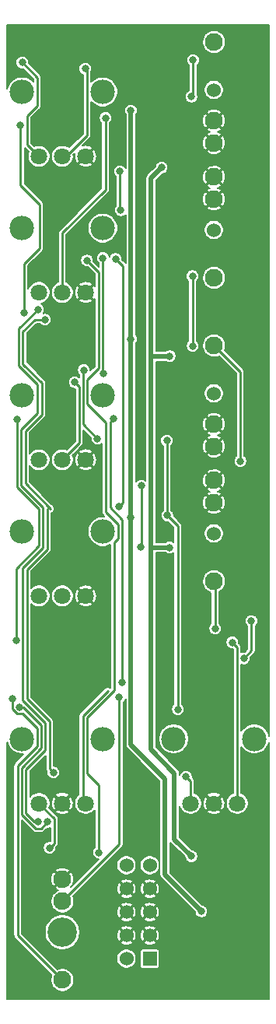
<source format=gbr>
%TF.GenerationSoftware,KiCad,Pcbnew,(5.1.9)-1*%
%TF.CreationDate,2021-03-03T00:59:23+01:00*%
%TF.ProjectId,Hands of Svarog,48616e64-7320-46f6-9620-537661726f67,rev?*%
%TF.SameCoordinates,Original*%
%TF.FileFunction,Copper,L2,Bot*%
%TF.FilePolarity,Positive*%
%FSLAX46Y46*%
G04 Gerber Fmt 4.6, Leading zero omitted, Abs format (unit mm)*
G04 Created by KiCad (PCBNEW (5.1.9)-1) date 2021-03-03 00:59:23*
%MOMM*%
%LPD*%
G01*
G04 APERTURE LIST*
%TA.AperFunction,SMDPad,CuDef*%
%ADD10C,1.524000*%
%TD*%
%TA.AperFunction,ComponentPad*%
%ADD11C,1.930400*%
%TD*%
%TA.AperFunction,WasherPad*%
%ADD12C,3.200000*%
%TD*%
%TA.AperFunction,ComponentPad*%
%ADD13C,1.803400*%
%TD*%
%TA.AperFunction,ComponentPad*%
%ADD14C,2.667000*%
%TD*%
%TA.AperFunction,ComponentPad*%
%ADD15R,1.524000X1.524000*%
%TD*%
%TA.AperFunction,ComponentPad*%
%ADD16C,1.524000*%
%TD*%
%TA.AperFunction,ViaPad*%
%ADD17C,0.800000*%
%TD*%
%TA.AperFunction,Conductor*%
%ADD18C,0.250000*%
%TD*%
%TA.AperFunction,Conductor*%
%ADD19C,0.500000*%
%TD*%
%TA.AperFunction,Conductor*%
%ADD20C,0.127000*%
%TD*%
%TA.AperFunction,Conductor*%
%ADD21C,0.100000*%
%TD*%
G04 APERTURE END LIST*
D10*
%TO.P,J1,HOLE*%
%TO.N,N/C*%
X99559837Y-36816800D03*
D11*
%TO.P,J1,T*%
%TO.N,Net-(J1-PadT)*%
X99559837Y-31609800D03*
%TO.P,J1,S*%
%TO.N,GND*%
X99559837Y-42582600D03*
%TO.P,J1,TN*%
X99559837Y-40169600D03*
%TD*%
D10*
%TO.P,J2,HOLE*%
%TO.N,N/C*%
X99559837Y-52056800D03*
D11*
%TO.P,J2,T*%
%TO.N,Net-(J2-PadT)*%
X99559837Y-57263800D03*
%TO.P,J2,S*%
%TO.N,GND*%
X99559837Y-46291000D03*
%TO.P,J2,TN*%
X99559837Y-48704000D03*
%TD*%
D10*
%TO.P,J3,HOLE*%
%TO.N,N/C*%
X99559837Y-69836800D03*
D11*
%TO.P,J3,T*%
%TO.N,Net-(J3-PadT)*%
X99559837Y-64629800D03*
%TO.P,J3,S*%
%TO.N,GND*%
X99559837Y-75602600D03*
%TO.P,J3,TN*%
X99559837Y-73189600D03*
%TD*%
D10*
%TO.P,J4,HOLE*%
%TO.N,N/C*%
X99559837Y-85076800D03*
D11*
%TO.P,J4,T*%
%TO.N,Net-(J4-PadT)*%
X99559837Y-90283800D03*
%TO.P,J4,S*%
%TO.N,GND*%
X99559837Y-79311000D03*
%TO.P,J4,TN*%
X99559837Y-81724000D03*
%TD*%
%TO.P,J5,T*%
%TO.N,Net-(C7-Pad2)*%
X83049837Y-133667000D03*
%TO.P,J5,S*%
%TO.N,GND*%
X83049837Y-122694200D03*
%TO.P,J5,R*%
%TO.N,Net-(C8-Pad2)*%
X83049837Y-125107200D03*
D12*
%TO.P,J5,*%
%TO.N,*%
X83049837Y-128460000D03*
%TD*%
D13*
%TO.P,RV2,3*%
%TO.N,Net-(J2-PadT)*%
X80509837Y-58851300D03*
%TO.P,RV2,2*%
%TO.N,Net-(R2-Pad2)*%
X83049837Y-58851300D03*
%TO.P,RV2,1*%
%TO.N,GND*%
X85589837Y-58851300D03*
D14*
%TO.P,RV2,4*%
%TO.N,N/C*%
X87444037Y-51840900D03*
%TO.P,RV2,5*%
X78655637Y-51840900D03*
%TD*%
D15*
%TO.P,J7,1*%
%TO.N,Net-(D2-Pad1)*%
X92575000Y-131355600D03*
D16*
%TO.P,J7,2*%
X90035000Y-131355600D03*
%TO.P,J7,3*%
%TO.N,GND*%
X92575000Y-128815600D03*
%TO.P,J7,4*%
X90035000Y-128815600D03*
%TO.P,J7,5*%
X92575000Y-126275600D03*
%TO.P,J7,6*%
X90035000Y-126275600D03*
%TO.P,J7,7*%
X92575000Y-123735600D03*
%TO.P,J7,8*%
X90035000Y-123735600D03*
%TO.P,J7,9*%
%TO.N,Net-(D1-Pad2)*%
X92575000Y-121195600D03*
%TO.P,J7,10*%
X90035000Y-121195600D03*
%TD*%
D14*
%TO.P,RV1,5*%
%TO.N,N/C*%
X78655637Y-37032699D03*
%TO.P,RV1,4*%
X87444037Y-37032699D03*
D13*
%TO.P,RV1,1*%
%TO.N,GND*%
X85589837Y-44043099D03*
%TO.P,RV1,2*%
%TO.N,Net-(R1-Pad2)*%
X83049837Y-44043099D03*
%TO.P,RV1,3*%
%TO.N,Net-(J1-PadT)*%
X80509837Y-44043099D03*
%TD*%
D14*
%TO.P,RV3,5*%
%TO.N,N/C*%
X78655637Y-70052699D03*
%TO.P,RV3,4*%
X87444037Y-70052699D03*
D13*
%TO.P,RV3,1*%
%TO.N,GND*%
X85589837Y-77063099D03*
%TO.P,RV3,2*%
%TO.N,Net-(R3-Pad2)*%
X83049837Y-77063099D03*
%TO.P,RV3,3*%
%TO.N,Net-(J3-PadT)*%
X80509837Y-77063099D03*
%TD*%
%TO.P,RV4,3*%
%TO.N,Net-(J4-PadT)*%
X80509837Y-91871300D03*
%TO.P,RV4,2*%
%TO.N,Net-(R4-Pad2)*%
X83049837Y-91871300D03*
%TO.P,RV4,1*%
%TO.N,GND*%
X85589837Y-91871300D03*
D14*
%TO.P,RV4,4*%
%TO.N,N/C*%
X87444037Y-84860900D03*
%TO.P,RV4,5*%
X78655637Y-84860900D03*
%TD*%
%TO.P,RV5,5*%
%TO.N,N/C*%
X95165637Y-107443343D03*
%TO.P,RV5,4*%
X103954037Y-107443343D03*
D13*
%TO.P,RV5,1*%
%TO.N,Net-(R12-Pad2)*%
X102099837Y-114453743D03*
%TO.P,RV5,2*%
%TO.N,GND*%
X99559837Y-114453743D03*
%TO.P,RV5,3*%
%TO.N,Net-(R11-Pad2)*%
X97019837Y-114453743D03*
%TD*%
D14*
%TO.P,RV6,5*%
%TO.N,N/C*%
X78655637Y-107443343D03*
%TO.P,RV6,4*%
X87444037Y-107443343D03*
D13*
%TO.P,RV6,1*%
%TO.N,Net-(R10-Pad1)*%
X85589837Y-114453743D03*
%TO.P,RV6,2*%
%TO.N,GND*%
X83049837Y-114453743D03*
%TO.P,RV6,3*%
%TO.N,Net-(R13-Pad2)*%
X80509837Y-114453743D03*
%TD*%
D17*
%TO.N,Net-(C1-Pad2)*%
X78503400Y-40626800D03*
X78909798Y-61073800D03*
%TO.N,Net-(C1-Pad1)*%
X97299400Y-33591000D03*
X97096200Y-37553400D03*
%TO.N,Net-(C2-Pad2)*%
X85742400Y-55384200D03*
X87045800Y-119786400D03*
%TO.N,Net-(C3-Pad2)*%
X80383000Y-60692800D03*
X80432752Y-116432016D03*
%TO.N,Net-(C4-Pad2)*%
X94480000Y-83121000D03*
X94429200Y-74993000D03*
X95623000Y-104228400D03*
X86885400Y-74764400D03*
X85386800Y-67296800D03*
X81457798Y-116459000D03*
X78396515Y-103964008D03*
%TO.N,Net-(C5-Pad2)*%
X97223200Y-57086000D03*
X97248600Y-64680600D03*
%TO.N,Net-(C6-Pad2)*%
X91660600Y-79895200D03*
X91609800Y-86575400D03*
%TO.N,Net-(C7-Pad1)*%
X88663400Y-72580000D03*
X89518754Y-101324966D03*
%TO.N,Net-(C7-Pad2)*%
X77597000Y-103047800D03*
%TO.N,Net-(C8-Pad2)*%
X89247600Y-102907600D03*
%TO.N,Net-(C8-Pad1)*%
X103649400Y-94601800D03*
X102833010Y-98665800D03*
%TO.N,Net-(J1-PadT)*%
X78681200Y-33845000D03*
%TO.N,Net-(J3-PadT)*%
X102430200Y-77202800D03*
%TO.N,Net-(J4-PadT)*%
X99687000Y-95440000D03*
%TO.N,Net-(R1-Pad2)*%
X85539200Y-34505400D03*
%TO.N,Net-(R2-Pad2)*%
X87749000Y-39864800D03*
%TO.N,Net-(R3-Pad1)*%
X89323800Y-45681400D03*
X89400000Y-49897800D03*
X88841200Y-55206400D03*
X89222200Y-82130400D03*
%TO.N,Net-(R3-Pad2)*%
X87469600Y-55104800D03*
X87508810Y-67652400D03*
X84396200Y-68617600D03*
%TO.N,Net-(R11-Pad2)*%
X81158810Y-61810400D03*
X96520000Y-111556800D03*
X82067400Y-111099600D03*
%TO.N,Net-(R12-Pad2)*%
X78122400Y-72707000D03*
X78006990Y-96684024D03*
X101549200Y-96926400D03*
%TO.N,Net-(R13-Pad2)*%
X81661000Y-119303800D03*
%TO.N,+12V*%
X97096200Y-120205000D03*
X93870400Y-45249600D03*
X94734000Y-65798200D03*
X94708600Y-86600800D03*
%TO.N,-12V*%
X98188400Y-126199400D03*
X90517600Y-39077400D03*
X90517600Y-83298800D03*
X90517600Y-63918600D03*
%TD*%
D18*
%TO.N,Net-(C1-Pad2)*%
X78909798Y-55739802D02*
X78909798Y-61073800D01*
X80586200Y-54063400D02*
X78909798Y-55739802D01*
X80586200Y-49262800D02*
X80586200Y-54063400D01*
X78503400Y-47180000D02*
X80586200Y-49262800D01*
X78503400Y-40626800D02*
X78503400Y-47180000D01*
%TO.N,Net-(C1-Pad1)*%
X97299400Y-37350200D02*
X97096200Y-37553400D01*
X97299400Y-33591000D02*
X97299400Y-37350200D01*
%TO.N,Net-(C2-Pad2)*%
X87019590Y-56661390D02*
X87019590Y-67068622D01*
X85778822Y-71014812D02*
X87799800Y-73035790D01*
X88714200Y-102121610D02*
X85735211Y-105100599D01*
X85742400Y-55384200D02*
X87019590Y-56661390D01*
X85778822Y-68309390D02*
X85778822Y-71014812D01*
X88714200Y-86045319D02*
X88714200Y-102121610D01*
X85735211Y-111179401D02*
X87045800Y-112489990D01*
X87045800Y-112489990D02*
X87045800Y-119786400D01*
X89102538Y-85656981D02*
X88714200Y-86045319D01*
X87019590Y-67068622D02*
X85778822Y-68309390D01*
X89102538Y-84064819D02*
X89102538Y-85656981D01*
X87799800Y-82762081D02*
X89102538Y-84064819D01*
X85735211Y-105100599D02*
X85735211Y-111179401D01*
X87799800Y-73035790D02*
X87799800Y-82762081D01*
%TO.N,Net-(C3-Pad2)*%
X80008416Y-116432016D02*
X80432752Y-116432016D01*
X79081222Y-115504822D02*
X80008416Y-116432016D01*
X78747189Y-103256778D02*
X81214160Y-105723749D01*
X81214160Y-105723749D02*
X81214160Y-108612224D01*
X78747189Y-88819400D02*
X78747189Y-103256778D01*
X80956986Y-86609604D02*
X78747189Y-88819400D01*
X80956987Y-82223200D02*
X80956986Y-86609604D01*
X78572411Y-79838622D02*
X80956987Y-82223200D01*
X78572411Y-73779578D02*
X78572411Y-79838622D01*
X81214160Y-108612224D02*
X79081222Y-110745162D01*
X79081222Y-110745162D02*
X79081222Y-115504822D01*
X78307389Y-62768411D02*
X78307389Y-66802192D01*
X80364787Y-71987203D02*
X78572411Y-73779578D01*
X78307389Y-66802192D02*
X80364787Y-68859589D01*
X80383000Y-60692800D02*
X78307389Y-62768411D01*
X80364787Y-68859589D02*
X80364787Y-71987203D01*
%TO.N,Net-(C4-Pad2)*%
X94480000Y-75043800D02*
X94429200Y-74993000D01*
X94480000Y-83121000D02*
X94480000Y-75043800D01*
X95623000Y-84264000D02*
X95623000Y-104228400D01*
X94480000Y-83121000D02*
X95623000Y-84264000D01*
X85328811Y-73207811D02*
X85328811Y-67354789D01*
X86885400Y-74764400D02*
X85328811Y-73207811D01*
X85328811Y-67354789D02*
X85386800Y-67296800D01*
X80129188Y-117189199D02*
X78631211Y-115691222D01*
X78631211Y-110558762D02*
X80764149Y-108425824D01*
X78818008Y-103964008D02*
X78396515Y-103964008D01*
X80764149Y-108425824D02*
X80764149Y-105910149D01*
X80764149Y-105910149D02*
X78818008Y-103964008D01*
X78631211Y-115691222D02*
X78631211Y-110558762D01*
X81457798Y-116459000D02*
X80727599Y-117189199D01*
X80727599Y-117189199D02*
X80129188Y-117189199D01*
%TO.N,Net-(C5-Pad2)*%
X97223200Y-64655200D02*
X97248600Y-64680600D01*
X97223200Y-57086000D02*
X97223200Y-64655200D01*
%TO.N,Net-(C6-Pad2)*%
X91660600Y-86524600D02*
X91609800Y-86575400D01*
X91660600Y-79895200D02*
X91660600Y-86524600D01*
%TO.N,Net-(C7-Pad1)*%
X89577800Y-101265920D02*
X89518754Y-101324966D01*
X88263401Y-82236990D02*
X89577800Y-83551389D01*
X88263401Y-72979999D02*
X88263401Y-82236990D01*
X89577800Y-83551389D02*
X89577800Y-101265920D01*
X88663400Y-72580000D02*
X88263401Y-72979999D01*
%TO.N,Net-(C7-Pad2)*%
X77597000Y-104197685D02*
X77597000Y-103047800D01*
X83049837Y-133667000D02*
X78181200Y-128798363D01*
X80314138Y-106264452D02*
X78738696Y-104689010D01*
X78738696Y-104689010D02*
X78088325Y-104689010D01*
X78181200Y-110372362D02*
X80314138Y-108239424D01*
X78181200Y-128798363D02*
X78181200Y-110372362D01*
X80314138Y-108239424D02*
X80314138Y-106264452D01*
X78088325Y-104689010D02*
X77597000Y-104197685D01*
%TO.N,Net-(C8-Pad2)*%
X89247600Y-118909437D02*
X89247600Y-102907600D01*
X83049837Y-125107200D02*
X89247600Y-118909437D01*
%TO.N,Net-(C8-Pad1)*%
X103649400Y-94601800D02*
X103649400Y-97849410D01*
X103649400Y-97849410D02*
X102833010Y-98665800D01*
%TO.N,Net-(J1-PadT)*%
X80332200Y-36218556D02*
X80332200Y-35496000D01*
X80314138Y-36236618D02*
X80332200Y-36218556D01*
X80332200Y-35496000D02*
X78681200Y-33845000D01*
X79240000Y-39610800D02*
X80314138Y-38536662D01*
X80314138Y-38536662D02*
X80314138Y-36236618D01*
X79240000Y-42773262D02*
X79240000Y-39610800D01*
X80509837Y-44043099D02*
X79240000Y-42773262D01*
%TO.N,Net-(J3-PadT)*%
X102430200Y-67500163D02*
X99559837Y-64629800D01*
X102430200Y-77202800D02*
X102430200Y-67500163D01*
%TO.N,Net-(J4-PadT)*%
X99687000Y-90410963D02*
X99559837Y-90283800D01*
X99687000Y-95440000D02*
X99687000Y-90410963D01*
%TO.N,Net-(R1-Pad2)*%
X83443701Y-44043099D02*
X83049837Y-44043099D01*
X85742400Y-41744400D02*
X83443701Y-44043099D01*
X85742400Y-34708600D02*
X85742400Y-41744400D01*
X85539200Y-34505400D02*
X85742400Y-34708600D01*
%TO.N,Net-(R2-Pad2)*%
X87749000Y-47688000D02*
X87749000Y-39864800D01*
X83049837Y-52387163D02*
X87749000Y-47688000D01*
X83049837Y-58851300D02*
X83049837Y-52387163D01*
%TO.N,Net-(R3-Pad1)*%
X89323800Y-49821600D02*
X89400000Y-49897800D01*
X89323800Y-45681400D02*
X89323800Y-49821600D01*
X89654000Y-81698600D02*
X89222200Y-82130400D01*
X89654000Y-56019200D02*
X89654000Y-81698600D01*
X88841200Y-55206400D02*
X89654000Y-56019200D01*
%TO.N,Net-(R3-Pad2)*%
X87469600Y-66407800D02*
X87469600Y-66509400D01*
X87469600Y-55104800D02*
X87469600Y-66407800D01*
X87469600Y-67613190D02*
X87508810Y-67652400D01*
X87469600Y-66407800D02*
X87469600Y-67613190D01*
X84878800Y-69100200D02*
X84396200Y-68617600D01*
X84878800Y-75234136D02*
X84878800Y-69100200D01*
X83049837Y-77063099D02*
X84878800Y-75234136D01*
%TO.N,Net-(R11-Pad2)*%
X81765622Y-82395421D02*
X81576800Y-82206600D01*
X80052800Y-61810400D02*
X81158810Y-61810400D01*
X78757400Y-63105800D02*
X80052800Y-61810400D01*
X80814798Y-68673190D02*
X78757400Y-66615792D01*
X80814798Y-72173602D02*
X80814798Y-68673190D01*
X79022422Y-73965978D02*
X80814798Y-72173602D01*
X78757400Y-66615792D02*
X78757400Y-63105800D01*
X79022422Y-79652222D02*
X79022422Y-73965978D01*
X81576800Y-82206600D02*
X79022422Y-79652222D01*
X97028000Y-114445580D02*
X97019837Y-114453743D01*
X97028000Y-112064800D02*
X97028000Y-114445580D01*
X96520000Y-111556800D02*
X97028000Y-112064800D01*
X81686400Y-105559578D02*
X81686400Y-110718600D01*
X79197200Y-103070378D02*
X81686400Y-105559578D01*
X79197200Y-89005800D02*
X79197200Y-103070378D01*
X81406996Y-86796004D02*
X79197200Y-89005800D01*
X81686400Y-110718600D02*
X82067400Y-111099600D01*
X81406998Y-82376401D02*
X81406996Y-86796004D01*
X81576800Y-82206600D02*
X81406998Y-82376401D01*
%TO.N,Net-(R12-Pad2)*%
X102108000Y-97485200D02*
X101549200Y-96926400D01*
X102108000Y-114445580D02*
X102108000Y-97485200D01*
X102099837Y-114453743D02*
X102108000Y-114445580D01*
X78122400Y-72707000D02*
X78122400Y-80025022D01*
X80506978Y-82409600D02*
X80506978Y-86423202D01*
X78122400Y-80025022D02*
X80506978Y-82409600D01*
X80506978Y-86423202D02*
X78006990Y-88923190D01*
X78006990Y-88923190D02*
X78006990Y-96684024D01*
%TO.N,Net-(R13-Pad2)*%
X82182799Y-118782001D02*
X81661000Y-119303800D01*
X82182799Y-116126705D02*
X82182799Y-118782001D01*
X80509837Y-114453743D02*
X82182799Y-116126705D01*
%TO.N,Net-(R10-Pad1)*%
X85285200Y-104914200D02*
X87989190Y-102210210D01*
X85285200Y-114149106D02*
X85285200Y-104914200D01*
X85589837Y-114453743D02*
X85285200Y-114149106D01*
D19*
%TO.N,+12V*%
X92676600Y-46443400D02*
X93870400Y-45249600D01*
X95267400Y-111162600D02*
X92676600Y-108571800D01*
X95267400Y-118376200D02*
X95267400Y-111162600D01*
X97096200Y-120205000D02*
X95267400Y-118376200D01*
X92702000Y-65798200D02*
X92676600Y-65823600D01*
X94734000Y-65798200D02*
X92702000Y-65798200D01*
X92676600Y-65823600D02*
X92676600Y-46443400D01*
X92752800Y-86600800D02*
X92676600Y-86524600D01*
X94708600Y-86600800D02*
X92752800Y-86600800D01*
X92676600Y-86524600D02*
X92676600Y-65823600D01*
X92676600Y-108571800D02*
X92676600Y-86524600D01*
%TO.N,-12V*%
X90517600Y-63918600D02*
X90517600Y-39077400D01*
X90517600Y-83298800D02*
X90517600Y-63918600D01*
X90517600Y-107886000D02*
X90517600Y-83298800D01*
X90517600Y-108063800D02*
X90517600Y-107886000D01*
X94226000Y-111772200D02*
X90517600Y-108063800D01*
X94226000Y-122237000D02*
X94226000Y-111772200D01*
X98188400Y-126199400D02*
X94226000Y-122237000D01*
%TD*%
D20*
%TO.N,GND*%
X105567501Y-107092026D02*
X105541590Y-106961764D01*
X105417134Y-106661301D01*
X105236452Y-106390892D01*
X105006488Y-106160928D01*
X104736079Y-105980246D01*
X104435616Y-105855790D01*
X104116646Y-105792343D01*
X103791428Y-105792343D01*
X103472458Y-105855790D01*
X103171995Y-105980246D01*
X102901586Y-106160928D01*
X102671622Y-106390892D01*
X102550500Y-106572163D01*
X102550500Y-99325397D01*
X102623723Y-99355727D01*
X102762342Y-99383300D01*
X102903678Y-99383300D01*
X103042297Y-99355727D01*
X103172874Y-99301641D01*
X103290390Y-99223119D01*
X103390329Y-99123180D01*
X103468851Y-99005664D01*
X103522937Y-98875087D01*
X103550510Y-98736468D01*
X103550510Y-98595132D01*
X103547019Y-98577581D01*
X103946925Y-98177675D01*
X103963809Y-98163819D01*
X104009223Y-98108481D01*
X104019105Y-98096440D01*
X104060195Y-98019567D01*
X104073449Y-97975873D01*
X104085497Y-97936155D01*
X104091900Y-97871147D01*
X104091900Y-97871144D01*
X104094041Y-97849410D01*
X104091900Y-97827676D01*
X104091900Y-95169062D01*
X104106780Y-95159119D01*
X104206719Y-95059180D01*
X104285241Y-94941664D01*
X104339327Y-94811087D01*
X104366900Y-94672468D01*
X104366900Y-94531132D01*
X104339327Y-94392513D01*
X104285241Y-94261936D01*
X104206719Y-94144420D01*
X104106780Y-94044481D01*
X103989264Y-93965959D01*
X103858687Y-93911873D01*
X103720068Y-93884300D01*
X103578732Y-93884300D01*
X103440113Y-93911873D01*
X103309536Y-93965959D01*
X103192020Y-94044481D01*
X103092081Y-94144420D01*
X103013559Y-94261936D01*
X102959473Y-94392513D01*
X102931900Y-94531132D01*
X102931900Y-94672468D01*
X102959473Y-94811087D01*
X103013559Y-94941664D01*
X103092081Y-95059180D01*
X103192020Y-95159119D01*
X103206900Y-95169062D01*
X103206901Y-97666119D01*
X102921229Y-97951791D01*
X102903678Y-97948300D01*
X102762342Y-97948300D01*
X102623723Y-97975873D01*
X102550500Y-98006203D01*
X102550500Y-97506937D01*
X102552641Y-97485200D01*
X102544097Y-97398455D01*
X102518795Y-97315043D01*
X102477705Y-97238171D01*
X102436265Y-97187675D01*
X102422409Y-97170791D01*
X102405525Y-97156935D01*
X102263209Y-97014619D01*
X102266700Y-96997068D01*
X102266700Y-96855732D01*
X102239127Y-96717113D01*
X102185041Y-96586536D01*
X102106519Y-96469020D01*
X102006580Y-96369081D01*
X101889064Y-96290559D01*
X101758487Y-96236473D01*
X101619868Y-96208900D01*
X101478532Y-96208900D01*
X101339913Y-96236473D01*
X101209336Y-96290559D01*
X101091820Y-96369081D01*
X100991881Y-96469020D01*
X100913359Y-96586536D01*
X100859273Y-96717113D01*
X100831700Y-96855732D01*
X100831700Y-96997068D01*
X100859273Y-97135687D01*
X100913359Y-97266264D01*
X100991881Y-97383780D01*
X101091820Y-97483719D01*
X101209336Y-97562241D01*
X101339913Y-97616327D01*
X101478532Y-97643900D01*
X101619868Y-97643900D01*
X101637419Y-97640409D01*
X101665501Y-97668491D01*
X101665500Y-113313999D01*
X101522329Y-113373302D01*
X101322642Y-113506729D01*
X101152823Y-113676548D01*
X101019396Y-113876235D01*
X100927490Y-114098116D01*
X100880637Y-114333662D01*
X100880637Y-114573824D01*
X100927490Y-114809370D01*
X101019396Y-115031251D01*
X101152823Y-115230938D01*
X101322642Y-115400757D01*
X101522329Y-115534184D01*
X101744210Y-115626090D01*
X101979756Y-115672943D01*
X102219918Y-115672943D01*
X102455464Y-115626090D01*
X102677345Y-115534184D01*
X102877032Y-115400757D01*
X103046851Y-115230938D01*
X103180278Y-115031251D01*
X103272184Y-114809370D01*
X103319037Y-114573824D01*
X103319037Y-114333662D01*
X103272184Y-114098116D01*
X103180278Y-113876235D01*
X103046851Y-113676548D01*
X102877032Y-113506729D01*
X102677345Y-113373302D01*
X102550500Y-113320761D01*
X102550500Y-108314523D01*
X102671622Y-108495794D01*
X102901586Y-108725758D01*
X103171995Y-108906440D01*
X103472458Y-109030896D01*
X103791428Y-109094343D01*
X104116646Y-109094343D01*
X104435616Y-109030896D01*
X104736079Y-108906440D01*
X105006488Y-108725758D01*
X105236452Y-108495794D01*
X105417134Y-108225385D01*
X105541590Y-107924922D01*
X105567501Y-107794660D01*
X105567501Y-135737500D01*
X77042500Y-135737500D01*
X77042500Y-107796302D01*
X77068084Y-107924922D01*
X77192540Y-108225385D01*
X77373222Y-108495794D01*
X77603186Y-108725758D01*
X77873595Y-108906440D01*
X78174058Y-109030896D01*
X78493028Y-109094343D01*
X78818246Y-109094343D01*
X78837200Y-109090573D01*
X77883676Y-110044097D01*
X77866792Y-110057953D01*
X77852936Y-110074837D01*
X77852935Y-110074838D01*
X77811495Y-110125333D01*
X77770405Y-110202206D01*
X77745104Y-110285617D01*
X77736559Y-110372362D01*
X77738701Y-110394107D01*
X77738700Y-128776629D01*
X77736559Y-128798363D01*
X77738700Y-128820097D01*
X77738700Y-128820099D01*
X77745103Y-128885107D01*
X77751260Y-128905403D01*
X77770405Y-128968519D01*
X77811495Y-129045392D01*
X77835089Y-129074142D01*
X77866791Y-129112772D01*
X77883681Y-129126633D01*
X81884812Y-133127764D01*
X81816431Y-133292850D01*
X81767137Y-133540665D01*
X81767137Y-133793335D01*
X81816431Y-134041150D01*
X81913123Y-134274586D01*
X82053499Y-134484673D01*
X82232164Y-134663338D01*
X82442251Y-134803714D01*
X82675687Y-134900406D01*
X82923502Y-134949700D01*
X83176172Y-134949700D01*
X83423987Y-134900406D01*
X83657423Y-134803714D01*
X83867510Y-134663338D01*
X84046175Y-134484673D01*
X84186551Y-134274586D01*
X84283243Y-134041150D01*
X84332537Y-133793335D01*
X84332537Y-133540665D01*
X84283243Y-133292850D01*
X84186551Y-133059414D01*
X84046175Y-132849327D01*
X83867510Y-132670662D01*
X83657423Y-132530286D01*
X83423987Y-132433594D01*
X83176172Y-132384300D01*
X82923502Y-132384300D01*
X82675687Y-132433594D01*
X82510601Y-132501975D01*
X81257905Y-131249279D01*
X88955500Y-131249279D01*
X88955500Y-131461921D01*
X88996985Y-131670478D01*
X89078360Y-131866935D01*
X89196498Y-132043741D01*
X89346859Y-132194102D01*
X89523665Y-132312240D01*
X89720122Y-132393615D01*
X89928679Y-132435100D01*
X90141321Y-132435100D01*
X90349878Y-132393615D01*
X90546335Y-132312240D01*
X90723141Y-132194102D01*
X90873502Y-132043741D01*
X90991640Y-131866935D01*
X91073015Y-131670478D01*
X91114500Y-131461921D01*
X91114500Y-131249279D01*
X91073015Y-131040722D01*
X90991640Y-130844265D01*
X90873502Y-130667459D01*
X90799643Y-130593600D01*
X91493964Y-130593600D01*
X91493964Y-132117600D01*
X91500094Y-132179841D01*
X91518249Y-132239690D01*
X91547731Y-132294847D01*
X91587407Y-132343193D01*
X91635753Y-132382869D01*
X91690910Y-132412351D01*
X91750759Y-132430506D01*
X91813000Y-132436636D01*
X93337000Y-132436636D01*
X93399241Y-132430506D01*
X93459090Y-132412351D01*
X93514247Y-132382869D01*
X93562593Y-132343193D01*
X93602269Y-132294847D01*
X93631751Y-132239690D01*
X93649906Y-132179841D01*
X93656036Y-132117600D01*
X93656036Y-130593600D01*
X93649906Y-130531359D01*
X93631751Y-130471510D01*
X93602269Y-130416353D01*
X93562593Y-130368007D01*
X93514247Y-130328331D01*
X93459090Y-130298849D01*
X93399241Y-130280694D01*
X93337000Y-130274564D01*
X91813000Y-130274564D01*
X91750759Y-130280694D01*
X91690910Y-130298849D01*
X91635753Y-130328331D01*
X91587407Y-130368007D01*
X91547731Y-130416353D01*
X91518249Y-130471510D01*
X91500094Y-130531359D01*
X91493964Y-130593600D01*
X90799643Y-130593600D01*
X90723141Y-130517098D01*
X90546335Y-130398960D01*
X90349878Y-130317585D01*
X90141321Y-130276100D01*
X89928679Y-130276100D01*
X89720122Y-130317585D01*
X89523665Y-130398960D01*
X89346859Y-130517098D01*
X89196498Y-130667459D01*
X89078360Y-130844265D01*
X88996985Y-131040722D01*
X88955500Y-131249279D01*
X81257905Y-131249279D01*
X78623700Y-128615074D01*
X78623700Y-128271143D01*
X81132337Y-128271143D01*
X81132337Y-128648857D01*
X81206025Y-129019314D01*
X81350571Y-129368277D01*
X81560417Y-129682335D01*
X81827502Y-129949420D01*
X82141560Y-130159266D01*
X82490523Y-130303812D01*
X82860980Y-130377500D01*
X83238694Y-130377500D01*
X83609151Y-130303812D01*
X83958114Y-130159266D01*
X84272172Y-129949420D01*
X84539257Y-129682335D01*
X84614335Y-129569971D01*
X89370432Y-129569971D01*
X89449881Y-129728979D01*
X89639315Y-129825580D01*
X89843955Y-129883368D01*
X90055937Y-129900122D01*
X90267115Y-129875198D01*
X90469372Y-129809555D01*
X90620119Y-129728979D01*
X90699568Y-129569971D01*
X91910432Y-129569971D01*
X91989881Y-129728979D01*
X92179315Y-129825580D01*
X92383955Y-129883368D01*
X92595937Y-129900122D01*
X92807115Y-129875198D01*
X93009372Y-129809555D01*
X93160119Y-129728979D01*
X93239568Y-129569971D01*
X92575000Y-128905403D01*
X91910432Y-129569971D01*
X90699568Y-129569971D01*
X90035000Y-128905403D01*
X89370432Y-129569971D01*
X84614335Y-129569971D01*
X84749103Y-129368277D01*
X84893649Y-129019314D01*
X84930005Y-128836537D01*
X88950478Y-128836537D01*
X88975402Y-129047715D01*
X89041045Y-129249972D01*
X89121621Y-129400719D01*
X89280629Y-129480168D01*
X89945197Y-128815600D01*
X90124803Y-128815600D01*
X90789371Y-129480168D01*
X90948379Y-129400719D01*
X91044980Y-129211285D01*
X91102768Y-129006645D01*
X91116212Y-128836537D01*
X91490478Y-128836537D01*
X91515402Y-129047715D01*
X91581045Y-129249972D01*
X91661621Y-129400719D01*
X91820629Y-129480168D01*
X92485197Y-128815600D01*
X92664803Y-128815600D01*
X93329371Y-129480168D01*
X93488379Y-129400719D01*
X93584980Y-129211285D01*
X93642768Y-129006645D01*
X93659522Y-128794663D01*
X93634598Y-128583485D01*
X93568955Y-128381228D01*
X93488379Y-128230481D01*
X93329371Y-128151032D01*
X92664803Y-128815600D01*
X92485197Y-128815600D01*
X91820629Y-128151032D01*
X91661621Y-128230481D01*
X91565020Y-128419915D01*
X91507232Y-128624555D01*
X91490478Y-128836537D01*
X91116212Y-128836537D01*
X91119522Y-128794663D01*
X91094598Y-128583485D01*
X91028955Y-128381228D01*
X90948379Y-128230481D01*
X90789371Y-128151032D01*
X90124803Y-128815600D01*
X89945197Y-128815600D01*
X89280629Y-128151032D01*
X89121621Y-128230481D01*
X89025020Y-128419915D01*
X88967232Y-128624555D01*
X88950478Y-128836537D01*
X84930005Y-128836537D01*
X84967337Y-128648857D01*
X84967337Y-128271143D01*
X84925583Y-128061229D01*
X89370432Y-128061229D01*
X90035000Y-128725797D01*
X90699568Y-128061229D01*
X91910432Y-128061229D01*
X92575000Y-128725797D01*
X93239568Y-128061229D01*
X93160119Y-127902221D01*
X92970685Y-127805620D01*
X92766045Y-127747832D01*
X92554063Y-127731078D01*
X92342885Y-127756002D01*
X92140628Y-127821645D01*
X91989881Y-127902221D01*
X91910432Y-128061229D01*
X90699568Y-128061229D01*
X90620119Y-127902221D01*
X90430685Y-127805620D01*
X90226045Y-127747832D01*
X90014063Y-127731078D01*
X89802885Y-127756002D01*
X89600628Y-127821645D01*
X89449881Y-127902221D01*
X89370432Y-128061229D01*
X84925583Y-128061229D01*
X84893649Y-127900686D01*
X84749103Y-127551723D01*
X84539257Y-127237665D01*
X84331563Y-127029971D01*
X89370432Y-127029971D01*
X89449881Y-127188979D01*
X89639315Y-127285580D01*
X89843955Y-127343368D01*
X90055937Y-127360122D01*
X90267115Y-127335198D01*
X90469372Y-127269555D01*
X90620119Y-127188979D01*
X90699568Y-127029971D01*
X91910432Y-127029971D01*
X91989881Y-127188979D01*
X92179315Y-127285580D01*
X92383955Y-127343368D01*
X92595937Y-127360122D01*
X92807115Y-127335198D01*
X93009372Y-127269555D01*
X93160119Y-127188979D01*
X93239568Y-127029971D01*
X92575000Y-126365403D01*
X91910432Y-127029971D01*
X90699568Y-127029971D01*
X90035000Y-126365403D01*
X89370432Y-127029971D01*
X84331563Y-127029971D01*
X84272172Y-126970580D01*
X83958114Y-126760734D01*
X83609151Y-126616188D01*
X83238694Y-126542500D01*
X82860980Y-126542500D01*
X82490523Y-126616188D01*
X82141560Y-126760734D01*
X81827502Y-126970580D01*
X81560417Y-127237665D01*
X81350571Y-127551723D01*
X81206025Y-127900686D01*
X81132337Y-128271143D01*
X78623700Y-128271143D01*
X78623700Y-124980865D01*
X81767137Y-124980865D01*
X81767137Y-125233535D01*
X81816431Y-125481350D01*
X81913123Y-125714786D01*
X82053499Y-125924873D01*
X82232164Y-126103538D01*
X82442251Y-126243914D01*
X82675687Y-126340606D01*
X82923502Y-126389900D01*
X83176172Y-126389900D01*
X83423987Y-126340606D01*
X83530379Y-126296537D01*
X88950478Y-126296537D01*
X88975402Y-126507715D01*
X89041045Y-126709972D01*
X89121621Y-126860719D01*
X89280629Y-126940168D01*
X89945197Y-126275600D01*
X90124803Y-126275600D01*
X90789371Y-126940168D01*
X90948379Y-126860719D01*
X91044980Y-126671285D01*
X91102768Y-126466645D01*
X91116212Y-126296537D01*
X91490478Y-126296537D01*
X91515402Y-126507715D01*
X91581045Y-126709972D01*
X91661621Y-126860719D01*
X91820629Y-126940168D01*
X92485197Y-126275600D01*
X92664803Y-126275600D01*
X93329371Y-126940168D01*
X93488379Y-126860719D01*
X93584980Y-126671285D01*
X93642768Y-126466645D01*
X93659522Y-126254663D01*
X93634598Y-126043485D01*
X93568955Y-125841228D01*
X93488379Y-125690481D01*
X93329371Y-125611032D01*
X92664803Y-126275600D01*
X92485197Y-126275600D01*
X91820629Y-125611032D01*
X91661621Y-125690481D01*
X91565020Y-125879915D01*
X91507232Y-126084555D01*
X91490478Y-126296537D01*
X91116212Y-126296537D01*
X91119522Y-126254663D01*
X91094598Y-126043485D01*
X91028955Y-125841228D01*
X90948379Y-125690481D01*
X90789371Y-125611032D01*
X90124803Y-126275600D01*
X89945197Y-126275600D01*
X89280629Y-125611032D01*
X89121621Y-125690481D01*
X89025020Y-125879915D01*
X88967232Y-126084555D01*
X88950478Y-126296537D01*
X83530379Y-126296537D01*
X83657423Y-126243914D01*
X83867510Y-126103538D01*
X84046175Y-125924873D01*
X84186551Y-125714786D01*
X84266724Y-125521229D01*
X89370432Y-125521229D01*
X90035000Y-126185797D01*
X90699568Y-125521229D01*
X91910432Y-125521229D01*
X92575000Y-126185797D01*
X93239568Y-125521229D01*
X93160119Y-125362221D01*
X92970685Y-125265620D01*
X92766045Y-125207832D01*
X92554063Y-125191078D01*
X92342885Y-125216002D01*
X92140628Y-125281645D01*
X91989881Y-125362221D01*
X91910432Y-125521229D01*
X90699568Y-125521229D01*
X90620119Y-125362221D01*
X90430685Y-125265620D01*
X90226045Y-125207832D01*
X90014063Y-125191078D01*
X89802885Y-125216002D01*
X89600628Y-125281645D01*
X89449881Y-125362221D01*
X89370432Y-125521229D01*
X84266724Y-125521229D01*
X84283243Y-125481350D01*
X84332537Y-125233535D01*
X84332537Y-124980865D01*
X84283243Y-124733050D01*
X84214862Y-124567964D01*
X84292855Y-124489971D01*
X89370432Y-124489971D01*
X89449881Y-124648979D01*
X89639315Y-124745580D01*
X89843955Y-124803368D01*
X90055937Y-124820122D01*
X90267115Y-124795198D01*
X90469372Y-124729555D01*
X90620119Y-124648979D01*
X90699568Y-124489971D01*
X91910432Y-124489971D01*
X91989881Y-124648979D01*
X92179315Y-124745580D01*
X92383955Y-124803368D01*
X92595937Y-124820122D01*
X92807115Y-124795198D01*
X93009372Y-124729555D01*
X93160119Y-124648979D01*
X93239568Y-124489971D01*
X92575000Y-123825403D01*
X91910432Y-124489971D01*
X90699568Y-124489971D01*
X90035000Y-123825403D01*
X89370432Y-124489971D01*
X84292855Y-124489971D01*
X85026289Y-123756537D01*
X88950478Y-123756537D01*
X88975402Y-123967715D01*
X89041045Y-124169972D01*
X89121621Y-124320719D01*
X89280629Y-124400168D01*
X89945197Y-123735600D01*
X90124803Y-123735600D01*
X90789371Y-124400168D01*
X90948379Y-124320719D01*
X91044980Y-124131285D01*
X91102768Y-123926645D01*
X91116212Y-123756537D01*
X91490478Y-123756537D01*
X91515402Y-123967715D01*
X91581045Y-124169972D01*
X91661621Y-124320719D01*
X91820629Y-124400168D01*
X92485197Y-123735600D01*
X92664803Y-123735600D01*
X93329371Y-124400168D01*
X93488379Y-124320719D01*
X93584980Y-124131285D01*
X93642768Y-123926645D01*
X93659522Y-123714663D01*
X93634598Y-123503485D01*
X93568955Y-123301228D01*
X93488379Y-123150481D01*
X93329371Y-123071032D01*
X92664803Y-123735600D01*
X92485197Y-123735600D01*
X91820629Y-123071032D01*
X91661621Y-123150481D01*
X91565020Y-123339915D01*
X91507232Y-123544555D01*
X91490478Y-123756537D01*
X91116212Y-123756537D01*
X91119522Y-123714663D01*
X91094598Y-123503485D01*
X91028955Y-123301228D01*
X90948379Y-123150481D01*
X90789371Y-123071032D01*
X90124803Y-123735600D01*
X89945197Y-123735600D01*
X89280629Y-123071032D01*
X89121621Y-123150481D01*
X89025020Y-123339915D01*
X88967232Y-123544555D01*
X88950478Y-123756537D01*
X85026289Y-123756537D01*
X85801597Y-122981229D01*
X89370432Y-122981229D01*
X90035000Y-123645797D01*
X90699568Y-122981229D01*
X91910432Y-122981229D01*
X92575000Y-123645797D01*
X93239568Y-122981229D01*
X93160119Y-122822221D01*
X92970685Y-122725620D01*
X92766045Y-122667832D01*
X92554063Y-122651078D01*
X92342885Y-122676002D01*
X92140628Y-122741645D01*
X91989881Y-122822221D01*
X91910432Y-122981229D01*
X90699568Y-122981229D01*
X90620119Y-122822221D01*
X90430685Y-122725620D01*
X90226045Y-122667832D01*
X90014063Y-122651078D01*
X89802885Y-122676002D01*
X89600628Y-122741645D01*
X89449881Y-122822221D01*
X89370432Y-122981229D01*
X85801597Y-122981229D01*
X87693547Y-121089279D01*
X88955500Y-121089279D01*
X88955500Y-121301921D01*
X88996985Y-121510478D01*
X89078360Y-121706935D01*
X89196498Y-121883741D01*
X89346859Y-122034102D01*
X89523665Y-122152240D01*
X89720122Y-122233615D01*
X89928679Y-122275100D01*
X90141321Y-122275100D01*
X90349878Y-122233615D01*
X90546335Y-122152240D01*
X90723141Y-122034102D01*
X90873502Y-121883741D01*
X90991640Y-121706935D01*
X91073015Y-121510478D01*
X91114500Y-121301921D01*
X91114500Y-121089279D01*
X91495500Y-121089279D01*
X91495500Y-121301921D01*
X91536985Y-121510478D01*
X91618360Y-121706935D01*
X91736498Y-121883741D01*
X91886859Y-122034102D01*
X92063665Y-122152240D01*
X92260122Y-122233615D01*
X92468679Y-122275100D01*
X92681321Y-122275100D01*
X92889878Y-122233615D01*
X93086335Y-122152240D01*
X93263141Y-122034102D01*
X93413502Y-121883741D01*
X93531640Y-121706935D01*
X93613015Y-121510478D01*
X93654500Y-121301921D01*
X93654500Y-121089279D01*
X93613015Y-120880722D01*
X93531640Y-120684265D01*
X93413502Y-120507459D01*
X93263141Y-120357098D01*
X93086335Y-120238960D01*
X92889878Y-120157585D01*
X92681321Y-120116100D01*
X92468679Y-120116100D01*
X92260122Y-120157585D01*
X92063665Y-120238960D01*
X91886859Y-120357098D01*
X91736498Y-120507459D01*
X91618360Y-120684265D01*
X91536985Y-120880722D01*
X91495500Y-121089279D01*
X91114500Y-121089279D01*
X91073015Y-120880722D01*
X90991640Y-120684265D01*
X90873502Y-120507459D01*
X90723141Y-120357098D01*
X90546335Y-120238960D01*
X90349878Y-120157585D01*
X90141321Y-120116100D01*
X89928679Y-120116100D01*
X89720122Y-120157585D01*
X89523665Y-120238960D01*
X89346859Y-120357098D01*
X89196498Y-120507459D01*
X89078360Y-120684265D01*
X88996985Y-120880722D01*
X88955500Y-121089279D01*
X87693547Y-121089279D01*
X89545121Y-119237705D01*
X89562009Y-119223846D01*
X89617305Y-119156466D01*
X89658395Y-119079594D01*
X89683697Y-118996182D01*
X89690100Y-118931174D01*
X89690100Y-118931172D01*
X89692241Y-118909438D01*
X89690100Y-118887704D01*
X89690100Y-103474862D01*
X89704980Y-103464919D01*
X89804919Y-103364980D01*
X89883441Y-103247464D01*
X89937527Y-103116887D01*
X89950100Y-103053677D01*
X89950100Y-108035940D01*
X89947356Y-108063800D01*
X89950100Y-108091660D01*
X89950100Y-108091670D01*
X89958312Y-108175048D01*
X89990762Y-108282022D01*
X90043459Y-108380611D01*
X90114376Y-108467024D01*
X90136029Y-108484794D01*
X93658501Y-112007268D01*
X93658500Y-122209139D01*
X93655756Y-122237000D01*
X93658500Y-122264860D01*
X93658500Y-122264870D01*
X93666712Y-122348248D01*
X93699162Y-122455222D01*
X93751859Y-122553811D01*
X93822776Y-122640224D01*
X93844429Y-122657994D01*
X97474475Y-126288041D01*
X97498473Y-126408687D01*
X97552559Y-126539264D01*
X97631081Y-126656780D01*
X97731020Y-126756719D01*
X97848536Y-126835241D01*
X97979113Y-126889327D01*
X98117732Y-126916900D01*
X98259068Y-126916900D01*
X98397687Y-126889327D01*
X98528264Y-126835241D01*
X98645780Y-126756719D01*
X98745719Y-126656780D01*
X98824241Y-126539264D01*
X98878327Y-126408687D01*
X98905900Y-126270068D01*
X98905900Y-126128732D01*
X98878327Y-125990113D01*
X98824241Y-125859536D01*
X98745719Y-125742020D01*
X98645780Y-125642081D01*
X98528264Y-125563559D01*
X98397687Y-125509473D01*
X98277041Y-125485475D01*
X94793500Y-122001935D01*
X94793500Y-118693305D01*
X94864176Y-118779424D01*
X94885829Y-118797194D01*
X96382275Y-120293642D01*
X96406273Y-120414287D01*
X96460359Y-120544864D01*
X96538881Y-120662380D01*
X96638820Y-120762319D01*
X96756336Y-120840841D01*
X96886913Y-120894927D01*
X97025532Y-120922500D01*
X97166868Y-120922500D01*
X97305487Y-120894927D01*
X97436064Y-120840841D01*
X97553580Y-120762319D01*
X97653519Y-120662380D01*
X97732041Y-120544864D01*
X97786127Y-120414287D01*
X97813700Y-120275668D01*
X97813700Y-120134332D01*
X97786127Y-119995713D01*
X97732041Y-119865136D01*
X97653519Y-119747620D01*
X97553580Y-119647681D01*
X97436064Y-119569159D01*
X97305487Y-119515073D01*
X97184842Y-119491075D01*
X95834900Y-118141135D01*
X95834900Y-114746076D01*
X95847490Y-114809370D01*
X95939396Y-115031251D01*
X96072823Y-115230938D01*
X96242642Y-115400757D01*
X96442329Y-115534184D01*
X96664210Y-115626090D01*
X96899756Y-115672943D01*
X97139918Y-115672943D01*
X97375464Y-115626090D01*
X97597345Y-115534184D01*
X97797032Y-115400757D01*
X97890241Y-115307548D01*
X98795834Y-115307548D01*
X98892082Y-115480861D01*
X99105294Y-115591398D01*
X99335973Y-115658215D01*
X99575255Y-115678745D01*
X99813945Y-115652199D01*
X100042870Y-115579597D01*
X100227592Y-115480861D01*
X100323840Y-115307548D01*
X99559837Y-114543546D01*
X98795834Y-115307548D01*
X97890241Y-115307548D01*
X97966851Y-115230938D01*
X98100278Y-115031251D01*
X98192184Y-114809370D01*
X98239037Y-114573824D01*
X98239037Y-114469161D01*
X98334835Y-114469161D01*
X98361381Y-114707851D01*
X98433983Y-114936776D01*
X98532719Y-115121498D01*
X98706032Y-115217746D01*
X99470034Y-114453743D01*
X99649640Y-114453743D01*
X100413642Y-115217746D01*
X100586955Y-115121498D01*
X100697492Y-114908286D01*
X100764309Y-114677607D01*
X100784839Y-114438325D01*
X100758293Y-114199635D01*
X100685691Y-113970710D01*
X100586955Y-113785988D01*
X100413642Y-113689740D01*
X99649640Y-114453743D01*
X99470034Y-114453743D01*
X98706032Y-113689740D01*
X98532719Y-113785988D01*
X98422182Y-113999200D01*
X98355365Y-114229879D01*
X98334835Y-114469161D01*
X98239037Y-114469161D01*
X98239037Y-114333662D01*
X98192184Y-114098116D01*
X98100278Y-113876235D01*
X97966851Y-113676548D01*
X97890241Y-113599938D01*
X98795834Y-113599938D01*
X99559837Y-114363940D01*
X100323840Y-113599938D01*
X100227592Y-113426625D01*
X100014380Y-113316088D01*
X99783701Y-113249271D01*
X99544419Y-113228741D01*
X99305729Y-113255287D01*
X99076804Y-113327889D01*
X98892082Y-113426625D01*
X98795834Y-113599938D01*
X97890241Y-113599938D01*
X97797032Y-113506729D01*
X97597345Y-113373302D01*
X97470500Y-113320761D01*
X97470500Y-112086533D01*
X97472641Y-112064799D01*
X97465315Y-111990424D01*
X97464097Y-111978055D01*
X97438795Y-111894643D01*
X97397705Y-111817771D01*
X97342409Y-111750391D01*
X97325521Y-111736532D01*
X97234009Y-111645020D01*
X97237500Y-111627468D01*
X97237500Y-111486132D01*
X97209927Y-111347513D01*
X97155841Y-111216936D01*
X97077319Y-111099420D01*
X96977380Y-110999481D01*
X96859864Y-110920959D01*
X96729287Y-110866873D01*
X96590668Y-110839300D01*
X96449332Y-110839300D01*
X96310713Y-110866873D01*
X96180136Y-110920959D01*
X96062620Y-110999481D01*
X95962681Y-111099420D01*
X95884159Y-111216936D01*
X95834900Y-111335859D01*
X95834900Y-111190459D01*
X95837644Y-111162599D01*
X95834900Y-111134739D01*
X95834900Y-111134729D01*
X95826688Y-111051351D01*
X95794238Y-110944377D01*
X95741541Y-110845789D01*
X95670624Y-110759376D01*
X95648976Y-110741610D01*
X93244100Y-108336735D01*
X93244100Y-107280734D01*
X93514637Y-107280734D01*
X93514637Y-107605952D01*
X93578084Y-107924922D01*
X93702540Y-108225385D01*
X93883222Y-108495794D01*
X94113186Y-108725758D01*
X94383595Y-108906440D01*
X94684058Y-109030896D01*
X95003028Y-109094343D01*
X95328246Y-109094343D01*
X95647216Y-109030896D01*
X95947679Y-108906440D01*
X96218088Y-108725758D01*
X96448052Y-108495794D01*
X96628734Y-108225385D01*
X96753190Y-107924922D01*
X96816637Y-107605952D01*
X96816637Y-107280734D01*
X96753190Y-106961764D01*
X96628734Y-106661301D01*
X96448052Y-106390892D01*
X96218088Y-106160928D01*
X95947679Y-105980246D01*
X95647216Y-105855790D01*
X95328246Y-105792343D01*
X95003028Y-105792343D01*
X94684058Y-105855790D01*
X94383595Y-105980246D01*
X94113186Y-106160928D01*
X93883222Y-106390892D01*
X93702540Y-106661301D01*
X93578084Y-106961764D01*
X93514637Y-107280734D01*
X93244100Y-107280734D01*
X93244100Y-87168300D01*
X94266457Y-87168300D01*
X94368736Y-87236641D01*
X94499313Y-87290727D01*
X94637932Y-87318300D01*
X94779268Y-87318300D01*
X94917887Y-87290727D01*
X95048464Y-87236641D01*
X95165980Y-87158119D01*
X95180500Y-87143599D01*
X95180501Y-103661138D01*
X95165620Y-103671081D01*
X95065681Y-103771020D01*
X94987159Y-103888536D01*
X94933073Y-104019113D01*
X94905500Y-104157732D01*
X94905500Y-104299068D01*
X94933073Y-104437687D01*
X94987159Y-104568264D01*
X95065681Y-104685780D01*
X95165620Y-104785719D01*
X95283136Y-104864241D01*
X95413713Y-104918327D01*
X95552332Y-104945900D01*
X95693668Y-104945900D01*
X95832287Y-104918327D01*
X95962864Y-104864241D01*
X96080380Y-104785719D01*
X96180319Y-104685780D01*
X96258841Y-104568264D01*
X96312927Y-104437687D01*
X96340500Y-104299068D01*
X96340500Y-104157732D01*
X96312927Y-104019113D01*
X96258841Y-103888536D01*
X96180319Y-103771020D01*
X96080380Y-103671081D01*
X96065500Y-103661138D01*
X96065500Y-90157465D01*
X98277137Y-90157465D01*
X98277137Y-90410135D01*
X98326431Y-90657950D01*
X98423123Y-90891386D01*
X98563499Y-91101473D01*
X98742164Y-91280138D01*
X98952251Y-91420514D01*
X99185687Y-91517206D01*
X99244501Y-91528905D01*
X99244500Y-94872738D01*
X99229620Y-94882681D01*
X99129681Y-94982620D01*
X99051159Y-95100136D01*
X98997073Y-95230713D01*
X98969500Y-95369332D01*
X98969500Y-95510668D01*
X98997073Y-95649287D01*
X99051159Y-95779864D01*
X99129681Y-95897380D01*
X99229620Y-95997319D01*
X99347136Y-96075841D01*
X99477713Y-96129927D01*
X99616332Y-96157500D01*
X99757668Y-96157500D01*
X99896287Y-96129927D01*
X100026864Y-96075841D01*
X100144380Y-95997319D01*
X100244319Y-95897380D01*
X100322841Y-95779864D01*
X100376927Y-95649287D01*
X100404500Y-95510668D01*
X100404500Y-95369332D01*
X100376927Y-95230713D01*
X100322841Y-95100136D01*
X100244319Y-94982620D01*
X100144380Y-94882681D01*
X100129500Y-94872738D01*
X100129500Y-91436222D01*
X100167423Y-91420514D01*
X100377510Y-91280138D01*
X100556175Y-91101473D01*
X100696551Y-90891386D01*
X100793243Y-90657950D01*
X100842537Y-90410135D01*
X100842537Y-90157465D01*
X100793243Y-89909650D01*
X100696551Y-89676214D01*
X100556175Y-89466127D01*
X100377510Y-89287462D01*
X100167423Y-89147086D01*
X99933987Y-89050394D01*
X99686172Y-89001100D01*
X99433502Y-89001100D01*
X99185687Y-89050394D01*
X98952251Y-89147086D01*
X98742164Y-89287462D01*
X98563499Y-89466127D01*
X98423123Y-89676214D01*
X98326431Y-89909650D01*
X98277137Y-90157465D01*
X96065500Y-90157465D01*
X96065500Y-84970479D01*
X98480337Y-84970479D01*
X98480337Y-85183121D01*
X98521822Y-85391678D01*
X98603197Y-85588135D01*
X98721335Y-85764941D01*
X98871696Y-85915302D01*
X99048502Y-86033440D01*
X99244959Y-86114815D01*
X99453516Y-86156300D01*
X99666158Y-86156300D01*
X99874715Y-86114815D01*
X100071172Y-86033440D01*
X100247978Y-85915302D01*
X100398339Y-85764941D01*
X100516477Y-85588135D01*
X100597852Y-85391678D01*
X100639337Y-85183121D01*
X100639337Y-84970479D01*
X100597852Y-84761922D01*
X100516477Y-84565465D01*
X100398339Y-84388659D01*
X100247978Y-84238298D01*
X100071172Y-84120160D01*
X99874715Y-84038785D01*
X99666158Y-83997300D01*
X99453516Y-83997300D01*
X99244959Y-84038785D01*
X99048502Y-84120160D01*
X98871696Y-84238298D01*
X98721335Y-84388659D01*
X98603197Y-84565465D01*
X98521822Y-84761922D01*
X98480337Y-84970479D01*
X96065500Y-84970479D01*
X96065500Y-84285733D01*
X96067641Y-84263999D01*
X96064782Y-84234975D01*
X96059097Y-84177255D01*
X96033795Y-84093843D01*
X96006662Y-84043082D01*
X95992705Y-84016970D01*
X95951265Y-83966475D01*
X95937409Y-83949591D01*
X95920526Y-83935736D01*
X95194009Y-83209219D01*
X95197500Y-83191668D01*
X95197500Y-83050332D01*
X95169927Y-82911713D01*
X95115841Y-82781136D01*
X95037319Y-82663620D01*
X94996688Y-82622989D01*
X98750650Y-82622989D01*
X98854530Y-82802805D01*
X99078546Y-82919675D01*
X99321059Y-82990596D01*
X99572747Y-83012842D01*
X99823940Y-82985559D01*
X100064983Y-82909795D01*
X100265144Y-82802805D01*
X100369024Y-82622989D01*
X99559837Y-81813803D01*
X98750650Y-82622989D01*
X94996688Y-82622989D01*
X94937380Y-82563681D01*
X94922500Y-82553738D01*
X94922500Y-81736910D01*
X98270995Y-81736910D01*
X98298278Y-81988103D01*
X98374042Y-82229146D01*
X98481032Y-82429307D01*
X98660848Y-82533187D01*
X99470034Y-81724000D01*
X99649640Y-81724000D01*
X100458826Y-82533187D01*
X100638642Y-82429307D01*
X100755512Y-82205291D01*
X100826433Y-81962778D01*
X100848679Y-81711090D01*
X100821396Y-81459897D01*
X100745632Y-81218854D01*
X100638642Y-81018693D01*
X100458826Y-80914813D01*
X99649640Y-81724000D01*
X99470034Y-81724000D01*
X98660848Y-80914813D01*
X98481032Y-81018693D01*
X98364162Y-81242709D01*
X98293241Y-81485222D01*
X98270995Y-81736910D01*
X94922500Y-81736910D01*
X94922500Y-80209989D01*
X98750650Y-80209989D01*
X98854530Y-80389805D01*
X99078546Y-80506675D01*
X99118153Y-80518258D01*
X99054691Y-80538205D01*
X98854530Y-80645195D01*
X98750650Y-80825011D01*
X99559837Y-81634197D01*
X100369024Y-80825011D01*
X100265144Y-80645195D01*
X100041128Y-80528325D01*
X100001521Y-80516742D01*
X100064983Y-80496795D01*
X100265144Y-80389805D01*
X100369024Y-80209989D01*
X99559837Y-79400803D01*
X98750650Y-80209989D01*
X94922500Y-80209989D01*
X94922500Y-79323910D01*
X98270995Y-79323910D01*
X98298278Y-79575103D01*
X98374042Y-79816146D01*
X98481032Y-80016307D01*
X98660848Y-80120187D01*
X99470034Y-79311000D01*
X99649640Y-79311000D01*
X100458826Y-80120187D01*
X100638642Y-80016307D01*
X100755512Y-79792291D01*
X100826433Y-79549778D01*
X100848679Y-79298090D01*
X100821396Y-79046897D01*
X100745632Y-78805854D01*
X100638642Y-78605693D01*
X100458826Y-78501813D01*
X99649640Y-79311000D01*
X99470034Y-79311000D01*
X98660848Y-78501813D01*
X98481032Y-78605693D01*
X98364162Y-78829709D01*
X98293241Y-79072222D01*
X98270995Y-79323910D01*
X94922500Y-79323910D01*
X94922500Y-78412011D01*
X98750650Y-78412011D01*
X99559837Y-79221197D01*
X100369024Y-78412011D01*
X100265144Y-78232195D01*
X100041128Y-78115325D01*
X99798615Y-78044404D01*
X99546927Y-78022158D01*
X99295734Y-78049441D01*
X99054691Y-78125205D01*
X98854530Y-78232195D01*
X98750650Y-78412011D01*
X94922500Y-78412011D01*
X94922500Y-76501589D01*
X98750650Y-76501589D01*
X98854530Y-76681405D01*
X99078546Y-76798275D01*
X99321059Y-76869196D01*
X99572747Y-76891442D01*
X99823940Y-76864159D01*
X100064983Y-76788395D01*
X100265144Y-76681405D01*
X100369024Y-76501589D01*
X99559837Y-75692403D01*
X98750650Y-76501589D01*
X94922500Y-76501589D01*
X94922500Y-75615510D01*
X98270995Y-75615510D01*
X98298278Y-75866703D01*
X98374042Y-76107746D01*
X98481032Y-76307907D01*
X98660848Y-76411787D01*
X99470034Y-75602600D01*
X99649640Y-75602600D01*
X100458826Y-76411787D01*
X100638642Y-76307907D01*
X100755512Y-76083891D01*
X100826433Y-75841378D01*
X100848679Y-75589690D01*
X100821396Y-75338497D01*
X100745632Y-75097454D01*
X100638642Y-74897293D01*
X100458826Y-74793413D01*
X99649640Y-75602600D01*
X99470034Y-75602600D01*
X98660848Y-74793413D01*
X98481032Y-74897293D01*
X98364162Y-75121309D01*
X98293241Y-75363822D01*
X98270995Y-75615510D01*
X94922500Y-75615510D01*
X94922500Y-75514399D01*
X94986519Y-75450380D01*
X95065041Y-75332864D01*
X95119127Y-75202287D01*
X95146700Y-75063668D01*
X95146700Y-74922332D01*
X95119127Y-74783713D01*
X95065041Y-74653136D01*
X94986519Y-74535620D01*
X94886580Y-74435681D01*
X94769064Y-74357159D01*
X94638487Y-74303073D01*
X94499868Y-74275500D01*
X94358532Y-74275500D01*
X94219913Y-74303073D01*
X94089336Y-74357159D01*
X93971820Y-74435681D01*
X93871881Y-74535620D01*
X93793359Y-74653136D01*
X93739273Y-74783713D01*
X93711700Y-74922332D01*
X93711700Y-75063668D01*
X93739273Y-75202287D01*
X93793359Y-75332864D01*
X93871881Y-75450380D01*
X93971820Y-75550319D01*
X94037501Y-75594206D01*
X94037500Y-82553738D01*
X94022620Y-82563681D01*
X93922681Y-82663620D01*
X93844159Y-82781136D01*
X93790073Y-82911713D01*
X93762500Y-83050332D01*
X93762500Y-83191668D01*
X93790073Y-83330287D01*
X93844159Y-83460864D01*
X93922681Y-83578380D01*
X94022620Y-83678319D01*
X94140136Y-83756841D01*
X94270713Y-83810927D01*
X94409332Y-83838500D01*
X94550668Y-83838500D01*
X94568219Y-83835009D01*
X95180500Y-84447290D01*
X95180500Y-86058001D01*
X95165980Y-86043481D01*
X95048464Y-85964959D01*
X94917887Y-85910873D01*
X94779268Y-85883300D01*
X94637932Y-85883300D01*
X94499313Y-85910873D01*
X94368736Y-85964959D01*
X94266457Y-86033300D01*
X93244100Y-86033300D01*
X93244100Y-74088589D01*
X98750650Y-74088589D01*
X98854530Y-74268405D01*
X99078546Y-74385275D01*
X99118153Y-74396858D01*
X99054691Y-74416805D01*
X98854530Y-74523795D01*
X98750650Y-74703611D01*
X99559837Y-75512797D01*
X100369024Y-74703611D01*
X100265144Y-74523795D01*
X100041128Y-74406925D01*
X100001521Y-74395342D01*
X100064983Y-74375395D01*
X100265144Y-74268405D01*
X100369024Y-74088589D01*
X99559837Y-73279403D01*
X98750650Y-74088589D01*
X93244100Y-74088589D01*
X93244100Y-73202510D01*
X98270995Y-73202510D01*
X98298278Y-73453703D01*
X98374042Y-73694746D01*
X98481032Y-73894907D01*
X98660848Y-73998787D01*
X99470034Y-73189600D01*
X99649640Y-73189600D01*
X100458826Y-73998787D01*
X100638642Y-73894907D01*
X100755512Y-73670891D01*
X100826433Y-73428378D01*
X100848679Y-73176690D01*
X100821396Y-72925497D01*
X100745632Y-72684454D01*
X100638642Y-72484293D01*
X100458826Y-72380413D01*
X99649640Y-73189600D01*
X99470034Y-73189600D01*
X98660848Y-72380413D01*
X98481032Y-72484293D01*
X98364162Y-72708309D01*
X98293241Y-72950822D01*
X98270995Y-73202510D01*
X93244100Y-73202510D01*
X93244100Y-72290611D01*
X98750650Y-72290611D01*
X99559837Y-73099797D01*
X100369024Y-72290611D01*
X100265144Y-72110795D01*
X100041128Y-71993925D01*
X99798615Y-71923004D01*
X99546927Y-71900758D01*
X99295734Y-71928041D01*
X99054691Y-72003805D01*
X98854530Y-72110795D01*
X98750650Y-72290611D01*
X93244100Y-72290611D01*
X93244100Y-69730479D01*
X98480337Y-69730479D01*
X98480337Y-69943121D01*
X98521822Y-70151678D01*
X98603197Y-70348135D01*
X98721335Y-70524941D01*
X98871696Y-70675302D01*
X99048502Y-70793440D01*
X99244959Y-70874815D01*
X99453516Y-70916300D01*
X99666158Y-70916300D01*
X99874715Y-70874815D01*
X100071172Y-70793440D01*
X100247978Y-70675302D01*
X100398339Y-70524941D01*
X100516477Y-70348135D01*
X100597852Y-70151678D01*
X100639337Y-69943121D01*
X100639337Y-69730479D01*
X100597852Y-69521922D01*
X100516477Y-69325465D01*
X100398339Y-69148659D01*
X100247978Y-68998298D01*
X100071172Y-68880160D01*
X99874715Y-68798785D01*
X99666158Y-68757300D01*
X99453516Y-68757300D01*
X99244959Y-68798785D01*
X99048502Y-68880160D01*
X98871696Y-68998298D01*
X98721335Y-69148659D01*
X98603197Y-69325465D01*
X98521822Y-69521922D01*
X98480337Y-69730479D01*
X93244100Y-69730479D01*
X93244100Y-66365700D01*
X94291857Y-66365700D01*
X94394136Y-66434041D01*
X94524713Y-66488127D01*
X94663332Y-66515700D01*
X94804668Y-66515700D01*
X94943287Y-66488127D01*
X95073864Y-66434041D01*
X95191380Y-66355519D01*
X95291319Y-66255580D01*
X95369841Y-66138064D01*
X95423927Y-66007487D01*
X95451500Y-65868868D01*
X95451500Y-65727532D01*
X95423927Y-65588913D01*
X95369841Y-65458336D01*
X95291319Y-65340820D01*
X95191380Y-65240881D01*
X95073864Y-65162359D01*
X94943287Y-65108273D01*
X94804668Y-65080700D01*
X94663332Y-65080700D01*
X94524713Y-65108273D01*
X94394136Y-65162359D01*
X94291857Y-65230700D01*
X93244100Y-65230700D01*
X93244100Y-57015332D01*
X96505700Y-57015332D01*
X96505700Y-57156668D01*
X96533273Y-57295287D01*
X96587359Y-57425864D01*
X96665881Y-57543380D01*
X96765820Y-57643319D01*
X96780700Y-57653262D01*
X96780701Y-64133800D01*
X96691281Y-64223220D01*
X96612759Y-64340736D01*
X96558673Y-64471313D01*
X96531100Y-64609932D01*
X96531100Y-64751268D01*
X96558673Y-64889887D01*
X96612759Y-65020464D01*
X96691281Y-65137980D01*
X96791220Y-65237919D01*
X96908736Y-65316441D01*
X97039313Y-65370527D01*
X97177932Y-65398100D01*
X97319268Y-65398100D01*
X97457887Y-65370527D01*
X97588464Y-65316441D01*
X97705980Y-65237919D01*
X97805919Y-65137980D01*
X97884441Y-65020464D01*
X97938527Y-64889887D01*
X97966100Y-64751268D01*
X97966100Y-64609932D01*
X97944923Y-64503465D01*
X98277137Y-64503465D01*
X98277137Y-64756135D01*
X98326431Y-65003950D01*
X98423123Y-65237386D01*
X98563499Y-65447473D01*
X98742164Y-65626138D01*
X98952251Y-65766514D01*
X99185687Y-65863206D01*
X99433502Y-65912500D01*
X99686172Y-65912500D01*
X99933987Y-65863206D01*
X100099073Y-65794825D01*
X101987701Y-67683453D01*
X101987700Y-76635538D01*
X101972820Y-76645481D01*
X101872881Y-76745420D01*
X101794359Y-76862936D01*
X101740273Y-76993513D01*
X101712700Y-77132132D01*
X101712700Y-77273468D01*
X101740273Y-77412087D01*
X101794359Y-77542664D01*
X101872881Y-77660180D01*
X101972820Y-77760119D01*
X102090336Y-77838641D01*
X102220913Y-77892727D01*
X102359532Y-77920300D01*
X102500868Y-77920300D01*
X102639487Y-77892727D01*
X102770064Y-77838641D01*
X102887580Y-77760119D01*
X102987519Y-77660180D01*
X103066041Y-77542664D01*
X103120127Y-77412087D01*
X103147700Y-77273468D01*
X103147700Y-77132132D01*
X103120127Y-76993513D01*
X103066041Y-76862936D01*
X102987519Y-76745420D01*
X102887580Y-76645481D01*
X102872700Y-76635538D01*
X102872700Y-67521896D01*
X102874841Y-67500162D01*
X102871570Y-67466956D01*
X102866297Y-67413418D01*
X102840995Y-67330006D01*
X102799905Y-67253134D01*
X102744609Y-67185754D01*
X102727719Y-67171893D01*
X100724862Y-65169036D01*
X100793243Y-65003950D01*
X100842537Y-64756135D01*
X100842537Y-64503465D01*
X100793243Y-64255650D01*
X100696551Y-64022214D01*
X100556175Y-63812127D01*
X100377510Y-63633462D01*
X100167423Y-63493086D01*
X99933987Y-63396394D01*
X99686172Y-63347100D01*
X99433502Y-63347100D01*
X99185687Y-63396394D01*
X98952251Y-63493086D01*
X98742164Y-63633462D01*
X98563499Y-63812127D01*
X98423123Y-64022214D01*
X98326431Y-64255650D01*
X98277137Y-64503465D01*
X97944923Y-64503465D01*
X97938527Y-64471313D01*
X97884441Y-64340736D01*
X97805919Y-64223220D01*
X97705980Y-64123281D01*
X97665700Y-64096367D01*
X97665700Y-57653262D01*
X97680580Y-57643319D01*
X97780519Y-57543380D01*
X97859041Y-57425864D01*
X97913127Y-57295287D01*
X97940700Y-57156668D01*
X97940700Y-57137465D01*
X98277137Y-57137465D01*
X98277137Y-57390135D01*
X98326431Y-57637950D01*
X98423123Y-57871386D01*
X98563499Y-58081473D01*
X98742164Y-58260138D01*
X98952251Y-58400514D01*
X99185687Y-58497206D01*
X99433502Y-58546500D01*
X99686172Y-58546500D01*
X99933987Y-58497206D01*
X100167423Y-58400514D01*
X100377510Y-58260138D01*
X100556175Y-58081473D01*
X100696551Y-57871386D01*
X100793243Y-57637950D01*
X100842537Y-57390135D01*
X100842537Y-57137465D01*
X100793243Y-56889650D01*
X100696551Y-56656214D01*
X100556175Y-56446127D01*
X100377510Y-56267462D01*
X100167423Y-56127086D01*
X99933987Y-56030394D01*
X99686172Y-55981100D01*
X99433502Y-55981100D01*
X99185687Y-56030394D01*
X98952251Y-56127086D01*
X98742164Y-56267462D01*
X98563499Y-56446127D01*
X98423123Y-56656214D01*
X98326431Y-56889650D01*
X98277137Y-57137465D01*
X97940700Y-57137465D01*
X97940700Y-57015332D01*
X97913127Y-56876713D01*
X97859041Y-56746136D01*
X97780519Y-56628620D01*
X97680580Y-56528681D01*
X97563064Y-56450159D01*
X97432487Y-56396073D01*
X97293868Y-56368500D01*
X97152532Y-56368500D01*
X97013913Y-56396073D01*
X96883336Y-56450159D01*
X96765820Y-56528681D01*
X96665881Y-56628620D01*
X96587359Y-56746136D01*
X96533273Y-56876713D01*
X96505700Y-57015332D01*
X93244100Y-57015332D01*
X93244100Y-51950479D01*
X98480337Y-51950479D01*
X98480337Y-52163121D01*
X98521822Y-52371678D01*
X98603197Y-52568135D01*
X98721335Y-52744941D01*
X98871696Y-52895302D01*
X99048502Y-53013440D01*
X99244959Y-53094815D01*
X99453516Y-53136300D01*
X99666158Y-53136300D01*
X99874715Y-53094815D01*
X100071172Y-53013440D01*
X100247978Y-52895302D01*
X100398339Y-52744941D01*
X100516477Y-52568135D01*
X100597852Y-52371678D01*
X100639337Y-52163121D01*
X100639337Y-51950479D01*
X100597852Y-51741922D01*
X100516477Y-51545465D01*
X100398339Y-51368659D01*
X100247978Y-51218298D01*
X100071172Y-51100160D01*
X99874715Y-51018785D01*
X99666158Y-50977300D01*
X99453516Y-50977300D01*
X99244959Y-51018785D01*
X99048502Y-51100160D01*
X98871696Y-51218298D01*
X98721335Y-51368659D01*
X98603197Y-51545465D01*
X98521822Y-51741922D01*
X98480337Y-51950479D01*
X93244100Y-51950479D01*
X93244100Y-49602989D01*
X98750650Y-49602989D01*
X98854530Y-49782805D01*
X99078546Y-49899675D01*
X99321059Y-49970596D01*
X99572747Y-49992842D01*
X99823940Y-49965559D01*
X100064983Y-49889795D01*
X100265144Y-49782805D01*
X100369024Y-49602989D01*
X99559837Y-48793803D01*
X98750650Y-49602989D01*
X93244100Y-49602989D01*
X93244100Y-48716910D01*
X98270995Y-48716910D01*
X98298278Y-48968103D01*
X98374042Y-49209146D01*
X98481032Y-49409307D01*
X98660848Y-49513187D01*
X99470034Y-48704000D01*
X99649640Y-48704000D01*
X100458826Y-49513187D01*
X100638642Y-49409307D01*
X100755512Y-49185291D01*
X100826433Y-48942778D01*
X100848679Y-48691090D01*
X100821396Y-48439897D01*
X100745632Y-48198854D01*
X100638642Y-47998693D01*
X100458826Y-47894813D01*
X99649640Y-48704000D01*
X99470034Y-48704000D01*
X98660848Y-47894813D01*
X98481032Y-47998693D01*
X98364162Y-48222709D01*
X98293241Y-48465222D01*
X98270995Y-48716910D01*
X93244100Y-48716910D01*
X93244100Y-47189989D01*
X98750650Y-47189989D01*
X98854530Y-47369805D01*
X99078546Y-47486675D01*
X99118153Y-47498258D01*
X99054691Y-47518205D01*
X98854530Y-47625195D01*
X98750650Y-47805011D01*
X99559837Y-48614197D01*
X100369024Y-47805011D01*
X100265144Y-47625195D01*
X100041128Y-47508325D01*
X100001521Y-47496742D01*
X100064983Y-47476795D01*
X100265144Y-47369805D01*
X100369024Y-47189989D01*
X99559837Y-46380803D01*
X98750650Y-47189989D01*
X93244100Y-47189989D01*
X93244100Y-46678465D01*
X93618655Y-46303910D01*
X98270995Y-46303910D01*
X98298278Y-46555103D01*
X98374042Y-46796146D01*
X98481032Y-46996307D01*
X98660848Y-47100187D01*
X99470034Y-46291000D01*
X99649640Y-46291000D01*
X100458826Y-47100187D01*
X100638642Y-46996307D01*
X100755512Y-46772291D01*
X100826433Y-46529778D01*
X100848679Y-46278090D01*
X100821396Y-46026897D01*
X100745632Y-45785854D01*
X100638642Y-45585693D01*
X100458826Y-45481813D01*
X99649640Y-46291000D01*
X99470034Y-46291000D01*
X98660848Y-45481813D01*
X98481032Y-45585693D01*
X98364162Y-45809709D01*
X98293241Y-46052222D01*
X98270995Y-46303910D01*
X93618655Y-46303910D01*
X93959041Y-45963525D01*
X94079687Y-45939527D01*
X94210264Y-45885441D01*
X94327780Y-45806919D01*
X94427719Y-45706980D01*
X94506241Y-45589464D01*
X94560327Y-45458887D01*
X94573629Y-45392011D01*
X98750650Y-45392011D01*
X99559837Y-46201197D01*
X100369024Y-45392011D01*
X100265144Y-45212195D01*
X100041128Y-45095325D01*
X99798615Y-45024404D01*
X99546927Y-45002158D01*
X99295734Y-45029441D01*
X99054691Y-45105205D01*
X98854530Y-45212195D01*
X98750650Y-45392011D01*
X94573629Y-45392011D01*
X94587900Y-45320268D01*
X94587900Y-45178932D01*
X94560327Y-45040313D01*
X94506241Y-44909736D01*
X94427719Y-44792220D01*
X94327780Y-44692281D01*
X94210264Y-44613759D01*
X94079687Y-44559673D01*
X93941068Y-44532100D01*
X93799732Y-44532100D01*
X93661113Y-44559673D01*
X93530536Y-44613759D01*
X93413020Y-44692281D01*
X93313081Y-44792220D01*
X93234559Y-44909736D01*
X93180473Y-45040313D01*
X93156475Y-45160959D01*
X92295025Y-46022410D01*
X92273377Y-46040176D01*
X92255611Y-46061824D01*
X92255610Y-46061825D01*
X92202459Y-46126589D01*
X92149763Y-46225177D01*
X92117313Y-46332151D01*
X92106356Y-46443400D01*
X92109101Y-46471271D01*
X92109100Y-65795739D01*
X92106356Y-65823600D01*
X92109100Y-65851460D01*
X92109100Y-65851470D01*
X92109101Y-65851480D01*
X92109100Y-79331948D01*
X92000464Y-79259359D01*
X91869887Y-79205273D01*
X91731268Y-79177700D01*
X91589932Y-79177700D01*
X91451313Y-79205273D01*
X91320736Y-79259359D01*
X91203220Y-79337881D01*
X91103281Y-79437820D01*
X91085100Y-79465030D01*
X91085100Y-64360743D01*
X91153441Y-64258464D01*
X91207527Y-64127887D01*
X91235100Y-63989268D01*
X91235100Y-63847932D01*
X91207527Y-63709313D01*
X91153441Y-63578736D01*
X91085100Y-63476457D01*
X91085100Y-43481589D01*
X98750650Y-43481589D01*
X98854530Y-43661405D01*
X99078546Y-43778275D01*
X99321059Y-43849196D01*
X99572747Y-43871442D01*
X99823940Y-43844159D01*
X100064983Y-43768395D01*
X100265144Y-43661405D01*
X100369024Y-43481589D01*
X99559837Y-42672403D01*
X98750650Y-43481589D01*
X91085100Y-43481589D01*
X91085100Y-42595510D01*
X98270995Y-42595510D01*
X98298278Y-42846703D01*
X98374042Y-43087746D01*
X98481032Y-43287907D01*
X98660848Y-43391787D01*
X99470034Y-42582600D01*
X99649640Y-42582600D01*
X100458826Y-43391787D01*
X100638642Y-43287907D01*
X100755512Y-43063891D01*
X100826433Y-42821378D01*
X100848679Y-42569690D01*
X100821396Y-42318497D01*
X100745632Y-42077454D01*
X100638642Y-41877293D01*
X100458826Y-41773413D01*
X99649640Y-42582600D01*
X99470034Y-42582600D01*
X98660848Y-41773413D01*
X98481032Y-41877293D01*
X98364162Y-42101309D01*
X98293241Y-42343822D01*
X98270995Y-42595510D01*
X91085100Y-42595510D01*
X91085100Y-41068589D01*
X98750650Y-41068589D01*
X98854530Y-41248405D01*
X99078546Y-41365275D01*
X99118153Y-41376858D01*
X99054691Y-41396805D01*
X98854530Y-41503795D01*
X98750650Y-41683611D01*
X99559837Y-42492797D01*
X100369024Y-41683611D01*
X100265144Y-41503795D01*
X100041128Y-41386925D01*
X100001521Y-41375342D01*
X100064983Y-41355395D01*
X100265144Y-41248405D01*
X100369024Y-41068589D01*
X99559837Y-40259403D01*
X98750650Y-41068589D01*
X91085100Y-41068589D01*
X91085100Y-40182510D01*
X98270995Y-40182510D01*
X98298278Y-40433703D01*
X98374042Y-40674746D01*
X98481032Y-40874907D01*
X98660848Y-40978787D01*
X99470034Y-40169600D01*
X99649640Y-40169600D01*
X100458826Y-40978787D01*
X100638642Y-40874907D01*
X100755512Y-40650891D01*
X100826433Y-40408378D01*
X100848679Y-40156690D01*
X100821396Y-39905497D01*
X100745632Y-39664454D01*
X100638642Y-39464293D01*
X100458826Y-39360413D01*
X99649640Y-40169600D01*
X99470034Y-40169600D01*
X98660848Y-39360413D01*
X98481032Y-39464293D01*
X98364162Y-39688309D01*
X98293241Y-39930822D01*
X98270995Y-40182510D01*
X91085100Y-40182510D01*
X91085100Y-39519543D01*
X91153441Y-39417264D01*
X91207527Y-39286687D01*
X91210724Y-39270611D01*
X98750650Y-39270611D01*
X99559837Y-40079797D01*
X100369024Y-39270611D01*
X100265144Y-39090795D01*
X100041128Y-38973925D01*
X99798615Y-38903004D01*
X99546927Y-38880758D01*
X99295734Y-38908041D01*
X99054691Y-38983805D01*
X98854530Y-39090795D01*
X98750650Y-39270611D01*
X91210724Y-39270611D01*
X91235100Y-39148068D01*
X91235100Y-39006732D01*
X91207527Y-38868113D01*
X91153441Y-38737536D01*
X91074919Y-38620020D01*
X90974980Y-38520081D01*
X90857464Y-38441559D01*
X90726887Y-38387473D01*
X90588268Y-38359900D01*
X90446932Y-38359900D01*
X90308313Y-38387473D01*
X90177736Y-38441559D01*
X90060220Y-38520081D01*
X89960281Y-38620020D01*
X89881759Y-38737536D01*
X89827673Y-38868113D01*
X89800100Y-39006732D01*
X89800100Y-39148068D01*
X89827673Y-39286687D01*
X89881759Y-39417264D01*
X89950101Y-39519545D01*
X89950101Y-45327258D01*
X89881119Y-45224020D01*
X89781180Y-45124081D01*
X89663664Y-45045559D01*
X89533087Y-44991473D01*
X89394468Y-44963900D01*
X89253132Y-44963900D01*
X89114513Y-44991473D01*
X88983936Y-45045559D01*
X88866420Y-45124081D01*
X88766481Y-45224020D01*
X88687959Y-45341536D01*
X88633873Y-45472113D01*
X88606300Y-45610732D01*
X88606300Y-45752068D01*
X88633873Y-45890687D01*
X88687959Y-46021264D01*
X88766481Y-46138780D01*
X88866420Y-46238719D01*
X88881300Y-46248662D01*
X88881301Y-49401800D01*
X88842681Y-49440420D01*
X88764159Y-49557936D01*
X88710073Y-49688513D01*
X88682500Y-49827132D01*
X88682500Y-49968468D01*
X88710073Y-50107087D01*
X88764159Y-50237664D01*
X88842681Y-50355180D01*
X88942620Y-50455119D01*
X89060136Y-50533641D01*
X89190713Y-50587727D01*
X89329332Y-50615300D01*
X89470668Y-50615300D01*
X89609287Y-50587727D01*
X89739864Y-50533641D01*
X89857380Y-50455119D01*
X89950101Y-50362398D01*
X89950100Y-55689510D01*
X89555209Y-55294619D01*
X89558700Y-55277068D01*
X89558700Y-55135732D01*
X89531127Y-54997113D01*
X89477041Y-54866536D01*
X89398519Y-54749020D01*
X89298580Y-54649081D01*
X89181064Y-54570559D01*
X89050487Y-54516473D01*
X88911868Y-54488900D01*
X88770532Y-54488900D01*
X88631913Y-54516473D01*
X88501336Y-54570559D01*
X88383820Y-54649081D01*
X88283881Y-54749020D01*
X88205359Y-54866536D01*
X88170502Y-54950689D01*
X88159527Y-54895513D01*
X88105441Y-54764936D01*
X88026919Y-54647420D01*
X87926980Y-54547481D01*
X87809464Y-54468959D01*
X87678887Y-54414873D01*
X87540268Y-54387300D01*
X87398932Y-54387300D01*
X87260313Y-54414873D01*
X87129736Y-54468959D01*
X87012220Y-54547481D01*
X86912281Y-54647420D01*
X86833759Y-54764936D01*
X86779673Y-54895513D01*
X86752100Y-55034132D01*
X86752100Y-55175468D01*
X86779673Y-55314087D01*
X86833759Y-55444664D01*
X86912281Y-55562180D01*
X87012220Y-55662119D01*
X87027100Y-55672062D01*
X87027100Y-56043111D01*
X86456409Y-55472420D01*
X86459900Y-55454868D01*
X86459900Y-55313532D01*
X86432327Y-55174913D01*
X86378241Y-55044336D01*
X86299719Y-54926820D01*
X86199780Y-54826881D01*
X86082264Y-54748359D01*
X85951687Y-54694273D01*
X85813068Y-54666700D01*
X85671732Y-54666700D01*
X85533113Y-54694273D01*
X85402536Y-54748359D01*
X85285020Y-54826881D01*
X85185081Y-54926820D01*
X85106559Y-55044336D01*
X85052473Y-55174913D01*
X85024900Y-55313532D01*
X85024900Y-55454868D01*
X85052473Y-55593487D01*
X85106559Y-55724064D01*
X85185081Y-55841580D01*
X85285020Y-55941519D01*
X85402536Y-56020041D01*
X85533113Y-56074127D01*
X85671732Y-56101700D01*
X85813068Y-56101700D01*
X85830620Y-56098209D01*
X86577090Y-56844679D01*
X86577090Y-58161406D01*
X86443642Y-58087297D01*
X85679640Y-58851300D01*
X86443642Y-59615303D01*
X86577090Y-59541194D01*
X86577091Y-66885331D01*
X86104300Y-67358122D01*
X86104300Y-67226132D01*
X86076727Y-67087513D01*
X86022641Y-66956936D01*
X85944119Y-66839420D01*
X85844180Y-66739481D01*
X85726664Y-66660959D01*
X85596087Y-66606873D01*
X85457468Y-66579300D01*
X85316132Y-66579300D01*
X85177513Y-66606873D01*
X85046936Y-66660959D01*
X84929420Y-66739481D01*
X84829481Y-66839420D01*
X84750959Y-66956936D01*
X84696873Y-67087513D01*
X84669300Y-67226132D01*
X84669300Y-67367468D01*
X84696873Y-67506087D01*
X84750959Y-67636664D01*
X84829481Y-67754180D01*
X84886312Y-67811011D01*
X84886312Y-68093013D01*
X84853580Y-68060281D01*
X84736064Y-67981759D01*
X84605487Y-67927673D01*
X84466868Y-67900100D01*
X84325532Y-67900100D01*
X84186913Y-67927673D01*
X84056336Y-67981759D01*
X83938820Y-68060281D01*
X83838881Y-68160220D01*
X83760359Y-68277736D01*
X83706273Y-68408313D01*
X83678700Y-68546932D01*
X83678700Y-68688268D01*
X83706273Y-68826887D01*
X83760359Y-68957464D01*
X83838881Y-69074980D01*
X83938820Y-69174919D01*
X84056336Y-69253441D01*
X84186913Y-69307527D01*
X84325532Y-69335100D01*
X84436301Y-69335100D01*
X84436300Y-75050847D01*
X83540473Y-75946674D01*
X83405464Y-75890752D01*
X83169918Y-75843899D01*
X82929756Y-75843899D01*
X82694210Y-75890752D01*
X82472329Y-75982658D01*
X82272642Y-76116085D01*
X82102823Y-76285904D01*
X81969396Y-76485591D01*
X81877490Y-76707472D01*
X81830637Y-76943018D01*
X81830637Y-77183180D01*
X81877490Y-77418726D01*
X81969396Y-77640607D01*
X82102823Y-77840294D01*
X82272642Y-78010113D01*
X82472329Y-78143540D01*
X82694210Y-78235446D01*
X82929756Y-78282299D01*
X83169918Y-78282299D01*
X83405464Y-78235446D01*
X83627345Y-78143540D01*
X83827032Y-78010113D01*
X83920241Y-77916904D01*
X84825834Y-77916904D01*
X84922082Y-78090217D01*
X85135294Y-78200754D01*
X85365973Y-78267571D01*
X85605255Y-78288101D01*
X85843945Y-78261555D01*
X86072870Y-78188953D01*
X86257592Y-78090217D01*
X86353840Y-77916904D01*
X85589837Y-77152902D01*
X84825834Y-77916904D01*
X83920241Y-77916904D01*
X83996851Y-77840294D01*
X84130278Y-77640607D01*
X84222184Y-77418726D01*
X84269037Y-77183180D01*
X84269037Y-77078517D01*
X84364835Y-77078517D01*
X84391381Y-77317207D01*
X84463983Y-77546132D01*
X84562719Y-77730854D01*
X84736032Y-77827102D01*
X85500034Y-77063099D01*
X85679640Y-77063099D01*
X86443642Y-77827102D01*
X86616955Y-77730854D01*
X86727492Y-77517642D01*
X86794309Y-77286963D01*
X86814839Y-77047681D01*
X86788293Y-76808991D01*
X86715691Y-76580066D01*
X86616955Y-76395344D01*
X86443642Y-76299096D01*
X85679640Y-77063099D01*
X85500034Y-77063099D01*
X84736032Y-76299096D01*
X84562719Y-76395344D01*
X84452182Y-76608556D01*
X84385365Y-76839235D01*
X84364835Y-77078517D01*
X84269037Y-77078517D01*
X84269037Y-76943018D01*
X84222184Y-76707472D01*
X84166262Y-76572463D01*
X84529431Y-76209294D01*
X84825834Y-76209294D01*
X85589837Y-76973296D01*
X86353840Y-76209294D01*
X86257592Y-76035981D01*
X86044380Y-75925444D01*
X85813701Y-75858627D01*
X85574419Y-75838097D01*
X85335729Y-75864643D01*
X85106804Y-75937245D01*
X84922082Y-76035981D01*
X84825834Y-76209294D01*
X84529431Y-76209294D01*
X85176321Y-75562404D01*
X85193209Y-75548545D01*
X85248505Y-75481165D01*
X85289595Y-75404293D01*
X85314897Y-75320881D01*
X85321300Y-75255873D01*
X85321300Y-75255871D01*
X85323441Y-75234137D01*
X85321300Y-75212403D01*
X85321300Y-73826089D01*
X86171391Y-74676180D01*
X86167900Y-74693732D01*
X86167900Y-74835068D01*
X86195473Y-74973687D01*
X86249559Y-75104264D01*
X86328081Y-75221780D01*
X86428020Y-75321719D01*
X86545536Y-75400241D01*
X86676113Y-75454327D01*
X86814732Y-75481900D01*
X86956068Y-75481900D01*
X87094687Y-75454327D01*
X87225264Y-75400241D01*
X87342780Y-75321719D01*
X87357300Y-75307199D01*
X87357301Y-82740336D01*
X87355159Y-82762081D01*
X87363704Y-82848826D01*
X87389005Y-82932237D01*
X87430095Y-83009110D01*
X87450731Y-83034255D01*
X87485392Y-83076490D01*
X87502276Y-83090346D01*
X87625600Y-83213670D01*
X87606646Y-83209900D01*
X87281428Y-83209900D01*
X86962458Y-83273347D01*
X86661995Y-83397803D01*
X86391586Y-83578485D01*
X86161622Y-83808449D01*
X85980940Y-84078858D01*
X85856484Y-84379321D01*
X85793037Y-84698291D01*
X85793037Y-85023509D01*
X85856484Y-85342479D01*
X85980940Y-85642942D01*
X86161622Y-85913351D01*
X86391586Y-86143315D01*
X86661995Y-86323997D01*
X86962458Y-86448453D01*
X87281428Y-86511900D01*
X87606646Y-86511900D01*
X87925616Y-86448453D01*
X88226079Y-86323997D01*
X88271700Y-86293514D01*
X88271701Y-101869625D01*
X88236218Y-101840506D01*
X88159346Y-101799416D01*
X88075934Y-101774114D01*
X87989189Y-101765569D01*
X87902444Y-101774114D01*
X87819033Y-101799416D01*
X87742160Y-101840506D01*
X87691665Y-101881946D01*
X84987676Y-104585935D01*
X84970792Y-104599791D01*
X84956936Y-104616675D01*
X84956935Y-104616676D01*
X84915495Y-104667171D01*
X84874405Y-104744044D01*
X84849104Y-104827455D01*
X84840559Y-104914200D01*
X84842701Y-104935945D01*
X84842700Y-113486645D01*
X84812642Y-113506729D01*
X84642823Y-113676548D01*
X84509396Y-113876235D01*
X84417490Y-114098116D01*
X84370637Y-114333662D01*
X84370637Y-114573824D01*
X84417490Y-114809370D01*
X84509396Y-115031251D01*
X84642823Y-115230938D01*
X84812642Y-115400757D01*
X85012329Y-115534184D01*
X85234210Y-115626090D01*
X85469756Y-115672943D01*
X85709918Y-115672943D01*
X85945464Y-115626090D01*
X86167345Y-115534184D01*
X86367032Y-115400757D01*
X86536851Y-115230938D01*
X86603300Y-115131490D01*
X86603301Y-119219138D01*
X86588420Y-119229081D01*
X86488481Y-119329020D01*
X86409959Y-119446536D01*
X86355873Y-119577113D01*
X86328300Y-119715732D01*
X86328300Y-119857068D01*
X86355873Y-119995687D01*
X86409959Y-120126264D01*
X86488481Y-120243780D01*
X86588420Y-120343719D01*
X86705936Y-120422241D01*
X86836513Y-120476327D01*
X86975132Y-120503900D01*
X87027348Y-120503900D01*
X83988345Y-123542903D01*
X83948828Y-123503386D01*
X84128642Y-123399507D01*
X84245512Y-123175491D01*
X84316433Y-122932978D01*
X84338679Y-122681290D01*
X84311396Y-122430097D01*
X84235632Y-122189054D01*
X84128642Y-121988893D01*
X83948826Y-121885013D01*
X83139640Y-122694200D01*
X83153782Y-122708342D01*
X83063979Y-122798145D01*
X83049837Y-122784003D01*
X82240650Y-123593189D01*
X82344530Y-123773005D01*
X82568546Y-123889875D01*
X82608591Y-123901586D01*
X82442251Y-123970486D01*
X82232164Y-124110862D01*
X82053499Y-124289527D01*
X81913123Y-124499614D01*
X81816431Y-124733050D01*
X81767137Y-124980865D01*
X78623700Y-124980865D01*
X78623700Y-122707110D01*
X81760995Y-122707110D01*
X81788278Y-122958303D01*
X81864042Y-123199346D01*
X81971032Y-123399507D01*
X82150848Y-123503387D01*
X82960034Y-122694200D01*
X82150848Y-121885013D01*
X81971032Y-121988893D01*
X81854162Y-122212909D01*
X81783241Y-122455422D01*
X81760995Y-122707110D01*
X78623700Y-122707110D01*
X78623700Y-121795211D01*
X82240650Y-121795211D01*
X83049837Y-122604397D01*
X83859024Y-121795211D01*
X83755144Y-121615395D01*
X83531128Y-121498525D01*
X83288615Y-121427604D01*
X83036927Y-121405358D01*
X82785734Y-121432641D01*
X82544691Y-121508405D01*
X82344530Y-121615395D01*
X82240650Y-121795211D01*
X78623700Y-121795211D01*
X78623700Y-116309500D01*
X79800918Y-117486718D01*
X79814779Y-117503608D01*
X79882159Y-117558904D01*
X79959031Y-117599994D01*
X80042443Y-117625296D01*
X80107451Y-117631699D01*
X80107453Y-117631699D01*
X80129187Y-117633840D01*
X80150921Y-117631699D01*
X80705865Y-117631699D01*
X80727599Y-117633840D01*
X80749333Y-117631699D01*
X80749336Y-117631699D01*
X80814344Y-117625296D01*
X80897756Y-117599994D01*
X80974628Y-117558904D01*
X81042008Y-117503608D01*
X81055869Y-117486718D01*
X81369578Y-117173009D01*
X81387130Y-117176500D01*
X81528466Y-117176500D01*
X81667085Y-117148927D01*
X81740299Y-117118601D01*
X81740300Y-118588017D01*
X81731668Y-118586300D01*
X81590332Y-118586300D01*
X81451713Y-118613873D01*
X81321136Y-118667959D01*
X81203620Y-118746481D01*
X81103681Y-118846420D01*
X81025159Y-118963936D01*
X80971073Y-119094513D01*
X80943500Y-119233132D01*
X80943500Y-119374468D01*
X80971073Y-119513087D01*
X81025159Y-119643664D01*
X81103681Y-119761180D01*
X81203620Y-119861119D01*
X81321136Y-119939641D01*
X81451713Y-119993727D01*
X81590332Y-120021300D01*
X81731668Y-120021300D01*
X81870287Y-119993727D01*
X82000864Y-119939641D01*
X82118380Y-119861119D01*
X82218319Y-119761180D01*
X82296841Y-119643664D01*
X82350927Y-119513087D01*
X82378500Y-119374468D01*
X82378500Y-119233132D01*
X82375009Y-119215580D01*
X82480318Y-119110271D01*
X82497208Y-119096410D01*
X82552504Y-119029030D01*
X82593594Y-118952158D01*
X82618896Y-118868746D01*
X82625299Y-118803738D01*
X82625299Y-118803736D01*
X82627440Y-118782002D01*
X82625299Y-118760268D01*
X82625299Y-116148442D01*
X82627440Y-116126705D01*
X82618896Y-116039960D01*
X82593594Y-115956548D01*
X82552504Y-115879676D01*
X82511064Y-115829180D01*
X82497208Y-115812296D01*
X82480325Y-115798441D01*
X81989432Y-115307548D01*
X82285834Y-115307548D01*
X82382082Y-115480861D01*
X82595294Y-115591398D01*
X82825973Y-115658215D01*
X83065255Y-115678745D01*
X83303945Y-115652199D01*
X83532870Y-115579597D01*
X83717592Y-115480861D01*
X83813840Y-115307548D01*
X83049837Y-114543546D01*
X82285834Y-115307548D01*
X81989432Y-115307548D01*
X81626262Y-114944378D01*
X81682184Y-114809370D01*
X81729037Y-114573824D01*
X81729037Y-114469161D01*
X81824835Y-114469161D01*
X81851381Y-114707851D01*
X81923983Y-114936776D01*
X82022719Y-115121498D01*
X82196032Y-115217746D01*
X82960034Y-114453743D01*
X83139640Y-114453743D01*
X83903642Y-115217746D01*
X84076955Y-115121498D01*
X84187492Y-114908286D01*
X84254309Y-114677607D01*
X84274839Y-114438325D01*
X84248293Y-114199635D01*
X84175691Y-113970710D01*
X84076955Y-113785988D01*
X83903642Y-113689740D01*
X83139640Y-114453743D01*
X82960034Y-114453743D01*
X82196032Y-113689740D01*
X82022719Y-113785988D01*
X81912182Y-113999200D01*
X81845365Y-114229879D01*
X81824835Y-114469161D01*
X81729037Y-114469161D01*
X81729037Y-114333662D01*
X81682184Y-114098116D01*
X81590278Y-113876235D01*
X81456851Y-113676548D01*
X81380241Y-113599938D01*
X82285834Y-113599938D01*
X83049837Y-114363940D01*
X83813840Y-113599938D01*
X83717592Y-113426625D01*
X83504380Y-113316088D01*
X83273701Y-113249271D01*
X83034419Y-113228741D01*
X82795729Y-113255287D01*
X82566804Y-113327889D01*
X82382082Y-113426625D01*
X82285834Y-113599938D01*
X81380241Y-113599938D01*
X81287032Y-113506729D01*
X81087345Y-113373302D01*
X80865464Y-113281396D01*
X80629918Y-113234543D01*
X80389756Y-113234543D01*
X80154210Y-113281396D01*
X79932329Y-113373302D01*
X79732642Y-113506729D01*
X79562823Y-113676548D01*
X79523722Y-113735067D01*
X79523722Y-110928451D01*
X81243901Y-109208273D01*
X81243901Y-110696855D01*
X81241759Y-110718600D01*
X81250304Y-110805345D01*
X81275605Y-110888756D01*
X81316695Y-110965629D01*
X81353557Y-111010546D01*
X81349900Y-111028932D01*
X81349900Y-111170268D01*
X81377473Y-111308887D01*
X81431559Y-111439464D01*
X81510081Y-111556980D01*
X81610020Y-111656919D01*
X81727536Y-111735441D01*
X81858113Y-111789527D01*
X81996732Y-111817100D01*
X82138068Y-111817100D01*
X82276687Y-111789527D01*
X82407264Y-111735441D01*
X82524780Y-111656919D01*
X82624719Y-111556980D01*
X82703241Y-111439464D01*
X82757327Y-111308887D01*
X82784900Y-111170268D01*
X82784900Y-111028932D01*
X82757327Y-110890313D01*
X82703241Y-110759736D01*
X82624719Y-110642220D01*
X82524780Y-110542281D01*
X82407264Y-110463759D01*
X82276687Y-110409673D01*
X82138068Y-110382100D01*
X82128900Y-110382100D01*
X82128900Y-105581311D01*
X82131041Y-105559577D01*
X82125109Y-105499354D01*
X82122497Y-105472833D01*
X82097195Y-105389421D01*
X82056105Y-105312549D01*
X82000809Y-105245169D01*
X81983921Y-105231310D01*
X79639700Y-102887089D01*
X79639700Y-92725372D01*
X79732642Y-92818314D01*
X79932329Y-92951741D01*
X80154210Y-93043647D01*
X80389756Y-93090500D01*
X80629918Y-93090500D01*
X80865464Y-93043647D01*
X81087345Y-92951741D01*
X81287032Y-92818314D01*
X81456851Y-92648495D01*
X81590278Y-92448808D01*
X81682184Y-92226927D01*
X81729037Y-91991381D01*
X81729037Y-91751219D01*
X81830637Y-91751219D01*
X81830637Y-91991381D01*
X81877490Y-92226927D01*
X81969396Y-92448808D01*
X82102823Y-92648495D01*
X82272642Y-92818314D01*
X82472329Y-92951741D01*
X82694210Y-93043647D01*
X82929756Y-93090500D01*
X83169918Y-93090500D01*
X83405464Y-93043647D01*
X83627345Y-92951741D01*
X83827032Y-92818314D01*
X83920241Y-92725105D01*
X84825834Y-92725105D01*
X84922082Y-92898418D01*
X85135294Y-93008955D01*
X85365973Y-93075772D01*
X85605255Y-93096302D01*
X85843945Y-93069756D01*
X86072870Y-92997154D01*
X86257592Y-92898418D01*
X86353840Y-92725105D01*
X85589837Y-91961103D01*
X84825834Y-92725105D01*
X83920241Y-92725105D01*
X83996851Y-92648495D01*
X84130278Y-92448808D01*
X84222184Y-92226927D01*
X84269037Y-91991381D01*
X84269037Y-91886718D01*
X84364835Y-91886718D01*
X84391381Y-92125408D01*
X84463983Y-92354333D01*
X84562719Y-92539055D01*
X84736032Y-92635303D01*
X85500034Y-91871300D01*
X85679640Y-91871300D01*
X86443642Y-92635303D01*
X86616955Y-92539055D01*
X86727492Y-92325843D01*
X86794309Y-92095164D01*
X86814839Y-91855882D01*
X86788293Y-91617192D01*
X86715691Y-91388267D01*
X86616955Y-91203545D01*
X86443642Y-91107297D01*
X85679640Y-91871300D01*
X85500034Y-91871300D01*
X84736032Y-91107297D01*
X84562719Y-91203545D01*
X84452182Y-91416757D01*
X84385365Y-91647436D01*
X84364835Y-91886718D01*
X84269037Y-91886718D01*
X84269037Y-91751219D01*
X84222184Y-91515673D01*
X84130278Y-91293792D01*
X83996851Y-91094105D01*
X83920241Y-91017495D01*
X84825834Y-91017495D01*
X85589837Y-91781497D01*
X86353840Y-91017495D01*
X86257592Y-90844182D01*
X86044380Y-90733645D01*
X85813701Y-90666828D01*
X85574419Y-90646298D01*
X85335729Y-90672844D01*
X85106804Y-90745446D01*
X84922082Y-90844182D01*
X84825834Y-91017495D01*
X83920241Y-91017495D01*
X83827032Y-90924286D01*
X83627345Y-90790859D01*
X83405464Y-90698953D01*
X83169918Y-90652100D01*
X82929756Y-90652100D01*
X82694210Y-90698953D01*
X82472329Y-90790859D01*
X82272642Y-90924286D01*
X82102823Y-91094105D01*
X81969396Y-91293792D01*
X81877490Y-91515673D01*
X81830637Y-91751219D01*
X81729037Y-91751219D01*
X81682184Y-91515673D01*
X81590278Y-91293792D01*
X81456851Y-91094105D01*
X81287032Y-90924286D01*
X81087345Y-90790859D01*
X80865464Y-90698953D01*
X80629918Y-90652100D01*
X80389756Y-90652100D01*
X80154210Y-90698953D01*
X79932329Y-90790859D01*
X79732642Y-90924286D01*
X79639700Y-91017228D01*
X79639700Y-89189089D01*
X81704520Y-87124269D01*
X81721404Y-87110413D01*
X81743172Y-87083888D01*
X81776700Y-87043034D01*
X81817790Y-86966162D01*
X81843092Y-86882750D01*
X81851637Y-86796005D01*
X81849495Y-86774261D01*
X81849498Y-82831800D01*
X81852368Y-82831517D01*
X81935779Y-82806215D01*
X82012652Y-82765125D01*
X82080031Y-82709828D01*
X82135327Y-82642449D01*
X82176417Y-82565576D01*
X82201719Y-82482164D01*
X82210263Y-82395419D01*
X82201718Y-82308674D01*
X82176416Y-82225263D01*
X82135326Y-82148391D01*
X82093886Y-82097896D01*
X81905073Y-81909085D01*
X81905065Y-81909075D01*
X81905062Y-81909072D01*
X81891209Y-81892192D01*
X81874329Y-81878339D01*
X79464922Y-79468933D01*
X79464922Y-77693775D01*
X79562823Y-77840294D01*
X79732642Y-78010113D01*
X79932329Y-78143540D01*
X80154210Y-78235446D01*
X80389756Y-78282299D01*
X80629918Y-78282299D01*
X80865464Y-78235446D01*
X81087345Y-78143540D01*
X81287032Y-78010113D01*
X81456851Y-77840294D01*
X81590278Y-77640607D01*
X81682184Y-77418726D01*
X81729037Y-77183180D01*
X81729037Y-76943018D01*
X81682184Y-76707472D01*
X81590278Y-76485591D01*
X81456851Y-76285904D01*
X81287032Y-76116085D01*
X81087345Y-75982658D01*
X80865464Y-75890752D01*
X80629918Y-75843899D01*
X80389756Y-75843899D01*
X80154210Y-75890752D01*
X79932329Y-75982658D01*
X79732642Y-76116085D01*
X79562823Y-76285904D01*
X79464922Y-76432423D01*
X79464922Y-74149267D01*
X81112319Y-72501870D01*
X81129207Y-72488011D01*
X81184503Y-72420631D01*
X81225593Y-72343759D01*
X81250895Y-72260347D01*
X81257298Y-72195339D01*
X81257298Y-72195337D01*
X81259439Y-72173603D01*
X81257298Y-72151869D01*
X81257298Y-68694923D01*
X81259439Y-68673189D01*
X81254574Y-68623798D01*
X81250895Y-68586445D01*
X81225593Y-68503033D01*
X81195879Y-68447444D01*
X81184503Y-68426160D01*
X81143063Y-68375665D01*
X81129207Y-68358781D01*
X81112323Y-68344925D01*
X79199900Y-66432503D01*
X79199900Y-63289089D01*
X80236089Y-62252900D01*
X80591548Y-62252900D01*
X80601491Y-62267780D01*
X80701430Y-62367719D01*
X80818946Y-62446241D01*
X80949523Y-62500327D01*
X81088142Y-62527900D01*
X81229478Y-62527900D01*
X81368097Y-62500327D01*
X81498674Y-62446241D01*
X81616190Y-62367719D01*
X81716129Y-62267780D01*
X81794651Y-62150264D01*
X81848737Y-62019687D01*
X81876310Y-61881068D01*
X81876310Y-61739732D01*
X81848737Y-61601113D01*
X81794651Y-61470536D01*
X81716129Y-61353020D01*
X81616190Y-61253081D01*
X81498674Y-61174559D01*
X81368097Y-61120473D01*
X81229478Y-61092900D01*
X81088142Y-61092900D01*
X80961800Y-61118031D01*
X81018841Y-61032664D01*
X81072927Y-60902087D01*
X81100500Y-60763468D01*
X81100500Y-60622132D01*
X81072927Y-60483513D01*
X81018841Y-60352936D01*
X80940319Y-60235420D01*
X80840380Y-60135481D01*
X80722864Y-60056959D01*
X80714795Y-60053617D01*
X80865464Y-60023647D01*
X81087345Y-59931741D01*
X81287032Y-59798314D01*
X81456851Y-59628495D01*
X81590278Y-59428808D01*
X81682184Y-59206927D01*
X81729037Y-58971381D01*
X81729037Y-58731219D01*
X81830637Y-58731219D01*
X81830637Y-58971381D01*
X81877490Y-59206927D01*
X81969396Y-59428808D01*
X82102823Y-59628495D01*
X82272642Y-59798314D01*
X82472329Y-59931741D01*
X82694210Y-60023647D01*
X82929756Y-60070500D01*
X83169918Y-60070500D01*
X83405464Y-60023647D01*
X83627345Y-59931741D01*
X83827032Y-59798314D01*
X83920241Y-59705105D01*
X84825834Y-59705105D01*
X84922082Y-59878418D01*
X85135294Y-59988955D01*
X85365973Y-60055772D01*
X85605255Y-60076302D01*
X85843945Y-60049756D01*
X86072870Y-59977154D01*
X86257592Y-59878418D01*
X86353840Y-59705105D01*
X85589837Y-58941103D01*
X84825834Y-59705105D01*
X83920241Y-59705105D01*
X83996851Y-59628495D01*
X84130278Y-59428808D01*
X84222184Y-59206927D01*
X84269037Y-58971381D01*
X84269037Y-58866718D01*
X84364835Y-58866718D01*
X84391381Y-59105408D01*
X84463983Y-59334333D01*
X84562719Y-59519055D01*
X84736032Y-59615303D01*
X85500034Y-58851300D01*
X84736032Y-58087297D01*
X84562719Y-58183545D01*
X84452182Y-58396757D01*
X84385365Y-58627436D01*
X84364835Y-58866718D01*
X84269037Y-58866718D01*
X84269037Y-58731219D01*
X84222184Y-58495673D01*
X84130278Y-58273792D01*
X83996851Y-58074105D01*
X83920241Y-57997495D01*
X84825834Y-57997495D01*
X85589837Y-58761497D01*
X86353840Y-57997495D01*
X86257592Y-57824182D01*
X86044380Y-57713645D01*
X85813701Y-57646828D01*
X85574419Y-57626298D01*
X85335729Y-57652844D01*
X85106804Y-57725446D01*
X84922082Y-57824182D01*
X84825834Y-57997495D01*
X83920241Y-57997495D01*
X83827032Y-57904286D01*
X83627345Y-57770859D01*
X83492337Y-57714937D01*
X83492337Y-52570452D01*
X84384498Y-51678291D01*
X85793037Y-51678291D01*
X85793037Y-52003509D01*
X85856484Y-52322479D01*
X85980940Y-52622942D01*
X86161622Y-52893351D01*
X86391586Y-53123315D01*
X86661995Y-53303997D01*
X86962458Y-53428453D01*
X87281428Y-53491900D01*
X87606646Y-53491900D01*
X87925616Y-53428453D01*
X88226079Y-53303997D01*
X88496488Y-53123315D01*
X88726452Y-52893351D01*
X88907134Y-52622942D01*
X89031590Y-52322479D01*
X89095037Y-52003509D01*
X89095037Y-51678291D01*
X89031590Y-51359321D01*
X88907134Y-51058858D01*
X88726452Y-50788449D01*
X88496488Y-50558485D01*
X88226079Y-50377803D01*
X87925616Y-50253347D01*
X87606646Y-50189900D01*
X87281428Y-50189900D01*
X86962458Y-50253347D01*
X86661995Y-50377803D01*
X86391586Y-50558485D01*
X86161622Y-50788449D01*
X85980940Y-51058858D01*
X85856484Y-51359321D01*
X85793037Y-51678291D01*
X84384498Y-51678291D01*
X88046526Y-48016264D01*
X88063409Y-48002409D01*
X88077551Y-47985177D01*
X88118705Y-47935030D01*
X88159795Y-47858157D01*
X88175916Y-47805011D01*
X88185097Y-47774745D01*
X88191500Y-47709737D01*
X88191500Y-47709735D01*
X88193641Y-47688001D01*
X88191500Y-47666267D01*
X88191500Y-40432062D01*
X88206380Y-40422119D01*
X88306319Y-40322180D01*
X88384841Y-40204664D01*
X88438927Y-40074087D01*
X88466500Y-39935468D01*
X88466500Y-39794132D01*
X88438927Y-39655513D01*
X88384841Y-39524936D01*
X88306319Y-39407420D01*
X88206380Y-39307481D01*
X88088864Y-39228959D01*
X87958287Y-39174873D01*
X87819668Y-39147300D01*
X87678332Y-39147300D01*
X87539713Y-39174873D01*
X87409136Y-39228959D01*
X87291620Y-39307481D01*
X87191681Y-39407420D01*
X87113159Y-39524936D01*
X87059073Y-39655513D01*
X87031500Y-39794132D01*
X87031500Y-39935468D01*
X87059073Y-40074087D01*
X87113159Y-40204664D01*
X87191681Y-40322180D01*
X87291620Y-40422119D01*
X87306501Y-40432062D01*
X87306500Y-47504710D01*
X82752313Y-52058898D01*
X82735429Y-52072754D01*
X82721573Y-52089638D01*
X82721572Y-52089639D01*
X82680132Y-52140134D01*
X82639042Y-52217007D01*
X82613741Y-52300418D01*
X82605196Y-52387163D01*
X82607338Y-52408908D01*
X82607337Y-57714937D01*
X82472329Y-57770859D01*
X82272642Y-57904286D01*
X82102823Y-58074105D01*
X81969396Y-58273792D01*
X81877490Y-58495673D01*
X81830637Y-58731219D01*
X81729037Y-58731219D01*
X81682184Y-58495673D01*
X81590278Y-58273792D01*
X81456851Y-58074105D01*
X81287032Y-57904286D01*
X81087345Y-57770859D01*
X80865464Y-57678953D01*
X80629918Y-57632100D01*
X80389756Y-57632100D01*
X80154210Y-57678953D01*
X79932329Y-57770859D01*
X79732642Y-57904286D01*
X79562823Y-58074105D01*
X79429396Y-58273792D01*
X79352298Y-58459923D01*
X79352298Y-55923091D01*
X80883719Y-54391670D01*
X80900609Y-54377809D01*
X80955905Y-54310429D01*
X80996995Y-54233557D01*
X81022297Y-54150145D01*
X81028700Y-54085137D01*
X81028700Y-54085135D01*
X81030841Y-54063401D01*
X81028700Y-54041667D01*
X81028700Y-49284534D01*
X81030841Y-49262799D01*
X81025556Y-49209146D01*
X81022297Y-49176055D01*
X80996995Y-49092643D01*
X80955906Y-49015772D01*
X80955905Y-49015770D01*
X80914465Y-48965275D01*
X80900609Y-48948391D01*
X80883726Y-48934536D01*
X78945900Y-46996711D01*
X78945900Y-43104951D01*
X79393412Y-43552464D01*
X79337490Y-43687472D01*
X79290637Y-43923018D01*
X79290637Y-44163180D01*
X79337490Y-44398726D01*
X79429396Y-44620607D01*
X79562823Y-44820294D01*
X79732642Y-44990113D01*
X79932329Y-45123540D01*
X80154210Y-45215446D01*
X80389756Y-45262299D01*
X80629918Y-45262299D01*
X80865464Y-45215446D01*
X81087345Y-45123540D01*
X81287032Y-44990113D01*
X81456851Y-44820294D01*
X81590278Y-44620607D01*
X81682184Y-44398726D01*
X81729037Y-44163180D01*
X81729037Y-43923018D01*
X81830637Y-43923018D01*
X81830637Y-44163180D01*
X81877490Y-44398726D01*
X81969396Y-44620607D01*
X82102823Y-44820294D01*
X82272642Y-44990113D01*
X82472329Y-45123540D01*
X82694210Y-45215446D01*
X82929756Y-45262299D01*
X83169918Y-45262299D01*
X83405464Y-45215446D01*
X83627345Y-45123540D01*
X83827032Y-44990113D01*
X83920241Y-44896904D01*
X84825834Y-44896904D01*
X84922082Y-45070217D01*
X85135294Y-45180754D01*
X85365973Y-45247571D01*
X85605255Y-45268101D01*
X85843945Y-45241555D01*
X86072870Y-45168953D01*
X86257592Y-45070217D01*
X86353840Y-44896904D01*
X85589837Y-44132902D01*
X84825834Y-44896904D01*
X83920241Y-44896904D01*
X83996851Y-44820294D01*
X84130278Y-44620607D01*
X84222184Y-44398726D01*
X84269037Y-44163180D01*
X84269037Y-43923018D01*
X84255853Y-43856736D01*
X84422884Y-43689705D01*
X84385365Y-43819235D01*
X84364835Y-44058517D01*
X84391381Y-44297207D01*
X84463983Y-44526132D01*
X84562719Y-44710854D01*
X84736032Y-44807102D01*
X85500034Y-44043099D01*
X85679640Y-44043099D01*
X86443642Y-44807102D01*
X86616955Y-44710854D01*
X86727492Y-44497642D01*
X86794309Y-44266963D01*
X86814839Y-44027681D01*
X86788293Y-43788991D01*
X86715691Y-43560066D01*
X86616955Y-43375344D01*
X86443642Y-43279096D01*
X85679640Y-44043099D01*
X85500034Y-44043099D01*
X85485892Y-44028957D01*
X85575695Y-43939154D01*
X85589837Y-43953296D01*
X86353840Y-43189294D01*
X86257592Y-43015981D01*
X86044380Y-42905444D01*
X85813701Y-42838627D01*
X85574419Y-42818097D01*
X85335729Y-42844643D01*
X85236465Y-42876124D01*
X86039919Y-42072670D01*
X86056809Y-42058809D01*
X86112105Y-41991429D01*
X86153195Y-41914557D01*
X86178497Y-41831145D01*
X86184900Y-41766137D01*
X86184900Y-41766135D01*
X86187041Y-41744401D01*
X86184900Y-41722667D01*
X86184900Y-38108428D01*
X86391586Y-38315114D01*
X86661995Y-38495796D01*
X86962458Y-38620252D01*
X87281428Y-38683699D01*
X87606646Y-38683699D01*
X87925616Y-38620252D01*
X88226079Y-38495796D01*
X88496488Y-38315114D01*
X88726452Y-38085150D01*
X88907134Y-37814741D01*
X89031590Y-37514278D01*
X89037864Y-37482732D01*
X96378700Y-37482732D01*
X96378700Y-37624068D01*
X96406273Y-37762687D01*
X96460359Y-37893264D01*
X96538881Y-38010780D01*
X96638820Y-38110719D01*
X96756336Y-38189241D01*
X96886913Y-38243327D01*
X97025532Y-38270900D01*
X97166868Y-38270900D01*
X97305487Y-38243327D01*
X97436064Y-38189241D01*
X97553580Y-38110719D01*
X97653519Y-38010780D01*
X97732041Y-37893264D01*
X97786127Y-37762687D01*
X97813700Y-37624068D01*
X97813700Y-37482732D01*
X97786127Y-37344113D01*
X97741900Y-37237338D01*
X97741900Y-36710479D01*
X98480337Y-36710479D01*
X98480337Y-36923121D01*
X98521822Y-37131678D01*
X98603197Y-37328135D01*
X98721335Y-37504941D01*
X98871696Y-37655302D01*
X99048502Y-37773440D01*
X99244959Y-37854815D01*
X99453516Y-37896300D01*
X99666158Y-37896300D01*
X99874715Y-37854815D01*
X100071172Y-37773440D01*
X100247978Y-37655302D01*
X100398339Y-37504941D01*
X100516477Y-37328135D01*
X100597852Y-37131678D01*
X100639337Y-36923121D01*
X100639337Y-36710479D01*
X100597852Y-36501922D01*
X100516477Y-36305465D01*
X100398339Y-36128659D01*
X100247978Y-35978298D01*
X100071172Y-35860160D01*
X99874715Y-35778785D01*
X99666158Y-35737300D01*
X99453516Y-35737300D01*
X99244959Y-35778785D01*
X99048502Y-35860160D01*
X98871696Y-35978298D01*
X98721335Y-36128659D01*
X98603197Y-36305465D01*
X98521822Y-36501922D01*
X98480337Y-36710479D01*
X97741900Y-36710479D01*
X97741900Y-34158262D01*
X97756780Y-34148319D01*
X97856719Y-34048380D01*
X97935241Y-33930864D01*
X97989327Y-33800287D01*
X98016900Y-33661668D01*
X98016900Y-33520332D01*
X97989327Y-33381713D01*
X97935241Y-33251136D01*
X97856719Y-33133620D01*
X97756780Y-33033681D01*
X97639264Y-32955159D01*
X97508687Y-32901073D01*
X97370068Y-32873500D01*
X97228732Y-32873500D01*
X97090113Y-32901073D01*
X96959536Y-32955159D01*
X96842020Y-33033681D01*
X96742081Y-33133620D01*
X96663559Y-33251136D01*
X96609473Y-33381713D01*
X96581900Y-33520332D01*
X96581900Y-33661668D01*
X96609473Y-33800287D01*
X96663559Y-33930864D01*
X96742081Y-34048380D01*
X96842020Y-34148319D01*
X96856900Y-34158262D01*
X96856901Y-36875904D01*
X96756336Y-36917559D01*
X96638820Y-36996081D01*
X96538881Y-37096020D01*
X96460359Y-37213536D01*
X96406273Y-37344113D01*
X96378700Y-37482732D01*
X89037864Y-37482732D01*
X89095037Y-37195308D01*
X89095037Y-36870090D01*
X89031590Y-36551120D01*
X88907134Y-36250657D01*
X88726452Y-35980248D01*
X88496488Y-35750284D01*
X88226079Y-35569602D01*
X87925616Y-35445146D01*
X87606646Y-35381699D01*
X87281428Y-35381699D01*
X86962458Y-35445146D01*
X86661995Y-35569602D01*
X86391586Y-35750284D01*
X86184900Y-35956970D01*
X86184900Y-34821462D01*
X86229127Y-34714687D01*
X86256700Y-34576068D01*
X86256700Y-34434732D01*
X86229127Y-34296113D01*
X86175041Y-34165536D01*
X86096519Y-34048020D01*
X85996580Y-33948081D01*
X85879064Y-33869559D01*
X85748487Y-33815473D01*
X85609868Y-33787900D01*
X85468532Y-33787900D01*
X85329913Y-33815473D01*
X85199336Y-33869559D01*
X85081820Y-33948081D01*
X84981881Y-34048020D01*
X84903359Y-34165536D01*
X84849273Y-34296113D01*
X84821700Y-34434732D01*
X84821700Y-34576068D01*
X84849273Y-34714687D01*
X84903359Y-34845264D01*
X84981881Y-34962780D01*
X85081820Y-35062719D01*
X85199336Y-35141241D01*
X85299900Y-35182895D01*
X85299901Y-41561110D01*
X83789802Y-43071209D01*
X83627345Y-42962658D01*
X83405464Y-42870752D01*
X83169918Y-42823899D01*
X82929756Y-42823899D01*
X82694210Y-42870752D01*
X82472329Y-42962658D01*
X82272642Y-43096085D01*
X82102823Y-43265904D01*
X81969396Y-43465591D01*
X81877490Y-43687472D01*
X81830637Y-43923018D01*
X81729037Y-43923018D01*
X81682184Y-43687472D01*
X81590278Y-43465591D01*
X81456851Y-43265904D01*
X81287032Y-43096085D01*
X81087345Y-42962658D01*
X80865464Y-42870752D01*
X80629918Y-42823899D01*
X80389756Y-42823899D01*
X80154210Y-42870752D01*
X80019202Y-42926674D01*
X79682500Y-42589973D01*
X79682500Y-39794089D01*
X80611664Y-38864926D01*
X80628547Y-38851071D01*
X80683843Y-38783691D01*
X80724933Y-38706819D01*
X80750235Y-38623407D01*
X80756638Y-38558399D01*
X80756638Y-38558398D01*
X80758779Y-38536662D01*
X80756638Y-38514925D01*
X80756638Y-36343737D01*
X80768297Y-36305301D01*
X80774700Y-36240293D01*
X80774700Y-36240292D01*
X80776841Y-36218556D01*
X80774700Y-36196819D01*
X80774700Y-35517737D01*
X80776841Y-35496000D01*
X80768297Y-35409255D01*
X80742995Y-35325843D01*
X80701905Y-35248971D01*
X80660465Y-35198475D01*
X80646609Y-35181591D01*
X80629725Y-35167735D01*
X79395209Y-33933220D01*
X79398700Y-33915668D01*
X79398700Y-33774332D01*
X79371127Y-33635713D01*
X79317041Y-33505136D01*
X79238519Y-33387620D01*
X79138580Y-33287681D01*
X79021064Y-33209159D01*
X78890487Y-33155073D01*
X78751868Y-33127500D01*
X78610532Y-33127500D01*
X78471913Y-33155073D01*
X78341336Y-33209159D01*
X78223820Y-33287681D01*
X78123881Y-33387620D01*
X78045359Y-33505136D01*
X77991273Y-33635713D01*
X77963700Y-33774332D01*
X77963700Y-33915668D01*
X77991273Y-34054287D01*
X78045359Y-34184864D01*
X78123881Y-34302380D01*
X78223820Y-34402319D01*
X78341336Y-34480841D01*
X78471913Y-34534927D01*
X78610532Y-34562500D01*
X78751868Y-34562500D01*
X78769420Y-34559009D01*
X79889701Y-35679291D01*
X79889700Y-35931896D01*
X79708088Y-35750284D01*
X79437679Y-35569602D01*
X79137216Y-35445146D01*
X78818246Y-35381699D01*
X78493028Y-35381699D01*
X78174058Y-35445146D01*
X77873595Y-35569602D01*
X77603186Y-35750284D01*
X77373222Y-35980248D01*
X77192540Y-36250657D01*
X77068084Y-36551120D01*
X77042500Y-36679740D01*
X77042500Y-31483465D01*
X98277137Y-31483465D01*
X98277137Y-31736135D01*
X98326431Y-31983950D01*
X98423123Y-32217386D01*
X98563499Y-32427473D01*
X98742164Y-32606138D01*
X98952251Y-32746514D01*
X99185687Y-32843206D01*
X99433502Y-32892500D01*
X99686172Y-32892500D01*
X99933987Y-32843206D01*
X100167423Y-32746514D01*
X100377510Y-32606138D01*
X100556175Y-32427473D01*
X100696551Y-32217386D01*
X100793243Y-31983950D01*
X100842537Y-31736135D01*
X100842537Y-31483465D01*
X100793243Y-31235650D01*
X100696551Y-31002214D01*
X100556175Y-30792127D01*
X100377510Y-30613462D01*
X100167423Y-30473086D01*
X99933987Y-30376394D01*
X99686172Y-30327100D01*
X99433502Y-30327100D01*
X99185687Y-30376394D01*
X98952251Y-30473086D01*
X98742164Y-30613462D01*
X98563499Y-30792127D01*
X98423123Y-31002214D01*
X98326431Y-31235650D01*
X98277137Y-31483465D01*
X77042500Y-31483465D01*
X77042500Y-29742500D01*
X105567500Y-29742500D01*
X105567501Y-107092026D01*
%TA.AperFunction,Conductor*%
D21*
G36*
X105567501Y-107092026D02*
G01*
X105541590Y-106961764D01*
X105417134Y-106661301D01*
X105236452Y-106390892D01*
X105006488Y-106160928D01*
X104736079Y-105980246D01*
X104435616Y-105855790D01*
X104116646Y-105792343D01*
X103791428Y-105792343D01*
X103472458Y-105855790D01*
X103171995Y-105980246D01*
X102901586Y-106160928D01*
X102671622Y-106390892D01*
X102550500Y-106572163D01*
X102550500Y-99325397D01*
X102623723Y-99355727D01*
X102762342Y-99383300D01*
X102903678Y-99383300D01*
X103042297Y-99355727D01*
X103172874Y-99301641D01*
X103290390Y-99223119D01*
X103390329Y-99123180D01*
X103468851Y-99005664D01*
X103522937Y-98875087D01*
X103550510Y-98736468D01*
X103550510Y-98595132D01*
X103547019Y-98577581D01*
X103946925Y-98177675D01*
X103963809Y-98163819D01*
X104009223Y-98108481D01*
X104019105Y-98096440D01*
X104060195Y-98019567D01*
X104073449Y-97975873D01*
X104085497Y-97936155D01*
X104091900Y-97871147D01*
X104091900Y-97871144D01*
X104094041Y-97849410D01*
X104091900Y-97827676D01*
X104091900Y-95169062D01*
X104106780Y-95159119D01*
X104206719Y-95059180D01*
X104285241Y-94941664D01*
X104339327Y-94811087D01*
X104366900Y-94672468D01*
X104366900Y-94531132D01*
X104339327Y-94392513D01*
X104285241Y-94261936D01*
X104206719Y-94144420D01*
X104106780Y-94044481D01*
X103989264Y-93965959D01*
X103858687Y-93911873D01*
X103720068Y-93884300D01*
X103578732Y-93884300D01*
X103440113Y-93911873D01*
X103309536Y-93965959D01*
X103192020Y-94044481D01*
X103092081Y-94144420D01*
X103013559Y-94261936D01*
X102959473Y-94392513D01*
X102931900Y-94531132D01*
X102931900Y-94672468D01*
X102959473Y-94811087D01*
X103013559Y-94941664D01*
X103092081Y-95059180D01*
X103192020Y-95159119D01*
X103206900Y-95169062D01*
X103206901Y-97666119D01*
X102921229Y-97951791D01*
X102903678Y-97948300D01*
X102762342Y-97948300D01*
X102623723Y-97975873D01*
X102550500Y-98006203D01*
X102550500Y-97506937D01*
X102552641Y-97485200D01*
X102544097Y-97398455D01*
X102518795Y-97315043D01*
X102477705Y-97238171D01*
X102436265Y-97187675D01*
X102422409Y-97170791D01*
X102405525Y-97156935D01*
X102263209Y-97014619D01*
X102266700Y-96997068D01*
X102266700Y-96855732D01*
X102239127Y-96717113D01*
X102185041Y-96586536D01*
X102106519Y-96469020D01*
X102006580Y-96369081D01*
X101889064Y-96290559D01*
X101758487Y-96236473D01*
X101619868Y-96208900D01*
X101478532Y-96208900D01*
X101339913Y-96236473D01*
X101209336Y-96290559D01*
X101091820Y-96369081D01*
X100991881Y-96469020D01*
X100913359Y-96586536D01*
X100859273Y-96717113D01*
X100831700Y-96855732D01*
X100831700Y-96997068D01*
X100859273Y-97135687D01*
X100913359Y-97266264D01*
X100991881Y-97383780D01*
X101091820Y-97483719D01*
X101209336Y-97562241D01*
X101339913Y-97616327D01*
X101478532Y-97643900D01*
X101619868Y-97643900D01*
X101637419Y-97640409D01*
X101665501Y-97668491D01*
X101665500Y-113313999D01*
X101522329Y-113373302D01*
X101322642Y-113506729D01*
X101152823Y-113676548D01*
X101019396Y-113876235D01*
X100927490Y-114098116D01*
X100880637Y-114333662D01*
X100880637Y-114573824D01*
X100927490Y-114809370D01*
X101019396Y-115031251D01*
X101152823Y-115230938D01*
X101322642Y-115400757D01*
X101522329Y-115534184D01*
X101744210Y-115626090D01*
X101979756Y-115672943D01*
X102219918Y-115672943D01*
X102455464Y-115626090D01*
X102677345Y-115534184D01*
X102877032Y-115400757D01*
X103046851Y-115230938D01*
X103180278Y-115031251D01*
X103272184Y-114809370D01*
X103319037Y-114573824D01*
X103319037Y-114333662D01*
X103272184Y-114098116D01*
X103180278Y-113876235D01*
X103046851Y-113676548D01*
X102877032Y-113506729D01*
X102677345Y-113373302D01*
X102550500Y-113320761D01*
X102550500Y-108314523D01*
X102671622Y-108495794D01*
X102901586Y-108725758D01*
X103171995Y-108906440D01*
X103472458Y-109030896D01*
X103791428Y-109094343D01*
X104116646Y-109094343D01*
X104435616Y-109030896D01*
X104736079Y-108906440D01*
X105006488Y-108725758D01*
X105236452Y-108495794D01*
X105417134Y-108225385D01*
X105541590Y-107924922D01*
X105567501Y-107794660D01*
X105567501Y-135737500D01*
X77042500Y-135737500D01*
X77042500Y-107796302D01*
X77068084Y-107924922D01*
X77192540Y-108225385D01*
X77373222Y-108495794D01*
X77603186Y-108725758D01*
X77873595Y-108906440D01*
X78174058Y-109030896D01*
X78493028Y-109094343D01*
X78818246Y-109094343D01*
X78837200Y-109090573D01*
X77883676Y-110044097D01*
X77866792Y-110057953D01*
X77852936Y-110074837D01*
X77852935Y-110074838D01*
X77811495Y-110125333D01*
X77770405Y-110202206D01*
X77745104Y-110285617D01*
X77736559Y-110372362D01*
X77738701Y-110394107D01*
X77738700Y-128776629D01*
X77736559Y-128798363D01*
X77738700Y-128820097D01*
X77738700Y-128820099D01*
X77745103Y-128885107D01*
X77751260Y-128905403D01*
X77770405Y-128968519D01*
X77811495Y-129045392D01*
X77835089Y-129074142D01*
X77866791Y-129112772D01*
X77883681Y-129126633D01*
X81884812Y-133127764D01*
X81816431Y-133292850D01*
X81767137Y-133540665D01*
X81767137Y-133793335D01*
X81816431Y-134041150D01*
X81913123Y-134274586D01*
X82053499Y-134484673D01*
X82232164Y-134663338D01*
X82442251Y-134803714D01*
X82675687Y-134900406D01*
X82923502Y-134949700D01*
X83176172Y-134949700D01*
X83423987Y-134900406D01*
X83657423Y-134803714D01*
X83867510Y-134663338D01*
X84046175Y-134484673D01*
X84186551Y-134274586D01*
X84283243Y-134041150D01*
X84332537Y-133793335D01*
X84332537Y-133540665D01*
X84283243Y-133292850D01*
X84186551Y-133059414D01*
X84046175Y-132849327D01*
X83867510Y-132670662D01*
X83657423Y-132530286D01*
X83423987Y-132433594D01*
X83176172Y-132384300D01*
X82923502Y-132384300D01*
X82675687Y-132433594D01*
X82510601Y-132501975D01*
X81257905Y-131249279D01*
X88955500Y-131249279D01*
X88955500Y-131461921D01*
X88996985Y-131670478D01*
X89078360Y-131866935D01*
X89196498Y-132043741D01*
X89346859Y-132194102D01*
X89523665Y-132312240D01*
X89720122Y-132393615D01*
X89928679Y-132435100D01*
X90141321Y-132435100D01*
X90349878Y-132393615D01*
X90546335Y-132312240D01*
X90723141Y-132194102D01*
X90873502Y-132043741D01*
X90991640Y-131866935D01*
X91073015Y-131670478D01*
X91114500Y-131461921D01*
X91114500Y-131249279D01*
X91073015Y-131040722D01*
X90991640Y-130844265D01*
X90873502Y-130667459D01*
X90799643Y-130593600D01*
X91493964Y-130593600D01*
X91493964Y-132117600D01*
X91500094Y-132179841D01*
X91518249Y-132239690D01*
X91547731Y-132294847D01*
X91587407Y-132343193D01*
X91635753Y-132382869D01*
X91690910Y-132412351D01*
X91750759Y-132430506D01*
X91813000Y-132436636D01*
X93337000Y-132436636D01*
X93399241Y-132430506D01*
X93459090Y-132412351D01*
X93514247Y-132382869D01*
X93562593Y-132343193D01*
X93602269Y-132294847D01*
X93631751Y-132239690D01*
X93649906Y-132179841D01*
X93656036Y-132117600D01*
X93656036Y-130593600D01*
X93649906Y-130531359D01*
X93631751Y-130471510D01*
X93602269Y-130416353D01*
X93562593Y-130368007D01*
X93514247Y-130328331D01*
X93459090Y-130298849D01*
X93399241Y-130280694D01*
X93337000Y-130274564D01*
X91813000Y-130274564D01*
X91750759Y-130280694D01*
X91690910Y-130298849D01*
X91635753Y-130328331D01*
X91587407Y-130368007D01*
X91547731Y-130416353D01*
X91518249Y-130471510D01*
X91500094Y-130531359D01*
X91493964Y-130593600D01*
X90799643Y-130593600D01*
X90723141Y-130517098D01*
X90546335Y-130398960D01*
X90349878Y-130317585D01*
X90141321Y-130276100D01*
X89928679Y-130276100D01*
X89720122Y-130317585D01*
X89523665Y-130398960D01*
X89346859Y-130517098D01*
X89196498Y-130667459D01*
X89078360Y-130844265D01*
X88996985Y-131040722D01*
X88955500Y-131249279D01*
X81257905Y-131249279D01*
X78623700Y-128615074D01*
X78623700Y-128271143D01*
X81132337Y-128271143D01*
X81132337Y-128648857D01*
X81206025Y-129019314D01*
X81350571Y-129368277D01*
X81560417Y-129682335D01*
X81827502Y-129949420D01*
X82141560Y-130159266D01*
X82490523Y-130303812D01*
X82860980Y-130377500D01*
X83238694Y-130377500D01*
X83609151Y-130303812D01*
X83958114Y-130159266D01*
X84272172Y-129949420D01*
X84539257Y-129682335D01*
X84614335Y-129569971D01*
X89370432Y-129569971D01*
X89449881Y-129728979D01*
X89639315Y-129825580D01*
X89843955Y-129883368D01*
X90055937Y-129900122D01*
X90267115Y-129875198D01*
X90469372Y-129809555D01*
X90620119Y-129728979D01*
X90699568Y-129569971D01*
X91910432Y-129569971D01*
X91989881Y-129728979D01*
X92179315Y-129825580D01*
X92383955Y-129883368D01*
X92595937Y-129900122D01*
X92807115Y-129875198D01*
X93009372Y-129809555D01*
X93160119Y-129728979D01*
X93239568Y-129569971D01*
X92575000Y-128905403D01*
X91910432Y-129569971D01*
X90699568Y-129569971D01*
X90035000Y-128905403D01*
X89370432Y-129569971D01*
X84614335Y-129569971D01*
X84749103Y-129368277D01*
X84893649Y-129019314D01*
X84930005Y-128836537D01*
X88950478Y-128836537D01*
X88975402Y-129047715D01*
X89041045Y-129249972D01*
X89121621Y-129400719D01*
X89280629Y-129480168D01*
X89945197Y-128815600D01*
X90124803Y-128815600D01*
X90789371Y-129480168D01*
X90948379Y-129400719D01*
X91044980Y-129211285D01*
X91102768Y-129006645D01*
X91116212Y-128836537D01*
X91490478Y-128836537D01*
X91515402Y-129047715D01*
X91581045Y-129249972D01*
X91661621Y-129400719D01*
X91820629Y-129480168D01*
X92485197Y-128815600D01*
X92664803Y-128815600D01*
X93329371Y-129480168D01*
X93488379Y-129400719D01*
X93584980Y-129211285D01*
X93642768Y-129006645D01*
X93659522Y-128794663D01*
X93634598Y-128583485D01*
X93568955Y-128381228D01*
X93488379Y-128230481D01*
X93329371Y-128151032D01*
X92664803Y-128815600D01*
X92485197Y-128815600D01*
X91820629Y-128151032D01*
X91661621Y-128230481D01*
X91565020Y-128419915D01*
X91507232Y-128624555D01*
X91490478Y-128836537D01*
X91116212Y-128836537D01*
X91119522Y-128794663D01*
X91094598Y-128583485D01*
X91028955Y-128381228D01*
X90948379Y-128230481D01*
X90789371Y-128151032D01*
X90124803Y-128815600D01*
X89945197Y-128815600D01*
X89280629Y-128151032D01*
X89121621Y-128230481D01*
X89025020Y-128419915D01*
X88967232Y-128624555D01*
X88950478Y-128836537D01*
X84930005Y-128836537D01*
X84967337Y-128648857D01*
X84967337Y-128271143D01*
X84925583Y-128061229D01*
X89370432Y-128061229D01*
X90035000Y-128725797D01*
X90699568Y-128061229D01*
X91910432Y-128061229D01*
X92575000Y-128725797D01*
X93239568Y-128061229D01*
X93160119Y-127902221D01*
X92970685Y-127805620D01*
X92766045Y-127747832D01*
X92554063Y-127731078D01*
X92342885Y-127756002D01*
X92140628Y-127821645D01*
X91989881Y-127902221D01*
X91910432Y-128061229D01*
X90699568Y-128061229D01*
X90620119Y-127902221D01*
X90430685Y-127805620D01*
X90226045Y-127747832D01*
X90014063Y-127731078D01*
X89802885Y-127756002D01*
X89600628Y-127821645D01*
X89449881Y-127902221D01*
X89370432Y-128061229D01*
X84925583Y-128061229D01*
X84893649Y-127900686D01*
X84749103Y-127551723D01*
X84539257Y-127237665D01*
X84331563Y-127029971D01*
X89370432Y-127029971D01*
X89449881Y-127188979D01*
X89639315Y-127285580D01*
X89843955Y-127343368D01*
X90055937Y-127360122D01*
X90267115Y-127335198D01*
X90469372Y-127269555D01*
X90620119Y-127188979D01*
X90699568Y-127029971D01*
X91910432Y-127029971D01*
X91989881Y-127188979D01*
X92179315Y-127285580D01*
X92383955Y-127343368D01*
X92595937Y-127360122D01*
X92807115Y-127335198D01*
X93009372Y-127269555D01*
X93160119Y-127188979D01*
X93239568Y-127029971D01*
X92575000Y-126365403D01*
X91910432Y-127029971D01*
X90699568Y-127029971D01*
X90035000Y-126365403D01*
X89370432Y-127029971D01*
X84331563Y-127029971D01*
X84272172Y-126970580D01*
X83958114Y-126760734D01*
X83609151Y-126616188D01*
X83238694Y-126542500D01*
X82860980Y-126542500D01*
X82490523Y-126616188D01*
X82141560Y-126760734D01*
X81827502Y-126970580D01*
X81560417Y-127237665D01*
X81350571Y-127551723D01*
X81206025Y-127900686D01*
X81132337Y-128271143D01*
X78623700Y-128271143D01*
X78623700Y-124980865D01*
X81767137Y-124980865D01*
X81767137Y-125233535D01*
X81816431Y-125481350D01*
X81913123Y-125714786D01*
X82053499Y-125924873D01*
X82232164Y-126103538D01*
X82442251Y-126243914D01*
X82675687Y-126340606D01*
X82923502Y-126389900D01*
X83176172Y-126389900D01*
X83423987Y-126340606D01*
X83530379Y-126296537D01*
X88950478Y-126296537D01*
X88975402Y-126507715D01*
X89041045Y-126709972D01*
X89121621Y-126860719D01*
X89280629Y-126940168D01*
X89945197Y-126275600D01*
X90124803Y-126275600D01*
X90789371Y-126940168D01*
X90948379Y-126860719D01*
X91044980Y-126671285D01*
X91102768Y-126466645D01*
X91116212Y-126296537D01*
X91490478Y-126296537D01*
X91515402Y-126507715D01*
X91581045Y-126709972D01*
X91661621Y-126860719D01*
X91820629Y-126940168D01*
X92485197Y-126275600D01*
X92664803Y-126275600D01*
X93329371Y-126940168D01*
X93488379Y-126860719D01*
X93584980Y-126671285D01*
X93642768Y-126466645D01*
X93659522Y-126254663D01*
X93634598Y-126043485D01*
X93568955Y-125841228D01*
X93488379Y-125690481D01*
X93329371Y-125611032D01*
X92664803Y-126275600D01*
X92485197Y-126275600D01*
X91820629Y-125611032D01*
X91661621Y-125690481D01*
X91565020Y-125879915D01*
X91507232Y-126084555D01*
X91490478Y-126296537D01*
X91116212Y-126296537D01*
X91119522Y-126254663D01*
X91094598Y-126043485D01*
X91028955Y-125841228D01*
X90948379Y-125690481D01*
X90789371Y-125611032D01*
X90124803Y-126275600D01*
X89945197Y-126275600D01*
X89280629Y-125611032D01*
X89121621Y-125690481D01*
X89025020Y-125879915D01*
X88967232Y-126084555D01*
X88950478Y-126296537D01*
X83530379Y-126296537D01*
X83657423Y-126243914D01*
X83867510Y-126103538D01*
X84046175Y-125924873D01*
X84186551Y-125714786D01*
X84266724Y-125521229D01*
X89370432Y-125521229D01*
X90035000Y-126185797D01*
X90699568Y-125521229D01*
X91910432Y-125521229D01*
X92575000Y-126185797D01*
X93239568Y-125521229D01*
X93160119Y-125362221D01*
X92970685Y-125265620D01*
X92766045Y-125207832D01*
X92554063Y-125191078D01*
X92342885Y-125216002D01*
X92140628Y-125281645D01*
X91989881Y-125362221D01*
X91910432Y-125521229D01*
X90699568Y-125521229D01*
X90620119Y-125362221D01*
X90430685Y-125265620D01*
X90226045Y-125207832D01*
X90014063Y-125191078D01*
X89802885Y-125216002D01*
X89600628Y-125281645D01*
X89449881Y-125362221D01*
X89370432Y-125521229D01*
X84266724Y-125521229D01*
X84283243Y-125481350D01*
X84332537Y-125233535D01*
X84332537Y-124980865D01*
X84283243Y-124733050D01*
X84214862Y-124567964D01*
X84292855Y-124489971D01*
X89370432Y-124489971D01*
X89449881Y-124648979D01*
X89639315Y-124745580D01*
X89843955Y-124803368D01*
X90055937Y-124820122D01*
X90267115Y-124795198D01*
X90469372Y-124729555D01*
X90620119Y-124648979D01*
X90699568Y-124489971D01*
X91910432Y-124489971D01*
X91989881Y-124648979D01*
X92179315Y-124745580D01*
X92383955Y-124803368D01*
X92595937Y-124820122D01*
X92807115Y-124795198D01*
X93009372Y-124729555D01*
X93160119Y-124648979D01*
X93239568Y-124489971D01*
X92575000Y-123825403D01*
X91910432Y-124489971D01*
X90699568Y-124489971D01*
X90035000Y-123825403D01*
X89370432Y-124489971D01*
X84292855Y-124489971D01*
X85026289Y-123756537D01*
X88950478Y-123756537D01*
X88975402Y-123967715D01*
X89041045Y-124169972D01*
X89121621Y-124320719D01*
X89280629Y-124400168D01*
X89945197Y-123735600D01*
X90124803Y-123735600D01*
X90789371Y-124400168D01*
X90948379Y-124320719D01*
X91044980Y-124131285D01*
X91102768Y-123926645D01*
X91116212Y-123756537D01*
X91490478Y-123756537D01*
X91515402Y-123967715D01*
X91581045Y-124169972D01*
X91661621Y-124320719D01*
X91820629Y-124400168D01*
X92485197Y-123735600D01*
X92664803Y-123735600D01*
X93329371Y-124400168D01*
X93488379Y-124320719D01*
X93584980Y-124131285D01*
X93642768Y-123926645D01*
X93659522Y-123714663D01*
X93634598Y-123503485D01*
X93568955Y-123301228D01*
X93488379Y-123150481D01*
X93329371Y-123071032D01*
X92664803Y-123735600D01*
X92485197Y-123735600D01*
X91820629Y-123071032D01*
X91661621Y-123150481D01*
X91565020Y-123339915D01*
X91507232Y-123544555D01*
X91490478Y-123756537D01*
X91116212Y-123756537D01*
X91119522Y-123714663D01*
X91094598Y-123503485D01*
X91028955Y-123301228D01*
X90948379Y-123150481D01*
X90789371Y-123071032D01*
X90124803Y-123735600D01*
X89945197Y-123735600D01*
X89280629Y-123071032D01*
X89121621Y-123150481D01*
X89025020Y-123339915D01*
X88967232Y-123544555D01*
X88950478Y-123756537D01*
X85026289Y-123756537D01*
X85801597Y-122981229D01*
X89370432Y-122981229D01*
X90035000Y-123645797D01*
X90699568Y-122981229D01*
X91910432Y-122981229D01*
X92575000Y-123645797D01*
X93239568Y-122981229D01*
X93160119Y-122822221D01*
X92970685Y-122725620D01*
X92766045Y-122667832D01*
X92554063Y-122651078D01*
X92342885Y-122676002D01*
X92140628Y-122741645D01*
X91989881Y-122822221D01*
X91910432Y-122981229D01*
X90699568Y-122981229D01*
X90620119Y-122822221D01*
X90430685Y-122725620D01*
X90226045Y-122667832D01*
X90014063Y-122651078D01*
X89802885Y-122676002D01*
X89600628Y-122741645D01*
X89449881Y-122822221D01*
X89370432Y-122981229D01*
X85801597Y-122981229D01*
X87693547Y-121089279D01*
X88955500Y-121089279D01*
X88955500Y-121301921D01*
X88996985Y-121510478D01*
X89078360Y-121706935D01*
X89196498Y-121883741D01*
X89346859Y-122034102D01*
X89523665Y-122152240D01*
X89720122Y-122233615D01*
X89928679Y-122275100D01*
X90141321Y-122275100D01*
X90349878Y-122233615D01*
X90546335Y-122152240D01*
X90723141Y-122034102D01*
X90873502Y-121883741D01*
X90991640Y-121706935D01*
X91073015Y-121510478D01*
X91114500Y-121301921D01*
X91114500Y-121089279D01*
X91495500Y-121089279D01*
X91495500Y-121301921D01*
X91536985Y-121510478D01*
X91618360Y-121706935D01*
X91736498Y-121883741D01*
X91886859Y-122034102D01*
X92063665Y-122152240D01*
X92260122Y-122233615D01*
X92468679Y-122275100D01*
X92681321Y-122275100D01*
X92889878Y-122233615D01*
X93086335Y-122152240D01*
X93263141Y-122034102D01*
X93413502Y-121883741D01*
X93531640Y-121706935D01*
X93613015Y-121510478D01*
X93654500Y-121301921D01*
X93654500Y-121089279D01*
X93613015Y-120880722D01*
X93531640Y-120684265D01*
X93413502Y-120507459D01*
X93263141Y-120357098D01*
X93086335Y-120238960D01*
X92889878Y-120157585D01*
X92681321Y-120116100D01*
X92468679Y-120116100D01*
X92260122Y-120157585D01*
X92063665Y-120238960D01*
X91886859Y-120357098D01*
X91736498Y-120507459D01*
X91618360Y-120684265D01*
X91536985Y-120880722D01*
X91495500Y-121089279D01*
X91114500Y-121089279D01*
X91073015Y-120880722D01*
X90991640Y-120684265D01*
X90873502Y-120507459D01*
X90723141Y-120357098D01*
X90546335Y-120238960D01*
X90349878Y-120157585D01*
X90141321Y-120116100D01*
X89928679Y-120116100D01*
X89720122Y-120157585D01*
X89523665Y-120238960D01*
X89346859Y-120357098D01*
X89196498Y-120507459D01*
X89078360Y-120684265D01*
X88996985Y-120880722D01*
X88955500Y-121089279D01*
X87693547Y-121089279D01*
X89545121Y-119237705D01*
X89562009Y-119223846D01*
X89617305Y-119156466D01*
X89658395Y-119079594D01*
X89683697Y-118996182D01*
X89690100Y-118931174D01*
X89690100Y-118931172D01*
X89692241Y-118909438D01*
X89690100Y-118887704D01*
X89690100Y-103474862D01*
X89704980Y-103464919D01*
X89804919Y-103364980D01*
X89883441Y-103247464D01*
X89937527Y-103116887D01*
X89950100Y-103053677D01*
X89950100Y-108035940D01*
X89947356Y-108063800D01*
X89950100Y-108091660D01*
X89950100Y-108091670D01*
X89958312Y-108175048D01*
X89990762Y-108282022D01*
X90043459Y-108380611D01*
X90114376Y-108467024D01*
X90136029Y-108484794D01*
X93658501Y-112007268D01*
X93658500Y-122209139D01*
X93655756Y-122237000D01*
X93658500Y-122264860D01*
X93658500Y-122264870D01*
X93666712Y-122348248D01*
X93699162Y-122455222D01*
X93751859Y-122553811D01*
X93822776Y-122640224D01*
X93844429Y-122657994D01*
X97474475Y-126288041D01*
X97498473Y-126408687D01*
X97552559Y-126539264D01*
X97631081Y-126656780D01*
X97731020Y-126756719D01*
X97848536Y-126835241D01*
X97979113Y-126889327D01*
X98117732Y-126916900D01*
X98259068Y-126916900D01*
X98397687Y-126889327D01*
X98528264Y-126835241D01*
X98645780Y-126756719D01*
X98745719Y-126656780D01*
X98824241Y-126539264D01*
X98878327Y-126408687D01*
X98905900Y-126270068D01*
X98905900Y-126128732D01*
X98878327Y-125990113D01*
X98824241Y-125859536D01*
X98745719Y-125742020D01*
X98645780Y-125642081D01*
X98528264Y-125563559D01*
X98397687Y-125509473D01*
X98277041Y-125485475D01*
X94793500Y-122001935D01*
X94793500Y-118693305D01*
X94864176Y-118779424D01*
X94885829Y-118797194D01*
X96382275Y-120293642D01*
X96406273Y-120414287D01*
X96460359Y-120544864D01*
X96538881Y-120662380D01*
X96638820Y-120762319D01*
X96756336Y-120840841D01*
X96886913Y-120894927D01*
X97025532Y-120922500D01*
X97166868Y-120922500D01*
X97305487Y-120894927D01*
X97436064Y-120840841D01*
X97553580Y-120762319D01*
X97653519Y-120662380D01*
X97732041Y-120544864D01*
X97786127Y-120414287D01*
X97813700Y-120275668D01*
X97813700Y-120134332D01*
X97786127Y-119995713D01*
X97732041Y-119865136D01*
X97653519Y-119747620D01*
X97553580Y-119647681D01*
X97436064Y-119569159D01*
X97305487Y-119515073D01*
X97184842Y-119491075D01*
X95834900Y-118141135D01*
X95834900Y-114746076D01*
X95847490Y-114809370D01*
X95939396Y-115031251D01*
X96072823Y-115230938D01*
X96242642Y-115400757D01*
X96442329Y-115534184D01*
X96664210Y-115626090D01*
X96899756Y-115672943D01*
X97139918Y-115672943D01*
X97375464Y-115626090D01*
X97597345Y-115534184D01*
X97797032Y-115400757D01*
X97890241Y-115307548D01*
X98795834Y-115307548D01*
X98892082Y-115480861D01*
X99105294Y-115591398D01*
X99335973Y-115658215D01*
X99575255Y-115678745D01*
X99813945Y-115652199D01*
X100042870Y-115579597D01*
X100227592Y-115480861D01*
X100323840Y-115307548D01*
X99559837Y-114543546D01*
X98795834Y-115307548D01*
X97890241Y-115307548D01*
X97966851Y-115230938D01*
X98100278Y-115031251D01*
X98192184Y-114809370D01*
X98239037Y-114573824D01*
X98239037Y-114469161D01*
X98334835Y-114469161D01*
X98361381Y-114707851D01*
X98433983Y-114936776D01*
X98532719Y-115121498D01*
X98706032Y-115217746D01*
X99470034Y-114453743D01*
X99649640Y-114453743D01*
X100413642Y-115217746D01*
X100586955Y-115121498D01*
X100697492Y-114908286D01*
X100764309Y-114677607D01*
X100784839Y-114438325D01*
X100758293Y-114199635D01*
X100685691Y-113970710D01*
X100586955Y-113785988D01*
X100413642Y-113689740D01*
X99649640Y-114453743D01*
X99470034Y-114453743D01*
X98706032Y-113689740D01*
X98532719Y-113785988D01*
X98422182Y-113999200D01*
X98355365Y-114229879D01*
X98334835Y-114469161D01*
X98239037Y-114469161D01*
X98239037Y-114333662D01*
X98192184Y-114098116D01*
X98100278Y-113876235D01*
X97966851Y-113676548D01*
X97890241Y-113599938D01*
X98795834Y-113599938D01*
X99559837Y-114363940D01*
X100323840Y-113599938D01*
X100227592Y-113426625D01*
X100014380Y-113316088D01*
X99783701Y-113249271D01*
X99544419Y-113228741D01*
X99305729Y-113255287D01*
X99076804Y-113327889D01*
X98892082Y-113426625D01*
X98795834Y-113599938D01*
X97890241Y-113599938D01*
X97797032Y-113506729D01*
X97597345Y-113373302D01*
X97470500Y-113320761D01*
X97470500Y-112086533D01*
X97472641Y-112064799D01*
X97465315Y-111990424D01*
X97464097Y-111978055D01*
X97438795Y-111894643D01*
X97397705Y-111817771D01*
X97342409Y-111750391D01*
X97325521Y-111736532D01*
X97234009Y-111645020D01*
X97237500Y-111627468D01*
X97237500Y-111486132D01*
X97209927Y-111347513D01*
X97155841Y-111216936D01*
X97077319Y-111099420D01*
X96977380Y-110999481D01*
X96859864Y-110920959D01*
X96729287Y-110866873D01*
X96590668Y-110839300D01*
X96449332Y-110839300D01*
X96310713Y-110866873D01*
X96180136Y-110920959D01*
X96062620Y-110999481D01*
X95962681Y-111099420D01*
X95884159Y-111216936D01*
X95834900Y-111335859D01*
X95834900Y-111190459D01*
X95837644Y-111162599D01*
X95834900Y-111134739D01*
X95834900Y-111134729D01*
X95826688Y-111051351D01*
X95794238Y-110944377D01*
X95741541Y-110845789D01*
X95670624Y-110759376D01*
X95648976Y-110741610D01*
X93244100Y-108336735D01*
X93244100Y-107280734D01*
X93514637Y-107280734D01*
X93514637Y-107605952D01*
X93578084Y-107924922D01*
X93702540Y-108225385D01*
X93883222Y-108495794D01*
X94113186Y-108725758D01*
X94383595Y-108906440D01*
X94684058Y-109030896D01*
X95003028Y-109094343D01*
X95328246Y-109094343D01*
X95647216Y-109030896D01*
X95947679Y-108906440D01*
X96218088Y-108725758D01*
X96448052Y-108495794D01*
X96628734Y-108225385D01*
X96753190Y-107924922D01*
X96816637Y-107605952D01*
X96816637Y-107280734D01*
X96753190Y-106961764D01*
X96628734Y-106661301D01*
X96448052Y-106390892D01*
X96218088Y-106160928D01*
X95947679Y-105980246D01*
X95647216Y-105855790D01*
X95328246Y-105792343D01*
X95003028Y-105792343D01*
X94684058Y-105855790D01*
X94383595Y-105980246D01*
X94113186Y-106160928D01*
X93883222Y-106390892D01*
X93702540Y-106661301D01*
X93578084Y-106961764D01*
X93514637Y-107280734D01*
X93244100Y-107280734D01*
X93244100Y-87168300D01*
X94266457Y-87168300D01*
X94368736Y-87236641D01*
X94499313Y-87290727D01*
X94637932Y-87318300D01*
X94779268Y-87318300D01*
X94917887Y-87290727D01*
X95048464Y-87236641D01*
X95165980Y-87158119D01*
X95180500Y-87143599D01*
X95180501Y-103661138D01*
X95165620Y-103671081D01*
X95065681Y-103771020D01*
X94987159Y-103888536D01*
X94933073Y-104019113D01*
X94905500Y-104157732D01*
X94905500Y-104299068D01*
X94933073Y-104437687D01*
X94987159Y-104568264D01*
X95065681Y-104685780D01*
X95165620Y-104785719D01*
X95283136Y-104864241D01*
X95413713Y-104918327D01*
X95552332Y-104945900D01*
X95693668Y-104945900D01*
X95832287Y-104918327D01*
X95962864Y-104864241D01*
X96080380Y-104785719D01*
X96180319Y-104685780D01*
X96258841Y-104568264D01*
X96312927Y-104437687D01*
X96340500Y-104299068D01*
X96340500Y-104157732D01*
X96312927Y-104019113D01*
X96258841Y-103888536D01*
X96180319Y-103771020D01*
X96080380Y-103671081D01*
X96065500Y-103661138D01*
X96065500Y-90157465D01*
X98277137Y-90157465D01*
X98277137Y-90410135D01*
X98326431Y-90657950D01*
X98423123Y-90891386D01*
X98563499Y-91101473D01*
X98742164Y-91280138D01*
X98952251Y-91420514D01*
X99185687Y-91517206D01*
X99244501Y-91528905D01*
X99244500Y-94872738D01*
X99229620Y-94882681D01*
X99129681Y-94982620D01*
X99051159Y-95100136D01*
X98997073Y-95230713D01*
X98969500Y-95369332D01*
X98969500Y-95510668D01*
X98997073Y-95649287D01*
X99051159Y-95779864D01*
X99129681Y-95897380D01*
X99229620Y-95997319D01*
X99347136Y-96075841D01*
X99477713Y-96129927D01*
X99616332Y-96157500D01*
X99757668Y-96157500D01*
X99896287Y-96129927D01*
X100026864Y-96075841D01*
X100144380Y-95997319D01*
X100244319Y-95897380D01*
X100322841Y-95779864D01*
X100376927Y-95649287D01*
X100404500Y-95510668D01*
X100404500Y-95369332D01*
X100376927Y-95230713D01*
X100322841Y-95100136D01*
X100244319Y-94982620D01*
X100144380Y-94882681D01*
X100129500Y-94872738D01*
X100129500Y-91436222D01*
X100167423Y-91420514D01*
X100377510Y-91280138D01*
X100556175Y-91101473D01*
X100696551Y-90891386D01*
X100793243Y-90657950D01*
X100842537Y-90410135D01*
X100842537Y-90157465D01*
X100793243Y-89909650D01*
X100696551Y-89676214D01*
X100556175Y-89466127D01*
X100377510Y-89287462D01*
X100167423Y-89147086D01*
X99933987Y-89050394D01*
X99686172Y-89001100D01*
X99433502Y-89001100D01*
X99185687Y-89050394D01*
X98952251Y-89147086D01*
X98742164Y-89287462D01*
X98563499Y-89466127D01*
X98423123Y-89676214D01*
X98326431Y-89909650D01*
X98277137Y-90157465D01*
X96065500Y-90157465D01*
X96065500Y-84970479D01*
X98480337Y-84970479D01*
X98480337Y-85183121D01*
X98521822Y-85391678D01*
X98603197Y-85588135D01*
X98721335Y-85764941D01*
X98871696Y-85915302D01*
X99048502Y-86033440D01*
X99244959Y-86114815D01*
X99453516Y-86156300D01*
X99666158Y-86156300D01*
X99874715Y-86114815D01*
X100071172Y-86033440D01*
X100247978Y-85915302D01*
X100398339Y-85764941D01*
X100516477Y-85588135D01*
X100597852Y-85391678D01*
X100639337Y-85183121D01*
X100639337Y-84970479D01*
X100597852Y-84761922D01*
X100516477Y-84565465D01*
X100398339Y-84388659D01*
X100247978Y-84238298D01*
X100071172Y-84120160D01*
X99874715Y-84038785D01*
X99666158Y-83997300D01*
X99453516Y-83997300D01*
X99244959Y-84038785D01*
X99048502Y-84120160D01*
X98871696Y-84238298D01*
X98721335Y-84388659D01*
X98603197Y-84565465D01*
X98521822Y-84761922D01*
X98480337Y-84970479D01*
X96065500Y-84970479D01*
X96065500Y-84285733D01*
X96067641Y-84263999D01*
X96064782Y-84234975D01*
X96059097Y-84177255D01*
X96033795Y-84093843D01*
X96006662Y-84043082D01*
X95992705Y-84016970D01*
X95951265Y-83966475D01*
X95937409Y-83949591D01*
X95920526Y-83935736D01*
X95194009Y-83209219D01*
X95197500Y-83191668D01*
X95197500Y-83050332D01*
X95169927Y-82911713D01*
X95115841Y-82781136D01*
X95037319Y-82663620D01*
X94996688Y-82622989D01*
X98750650Y-82622989D01*
X98854530Y-82802805D01*
X99078546Y-82919675D01*
X99321059Y-82990596D01*
X99572747Y-83012842D01*
X99823940Y-82985559D01*
X100064983Y-82909795D01*
X100265144Y-82802805D01*
X100369024Y-82622989D01*
X99559837Y-81813803D01*
X98750650Y-82622989D01*
X94996688Y-82622989D01*
X94937380Y-82563681D01*
X94922500Y-82553738D01*
X94922500Y-81736910D01*
X98270995Y-81736910D01*
X98298278Y-81988103D01*
X98374042Y-82229146D01*
X98481032Y-82429307D01*
X98660848Y-82533187D01*
X99470034Y-81724000D01*
X99649640Y-81724000D01*
X100458826Y-82533187D01*
X100638642Y-82429307D01*
X100755512Y-82205291D01*
X100826433Y-81962778D01*
X100848679Y-81711090D01*
X100821396Y-81459897D01*
X100745632Y-81218854D01*
X100638642Y-81018693D01*
X100458826Y-80914813D01*
X99649640Y-81724000D01*
X99470034Y-81724000D01*
X98660848Y-80914813D01*
X98481032Y-81018693D01*
X98364162Y-81242709D01*
X98293241Y-81485222D01*
X98270995Y-81736910D01*
X94922500Y-81736910D01*
X94922500Y-80209989D01*
X98750650Y-80209989D01*
X98854530Y-80389805D01*
X99078546Y-80506675D01*
X99118153Y-80518258D01*
X99054691Y-80538205D01*
X98854530Y-80645195D01*
X98750650Y-80825011D01*
X99559837Y-81634197D01*
X100369024Y-80825011D01*
X100265144Y-80645195D01*
X100041128Y-80528325D01*
X100001521Y-80516742D01*
X100064983Y-80496795D01*
X100265144Y-80389805D01*
X100369024Y-80209989D01*
X99559837Y-79400803D01*
X98750650Y-80209989D01*
X94922500Y-80209989D01*
X94922500Y-79323910D01*
X98270995Y-79323910D01*
X98298278Y-79575103D01*
X98374042Y-79816146D01*
X98481032Y-80016307D01*
X98660848Y-80120187D01*
X99470034Y-79311000D01*
X99649640Y-79311000D01*
X100458826Y-80120187D01*
X100638642Y-80016307D01*
X100755512Y-79792291D01*
X100826433Y-79549778D01*
X100848679Y-79298090D01*
X100821396Y-79046897D01*
X100745632Y-78805854D01*
X100638642Y-78605693D01*
X100458826Y-78501813D01*
X99649640Y-79311000D01*
X99470034Y-79311000D01*
X98660848Y-78501813D01*
X98481032Y-78605693D01*
X98364162Y-78829709D01*
X98293241Y-79072222D01*
X98270995Y-79323910D01*
X94922500Y-79323910D01*
X94922500Y-78412011D01*
X98750650Y-78412011D01*
X99559837Y-79221197D01*
X100369024Y-78412011D01*
X100265144Y-78232195D01*
X100041128Y-78115325D01*
X99798615Y-78044404D01*
X99546927Y-78022158D01*
X99295734Y-78049441D01*
X99054691Y-78125205D01*
X98854530Y-78232195D01*
X98750650Y-78412011D01*
X94922500Y-78412011D01*
X94922500Y-76501589D01*
X98750650Y-76501589D01*
X98854530Y-76681405D01*
X99078546Y-76798275D01*
X99321059Y-76869196D01*
X99572747Y-76891442D01*
X99823940Y-76864159D01*
X100064983Y-76788395D01*
X100265144Y-76681405D01*
X100369024Y-76501589D01*
X99559837Y-75692403D01*
X98750650Y-76501589D01*
X94922500Y-76501589D01*
X94922500Y-75615510D01*
X98270995Y-75615510D01*
X98298278Y-75866703D01*
X98374042Y-76107746D01*
X98481032Y-76307907D01*
X98660848Y-76411787D01*
X99470034Y-75602600D01*
X99649640Y-75602600D01*
X100458826Y-76411787D01*
X100638642Y-76307907D01*
X100755512Y-76083891D01*
X100826433Y-75841378D01*
X100848679Y-75589690D01*
X100821396Y-75338497D01*
X100745632Y-75097454D01*
X100638642Y-74897293D01*
X100458826Y-74793413D01*
X99649640Y-75602600D01*
X99470034Y-75602600D01*
X98660848Y-74793413D01*
X98481032Y-74897293D01*
X98364162Y-75121309D01*
X98293241Y-75363822D01*
X98270995Y-75615510D01*
X94922500Y-75615510D01*
X94922500Y-75514399D01*
X94986519Y-75450380D01*
X95065041Y-75332864D01*
X95119127Y-75202287D01*
X95146700Y-75063668D01*
X95146700Y-74922332D01*
X95119127Y-74783713D01*
X95065041Y-74653136D01*
X94986519Y-74535620D01*
X94886580Y-74435681D01*
X94769064Y-74357159D01*
X94638487Y-74303073D01*
X94499868Y-74275500D01*
X94358532Y-74275500D01*
X94219913Y-74303073D01*
X94089336Y-74357159D01*
X93971820Y-74435681D01*
X93871881Y-74535620D01*
X93793359Y-74653136D01*
X93739273Y-74783713D01*
X93711700Y-74922332D01*
X93711700Y-75063668D01*
X93739273Y-75202287D01*
X93793359Y-75332864D01*
X93871881Y-75450380D01*
X93971820Y-75550319D01*
X94037501Y-75594206D01*
X94037500Y-82553738D01*
X94022620Y-82563681D01*
X93922681Y-82663620D01*
X93844159Y-82781136D01*
X93790073Y-82911713D01*
X93762500Y-83050332D01*
X93762500Y-83191668D01*
X93790073Y-83330287D01*
X93844159Y-83460864D01*
X93922681Y-83578380D01*
X94022620Y-83678319D01*
X94140136Y-83756841D01*
X94270713Y-83810927D01*
X94409332Y-83838500D01*
X94550668Y-83838500D01*
X94568219Y-83835009D01*
X95180500Y-84447290D01*
X95180500Y-86058001D01*
X95165980Y-86043481D01*
X95048464Y-85964959D01*
X94917887Y-85910873D01*
X94779268Y-85883300D01*
X94637932Y-85883300D01*
X94499313Y-85910873D01*
X94368736Y-85964959D01*
X94266457Y-86033300D01*
X93244100Y-86033300D01*
X93244100Y-74088589D01*
X98750650Y-74088589D01*
X98854530Y-74268405D01*
X99078546Y-74385275D01*
X99118153Y-74396858D01*
X99054691Y-74416805D01*
X98854530Y-74523795D01*
X98750650Y-74703611D01*
X99559837Y-75512797D01*
X100369024Y-74703611D01*
X100265144Y-74523795D01*
X100041128Y-74406925D01*
X100001521Y-74395342D01*
X100064983Y-74375395D01*
X100265144Y-74268405D01*
X100369024Y-74088589D01*
X99559837Y-73279403D01*
X98750650Y-74088589D01*
X93244100Y-74088589D01*
X93244100Y-73202510D01*
X98270995Y-73202510D01*
X98298278Y-73453703D01*
X98374042Y-73694746D01*
X98481032Y-73894907D01*
X98660848Y-73998787D01*
X99470034Y-73189600D01*
X99649640Y-73189600D01*
X100458826Y-73998787D01*
X100638642Y-73894907D01*
X100755512Y-73670891D01*
X100826433Y-73428378D01*
X100848679Y-73176690D01*
X100821396Y-72925497D01*
X100745632Y-72684454D01*
X100638642Y-72484293D01*
X100458826Y-72380413D01*
X99649640Y-73189600D01*
X99470034Y-73189600D01*
X98660848Y-72380413D01*
X98481032Y-72484293D01*
X98364162Y-72708309D01*
X98293241Y-72950822D01*
X98270995Y-73202510D01*
X93244100Y-73202510D01*
X93244100Y-72290611D01*
X98750650Y-72290611D01*
X99559837Y-73099797D01*
X100369024Y-72290611D01*
X100265144Y-72110795D01*
X100041128Y-71993925D01*
X99798615Y-71923004D01*
X99546927Y-71900758D01*
X99295734Y-71928041D01*
X99054691Y-72003805D01*
X98854530Y-72110795D01*
X98750650Y-72290611D01*
X93244100Y-72290611D01*
X93244100Y-69730479D01*
X98480337Y-69730479D01*
X98480337Y-69943121D01*
X98521822Y-70151678D01*
X98603197Y-70348135D01*
X98721335Y-70524941D01*
X98871696Y-70675302D01*
X99048502Y-70793440D01*
X99244959Y-70874815D01*
X99453516Y-70916300D01*
X99666158Y-70916300D01*
X99874715Y-70874815D01*
X100071172Y-70793440D01*
X100247978Y-70675302D01*
X100398339Y-70524941D01*
X100516477Y-70348135D01*
X100597852Y-70151678D01*
X100639337Y-69943121D01*
X100639337Y-69730479D01*
X100597852Y-69521922D01*
X100516477Y-69325465D01*
X100398339Y-69148659D01*
X100247978Y-68998298D01*
X100071172Y-68880160D01*
X99874715Y-68798785D01*
X99666158Y-68757300D01*
X99453516Y-68757300D01*
X99244959Y-68798785D01*
X99048502Y-68880160D01*
X98871696Y-68998298D01*
X98721335Y-69148659D01*
X98603197Y-69325465D01*
X98521822Y-69521922D01*
X98480337Y-69730479D01*
X93244100Y-69730479D01*
X93244100Y-66365700D01*
X94291857Y-66365700D01*
X94394136Y-66434041D01*
X94524713Y-66488127D01*
X94663332Y-66515700D01*
X94804668Y-66515700D01*
X94943287Y-66488127D01*
X95073864Y-66434041D01*
X95191380Y-66355519D01*
X95291319Y-66255580D01*
X95369841Y-66138064D01*
X95423927Y-66007487D01*
X95451500Y-65868868D01*
X95451500Y-65727532D01*
X95423927Y-65588913D01*
X95369841Y-65458336D01*
X95291319Y-65340820D01*
X95191380Y-65240881D01*
X95073864Y-65162359D01*
X94943287Y-65108273D01*
X94804668Y-65080700D01*
X94663332Y-65080700D01*
X94524713Y-65108273D01*
X94394136Y-65162359D01*
X94291857Y-65230700D01*
X93244100Y-65230700D01*
X93244100Y-57015332D01*
X96505700Y-57015332D01*
X96505700Y-57156668D01*
X96533273Y-57295287D01*
X96587359Y-57425864D01*
X96665881Y-57543380D01*
X96765820Y-57643319D01*
X96780700Y-57653262D01*
X96780701Y-64133800D01*
X96691281Y-64223220D01*
X96612759Y-64340736D01*
X96558673Y-64471313D01*
X96531100Y-64609932D01*
X96531100Y-64751268D01*
X96558673Y-64889887D01*
X96612759Y-65020464D01*
X96691281Y-65137980D01*
X96791220Y-65237919D01*
X96908736Y-65316441D01*
X97039313Y-65370527D01*
X97177932Y-65398100D01*
X97319268Y-65398100D01*
X97457887Y-65370527D01*
X97588464Y-65316441D01*
X97705980Y-65237919D01*
X97805919Y-65137980D01*
X97884441Y-65020464D01*
X97938527Y-64889887D01*
X97966100Y-64751268D01*
X97966100Y-64609932D01*
X97944923Y-64503465D01*
X98277137Y-64503465D01*
X98277137Y-64756135D01*
X98326431Y-65003950D01*
X98423123Y-65237386D01*
X98563499Y-65447473D01*
X98742164Y-65626138D01*
X98952251Y-65766514D01*
X99185687Y-65863206D01*
X99433502Y-65912500D01*
X99686172Y-65912500D01*
X99933987Y-65863206D01*
X100099073Y-65794825D01*
X101987701Y-67683453D01*
X101987700Y-76635538D01*
X101972820Y-76645481D01*
X101872881Y-76745420D01*
X101794359Y-76862936D01*
X101740273Y-76993513D01*
X101712700Y-77132132D01*
X101712700Y-77273468D01*
X101740273Y-77412087D01*
X101794359Y-77542664D01*
X101872881Y-77660180D01*
X101972820Y-77760119D01*
X102090336Y-77838641D01*
X102220913Y-77892727D01*
X102359532Y-77920300D01*
X102500868Y-77920300D01*
X102639487Y-77892727D01*
X102770064Y-77838641D01*
X102887580Y-77760119D01*
X102987519Y-77660180D01*
X103066041Y-77542664D01*
X103120127Y-77412087D01*
X103147700Y-77273468D01*
X103147700Y-77132132D01*
X103120127Y-76993513D01*
X103066041Y-76862936D01*
X102987519Y-76745420D01*
X102887580Y-76645481D01*
X102872700Y-76635538D01*
X102872700Y-67521896D01*
X102874841Y-67500162D01*
X102871570Y-67466956D01*
X102866297Y-67413418D01*
X102840995Y-67330006D01*
X102799905Y-67253134D01*
X102744609Y-67185754D01*
X102727719Y-67171893D01*
X100724862Y-65169036D01*
X100793243Y-65003950D01*
X100842537Y-64756135D01*
X100842537Y-64503465D01*
X100793243Y-64255650D01*
X100696551Y-64022214D01*
X100556175Y-63812127D01*
X100377510Y-63633462D01*
X100167423Y-63493086D01*
X99933987Y-63396394D01*
X99686172Y-63347100D01*
X99433502Y-63347100D01*
X99185687Y-63396394D01*
X98952251Y-63493086D01*
X98742164Y-63633462D01*
X98563499Y-63812127D01*
X98423123Y-64022214D01*
X98326431Y-64255650D01*
X98277137Y-64503465D01*
X97944923Y-64503465D01*
X97938527Y-64471313D01*
X97884441Y-64340736D01*
X97805919Y-64223220D01*
X97705980Y-64123281D01*
X97665700Y-64096367D01*
X97665700Y-57653262D01*
X97680580Y-57643319D01*
X97780519Y-57543380D01*
X97859041Y-57425864D01*
X97913127Y-57295287D01*
X97940700Y-57156668D01*
X97940700Y-57137465D01*
X98277137Y-57137465D01*
X98277137Y-57390135D01*
X98326431Y-57637950D01*
X98423123Y-57871386D01*
X98563499Y-58081473D01*
X98742164Y-58260138D01*
X98952251Y-58400514D01*
X99185687Y-58497206D01*
X99433502Y-58546500D01*
X99686172Y-58546500D01*
X99933987Y-58497206D01*
X100167423Y-58400514D01*
X100377510Y-58260138D01*
X100556175Y-58081473D01*
X100696551Y-57871386D01*
X100793243Y-57637950D01*
X100842537Y-57390135D01*
X100842537Y-57137465D01*
X100793243Y-56889650D01*
X100696551Y-56656214D01*
X100556175Y-56446127D01*
X100377510Y-56267462D01*
X100167423Y-56127086D01*
X99933987Y-56030394D01*
X99686172Y-55981100D01*
X99433502Y-55981100D01*
X99185687Y-56030394D01*
X98952251Y-56127086D01*
X98742164Y-56267462D01*
X98563499Y-56446127D01*
X98423123Y-56656214D01*
X98326431Y-56889650D01*
X98277137Y-57137465D01*
X97940700Y-57137465D01*
X97940700Y-57015332D01*
X97913127Y-56876713D01*
X97859041Y-56746136D01*
X97780519Y-56628620D01*
X97680580Y-56528681D01*
X97563064Y-56450159D01*
X97432487Y-56396073D01*
X97293868Y-56368500D01*
X97152532Y-56368500D01*
X97013913Y-56396073D01*
X96883336Y-56450159D01*
X96765820Y-56528681D01*
X96665881Y-56628620D01*
X96587359Y-56746136D01*
X96533273Y-56876713D01*
X96505700Y-57015332D01*
X93244100Y-57015332D01*
X93244100Y-51950479D01*
X98480337Y-51950479D01*
X98480337Y-52163121D01*
X98521822Y-52371678D01*
X98603197Y-52568135D01*
X98721335Y-52744941D01*
X98871696Y-52895302D01*
X99048502Y-53013440D01*
X99244959Y-53094815D01*
X99453516Y-53136300D01*
X99666158Y-53136300D01*
X99874715Y-53094815D01*
X100071172Y-53013440D01*
X100247978Y-52895302D01*
X100398339Y-52744941D01*
X100516477Y-52568135D01*
X100597852Y-52371678D01*
X100639337Y-52163121D01*
X100639337Y-51950479D01*
X100597852Y-51741922D01*
X100516477Y-51545465D01*
X100398339Y-51368659D01*
X100247978Y-51218298D01*
X100071172Y-51100160D01*
X99874715Y-51018785D01*
X99666158Y-50977300D01*
X99453516Y-50977300D01*
X99244959Y-51018785D01*
X99048502Y-51100160D01*
X98871696Y-51218298D01*
X98721335Y-51368659D01*
X98603197Y-51545465D01*
X98521822Y-51741922D01*
X98480337Y-51950479D01*
X93244100Y-51950479D01*
X93244100Y-49602989D01*
X98750650Y-49602989D01*
X98854530Y-49782805D01*
X99078546Y-49899675D01*
X99321059Y-49970596D01*
X99572747Y-49992842D01*
X99823940Y-49965559D01*
X100064983Y-49889795D01*
X100265144Y-49782805D01*
X100369024Y-49602989D01*
X99559837Y-48793803D01*
X98750650Y-49602989D01*
X93244100Y-49602989D01*
X93244100Y-48716910D01*
X98270995Y-48716910D01*
X98298278Y-48968103D01*
X98374042Y-49209146D01*
X98481032Y-49409307D01*
X98660848Y-49513187D01*
X99470034Y-48704000D01*
X99649640Y-48704000D01*
X100458826Y-49513187D01*
X100638642Y-49409307D01*
X100755512Y-49185291D01*
X100826433Y-48942778D01*
X100848679Y-48691090D01*
X100821396Y-48439897D01*
X100745632Y-48198854D01*
X100638642Y-47998693D01*
X100458826Y-47894813D01*
X99649640Y-48704000D01*
X99470034Y-48704000D01*
X98660848Y-47894813D01*
X98481032Y-47998693D01*
X98364162Y-48222709D01*
X98293241Y-48465222D01*
X98270995Y-48716910D01*
X93244100Y-48716910D01*
X93244100Y-47189989D01*
X98750650Y-47189989D01*
X98854530Y-47369805D01*
X99078546Y-47486675D01*
X99118153Y-47498258D01*
X99054691Y-47518205D01*
X98854530Y-47625195D01*
X98750650Y-47805011D01*
X99559837Y-48614197D01*
X100369024Y-47805011D01*
X100265144Y-47625195D01*
X100041128Y-47508325D01*
X100001521Y-47496742D01*
X100064983Y-47476795D01*
X100265144Y-47369805D01*
X100369024Y-47189989D01*
X99559837Y-46380803D01*
X98750650Y-47189989D01*
X93244100Y-47189989D01*
X93244100Y-46678465D01*
X93618655Y-46303910D01*
X98270995Y-46303910D01*
X98298278Y-46555103D01*
X98374042Y-46796146D01*
X98481032Y-46996307D01*
X98660848Y-47100187D01*
X99470034Y-46291000D01*
X99649640Y-46291000D01*
X100458826Y-47100187D01*
X100638642Y-46996307D01*
X100755512Y-46772291D01*
X100826433Y-46529778D01*
X100848679Y-46278090D01*
X100821396Y-46026897D01*
X100745632Y-45785854D01*
X100638642Y-45585693D01*
X100458826Y-45481813D01*
X99649640Y-46291000D01*
X99470034Y-46291000D01*
X98660848Y-45481813D01*
X98481032Y-45585693D01*
X98364162Y-45809709D01*
X98293241Y-46052222D01*
X98270995Y-46303910D01*
X93618655Y-46303910D01*
X93959041Y-45963525D01*
X94079687Y-45939527D01*
X94210264Y-45885441D01*
X94327780Y-45806919D01*
X94427719Y-45706980D01*
X94506241Y-45589464D01*
X94560327Y-45458887D01*
X94573629Y-45392011D01*
X98750650Y-45392011D01*
X99559837Y-46201197D01*
X100369024Y-45392011D01*
X100265144Y-45212195D01*
X100041128Y-45095325D01*
X99798615Y-45024404D01*
X99546927Y-45002158D01*
X99295734Y-45029441D01*
X99054691Y-45105205D01*
X98854530Y-45212195D01*
X98750650Y-45392011D01*
X94573629Y-45392011D01*
X94587900Y-45320268D01*
X94587900Y-45178932D01*
X94560327Y-45040313D01*
X94506241Y-44909736D01*
X94427719Y-44792220D01*
X94327780Y-44692281D01*
X94210264Y-44613759D01*
X94079687Y-44559673D01*
X93941068Y-44532100D01*
X93799732Y-44532100D01*
X93661113Y-44559673D01*
X93530536Y-44613759D01*
X93413020Y-44692281D01*
X93313081Y-44792220D01*
X93234559Y-44909736D01*
X93180473Y-45040313D01*
X93156475Y-45160959D01*
X92295025Y-46022410D01*
X92273377Y-46040176D01*
X92255611Y-46061824D01*
X92255610Y-46061825D01*
X92202459Y-46126589D01*
X92149763Y-46225177D01*
X92117313Y-46332151D01*
X92106356Y-46443400D01*
X92109101Y-46471271D01*
X92109100Y-65795739D01*
X92106356Y-65823600D01*
X92109100Y-65851460D01*
X92109100Y-65851470D01*
X92109101Y-65851480D01*
X92109100Y-79331948D01*
X92000464Y-79259359D01*
X91869887Y-79205273D01*
X91731268Y-79177700D01*
X91589932Y-79177700D01*
X91451313Y-79205273D01*
X91320736Y-79259359D01*
X91203220Y-79337881D01*
X91103281Y-79437820D01*
X91085100Y-79465030D01*
X91085100Y-64360743D01*
X91153441Y-64258464D01*
X91207527Y-64127887D01*
X91235100Y-63989268D01*
X91235100Y-63847932D01*
X91207527Y-63709313D01*
X91153441Y-63578736D01*
X91085100Y-63476457D01*
X91085100Y-43481589D01*
X98750650Y-43481589D01*
X98854530Y-43661405D01*
X99078546Y-43778275D01*
X99321059Y-43849196D01*
X99572747Y-43871442D01*
X99823940Y-43844159D01*
X100064983Y-43768395D01*
X100265144Y-43661405D01*
X100369024Y-43481589D01*
X99559837Y-42672403D01*
X98750650Y-43481589D01*
X91085100Y-43481589D01*
X91085100Y-42595510D01*
X98270995Y-42595510D01*
X98298278Y-42846703D01*
X98374042Y-43087746D01*
X98481032Y-43287907D01*
X98660848Y-43391787D01*
X99470034Y-42582600D01*
X99649640Y-42582600D01*
X100458826Y-43391787D01*
X100638642Y-43287907D01*
X100755512Y-43063891D01*
X100826433Y-42821378D01*
X100848679Y-42569690D01*
X100821396Y-42318497D01*
X100745632Y-42077454D01*
X100638642Y-41877293D01*
X100458826Y-41773413D01*
X99649640Y-42582600D01*
X99470034Y-42582600D01*
X98660848Y-41773413D01*
X98481032Y-41877293D01*
X98364162Y-42101309D01*
X98293241Y-42343822D01*
X98270995Y-42595510D01*
X91085100Y-42595510D01*
X91085100Y-41068589D01*
X98750650Y-41068589D01*
X98854530Y-41248405D01*
X99078546Y-41365275D01*
X99118153Y-41376858D01*
X99054691Y-41396805D01*
X98854530Y-41503795D01*
X98750650Y-41683611D01*
X99559837Y-42492797D01*
X100369024Y-41683611D01*
X100265144Y-41503795D01*
X100041128Y-41386925D01*
X100001521Y-41375342D01*
X100064983Y-41355395D01*
X100265144Y-41248405D01*
X100369024Y-41068589D01*
X99559837Y-40259403D01*
X98750650Y-41068589D01*
X91085100Y-41068589D01*
X91085100Y-40182510D01*
X98270995Y-40182510D01*
X98298278Y-40433703D01*
X98374042Y-40674746D01*
X98481032Y-40874907D01*
X98660848Y-40978787D01*
X99470034Y-40169600D01*
X99649640Y-40169600D01*
X100458826Y-40978787D01*
X100638642Y-40874907D01*
X100755512Y-40650891D01*
X100826433Y-40408378D01*
X100848679Y-40156690D01*
X100821396Y-39905497D01*
X100745632Y-39664454D01*
X100638642Y-39464293D01*
X100458826Y-39360413D01*
X99649640Y-40169600D01*
X99470034Y-40169600D01*
X98660848Y-39360413D01*
X98481032Y-39464293D01*
X98364162Y-39688309D01*
X98293241Y-39930822D01*
X98270995Y-40182510D01*
X91085100Y-40182510D01*
X91085100Y-39519543D01*
X91153441Y-39417264D01*
X91207527Y-39286687D01*
X91210724Y-39270611D01*
X98750650Y-39270611D01*
X99559837Y-40079797D01*
X100369024Y-39270611D01*
X100265144Y-39090795D01*
X100041128Y-38973925D01*
X99798615Y-38903004D01*
X99546927Y-38880758D01*
X99295734Y-38908041D01*
X99054691Y-38983805D01*
X98854530Y-39090795D01*
X98750650Y-39270611D01*
X91210724Y-39270611D01*
X91235100Y-39148068D01*
X91235100Y-39006732D01*
X91207527Y-38868113D01*
X91153441Y-38737536D01*
X91074919Y-38620020D01*
X90974980Y-38520081D01*
X90857464Y-38441559D01*
X90726887Y-38387473D01*
X90588268Y-38359900D01*
X90446932Y-38359900D01*
X90308313Y-38387473D01*
X90177736Y-38441559D01*
X90060220Y-38520081D01*
X89960281Y-38620020D01*
X89881759Y-38737536D01*
X89827673Y-38868113D01*
X89800100Y-39006732D01*
X89800100Y-39148068D01*
X89827673Y-39286687D01*
X89881759Y-39417264D01*
X89950101Y-39519545D01*
X89950101Y-45327258D01*
X89881119Y-45224020D01*
X89781180Y-45124081D01*
X89663664Y-45045559D01*
X89533087Y-44991473D01*
X89394468Y-44963900D01*
X89253132Y-44963900D01*
X89114513Y-44991473D01*
X88983936Y-45045559D01*
X88866420Y-45124081D01*
X88766481Y-45224020D01*
X88687959Y-45341536D01*
X88633873Y-45472113D01*
X88606300Y-45610732D01*
X88606300Y-45752068D01*
X88633873Y-45890687D01*
X88687959Y-46021264D01*
X88766481Y-46138780D01*
X88866420Y-46238719D01*
X88881300Y-46248662D01*
X88881301Y-49401800D01*
X88842681Y-49440420D01*
X88764159Y-49557936D01*
X88710073Y-49688513D01*
X88682500Y-49827132D01*
X88682500Y-49968468D01*
X88710073Y-50107087D01*
X88764159Y-50237664D01*
X88842681Y-50355180D01*
X88942620Y-50455119D01*
X89060136Y-50533641D01*
X89190713Y-50587727D01*
X89329332Y-50615300D01*
X89470668Y-50615300D01*
X89609287Y-50587727D01*
X89739864Y-50533641D01*
X89857380Y-50455119D01*
X89950101Y-50362398D01*
X89950100Y-55689510D01*
X89555209Y-55294619D01*
X89558700Y-55277068D01*
X89558700Y-55135732D01*
X89531127Y-54997113D01*
X89477041Y-54866536D01*
X89398519Y-54749020D01*
X89298580Y-54649081D01*
X89181064Y-54570559D01*
X89050487Y-54516473D01*
X88911868Y-54488900D01*
X88770532Y-54488900D01*
X88631913Y-54516473D01*
X88501336Y-54570559D01*
X88383820Y-54649081D01*
X88283881Y-54749020D01*
X88205359Y-54866536D01*
X88170502Y-54950689D01*
X88159527Y-54895513D01*
X88105441Y-54764936D01*
X88026919Y-54647420D01*
X87926980Y-54547481D01*
X87809464Y-54468959D01*
X87678887Y-54414873D01*
X87540268Y-54387300D01*
X87398932Y-54387300D01*
X87260313Y-54414873D01*
X87129736Y-54468959D01*
X87012220Y-54547481D01*
X86912281Y-54647420D01*
X86833759Y-54764936D01*
X86779673Y-54895513D01*
X86752100Y-55034132D01*
X86752100Y-55175468D01*
X86779673Y-55314087D01*
X86833759Y-55444664D01*
X86912281Y-55562180D01*
X87012220Y-55662119D01*
X87027100Y-55672062D01*
X87027100Y-56043111D01*
X86456409Y-55472420D01*
X86459900Y-55454868D01*
X86459900Y-55313532D01*
X86432327Y-55174913D01*
X86378241Y-55044336D01*
X86299719Y-54926820D01*
X86199780Y-54826881D01*
X86082264Y-54748359D01*
X85951687Y-54694273D01*
X85813068Y-54666700D01*
X85671732Y-54666700D01*
X85533113Y-54694273D01*
X85402536Y-54748359D01*
X85285020Y-54826881D01*
X85185081Y-54926820D01*
X85106559Y-55044336D01*
X85052473Y-55174913D01*
X85024900Y-55313532D01*
X85024900Y-55454868D01*
X85052473Y-55593487D01*
X85106559Y-55724064D01*
X85185081Y-55841580D01*
X85285020Y-55941519D01*
X85402536Y-56020041D01*
X85533113Y-56074127D01*
X85671732Y-56101700D01*
X85813068Y-56101700D01*
X85830620Y-56098209D01*
X86577090Y-56844679D01*
X86577090Y-58161406D01*
X86443642Y-58087297D01*
X85679640Y-58851300D01*
X86443642Y-59615303D01*
X86577090Y-59541194D01*
X86577091Y-66885331D01*
X86104300Y-67358122D01*
X86104300Y-67226132D01*
X86076727Y-67087513D01*
X86022641Y-66956936D01*
X85944119Y-66839420D01*
X85844180Y-66739481D01*
X85726664Y-66660959D01*
X85596087Y-66606873D01*
X85457468Y-66579300D01*
X85316132Y-66579300D01*
X85177513Y-66606873D01*
X85046936Y-66660959D01*
X84929420Y-66739481D01*
X84829481Y-66839420D01*
X84750959Y-66956936D01*
X84696873Y-67087513D01*
X84669300Y-67226132D01*
X84669300Y-67367468D01*
X84696873Y-67506087D01*
X84750959Y-67636664D01*
X84829481Y-67754180D01*
X84886312Y-67811011D01*
X84886312Y-68093013D01*
X84853580Y-68060281D01*
X84736064Y-67981759D01*
X84605487Y-67927673D01*
X84466868Y-67900100D01*
X84325532Y-67900100D01*
X84186913Y-67927673D01*
X84056336Y-67981759D01*
X83938820Y-68060281D01*
X83838881Y-68160220D01*
X83760359Y-68277736D01*
X83706273Y-68408313D01*
X83678700Y-68546932D01*
X83678700Y-68688268D01*
X83706273Y-68826887D01*
X83760359Y-68957464D01*
X83838881Y-69074980D01*
X83938820Y-69174919D01*
X84056336Y-69253441D01*
X84186913Y-69307527D01*
X84325532Y-69335100D01*
X84436301Y-69335100D01*
X84436300Y-75050847D01*
X83540473Y-75946674D01*
X83405464Y-75890752D01*
X83169918Y-75843899D01*
X82929756Y-75843899D01*
X82694210Y-75890752D01*
X82472329Y-75982658D01*
X82272642Y-76116085D01*
X82102823Y-76285904D01*
X81969396Y-76485591D01*
X81877490Y-76707472D01*
X81830637Y-76943018D01*
X81830637Y-77183180D01*
X81877490Y-77418726D01*
X81969396Y-77640607D01*
X82102823Y-77840294D01*
X82272642Y-78010113D01*
X82472329Y-78143540D01*
X82694210Y-78235446D01*
X82929756Y-78282299D01*
X83169918Y-78282299D01*
X83405464Y-78235446D01*
X83627345Y-78143540D01*
X83827032Y-78010113D01*
X83920241Y-77916904D01*
X84825834Y-77916904D01*
X84922082Y-78090217D01*
X85135294Y-78200754D01*
X85365973Y-78267571D01*
X85605255Y-78288101D01*
X85843945Y-78261555D01*
X86072870Y-78188953D01*
X86257592Y-78090217D01*
X86353840Y-77916904D01*
X85589837Y-77152902D01*
X84825834Y-77916904D01*
X83920241Y-77916904D01*
X83996851Y-77840294D01*
X84130278Y-77640607D01*
X84222184Y-77418726D01*
X84269037Y-77183180D01*
X84269037Y-77078517D01*
X84364835Y-77078517D01*
X84391381Y-77317207D01*
X84463983Y-77546132D01*
X84562719Y-77730854D01*
X84736032Y-77827102D01*
X85500034Y-77063099D01*
X85679640Y-77063099D01*
X86443642Y-77827102D01*
X86616955Y-77730854D01*
X86727492Y-77517642D01*
X86794309Y-77286963D01*
X86814839Y-77047681D01*
X86788293Y-76808991D01*
X86715691Y-76580066D01*
X86616955Y-76395344D01*
X86443642Y-76299096D01*
X85679640Y-77063099D01*
X85500034Y-77063099D01*
X84736032Y-76299096D01*
X84562719Y-76395344D01*
X84452182Y-76608556D01*
X84385365Y-76839235D01*
X84364835Y-77078517D01*
X84269037Y-77078517D01*
X84269037Y-76943018D01*
X84222184Y-76707472D01*
X84166262Y-76572463D01*
X84529431Y-76209294D01*
X84825834Y-76209294D01*
X85589837Y-76973296D01*
X86353840Y-76209294D01*
X86257592Y-76035981D01*
X86044380Y-75925444D01*
X85813701Y-75858627D01*
X85574419Y-75838097D01*
X85335729Y-75864643D01*
X85106804Y-75937245D01*
X84922082Y-76035981D01*
X84825834Y-76209294D01*
X84529431Y-76209294D01*
X85176321Y-75562404D01*
X85193209Y-75548545D01*
X85248505Y-75481165D01*
X85289595Y-75404293D01*
X85314897Y-75320881D01*
X85321300Y-75255873D01*
X85321300Y-75255871D01*
X85323441Y-75234137D01*
X85321300Y-75212403D01*
X85321300Y-73826089D01*
X86171391Y-74676180D01*
X86167900Y-74693732D01*
X86167900Y-74835068D01*
X86195473Y-74973687D01*
X86249559Y-75104264D01*
X86328081Y-75221780D01*
X86428020Y-75321719D01*
X86545536Y-75400241D01*
X86676113Y-75454327D01*
X86814732Y-75481900D01*
X86956068Y-75481900D01*
X87094687Y-75454327D01*
X87225264Y-75400241D01*
X87342780Y-75321719D01*
X87357300Y-75307199D01*
X87357301Y-82740336D01*
X87355159Y-82762081D01*
X87363704Y-82848826D01*
X87389005Y-82932237D01*
X87430095Y-83009110D01*
X87450731Y-83034255D01*
X87485392Y-83076490D01*
X87502276Y-83090346D01*
X87625600Y-83213670D01*
X87606646Y-83209900D01*
X87281428Y-83209900D01*
X86962458Y-83273347D01*
X86661995Y-83397803D01*
X86391586Y-83578485D01*
X86161622Y-83808449D01*
X85980940Y-84078858D01*
X85856484Y-84379321D01*
X85793037Y-84698291D01*
X85793037Y-85023509D01*
X85856484Y-85342479D01*
X85980940Y-85642942D01*
X86161622Y-85913351D01*
X86391586Y-86143315D01*
X86661995Y-86323997D01*
X86962458Y-86448453D01*
X87281428Y-86511900D01*
X87606646Y-86511900D01*
X87925616Y-86448453D01*
X88226079Y-86323997D01*
X88271700Y-86293514D01*
X88271701Y-101869625D01*
X88236218Y-101840506D01*
X88159346Y-101799416D01*
X88075934Y-101774114D01*
X87989189Y-101765569D01*
X87902444Y-101774114D01*
X87819033Y-101799416D01*
X87742160Y-101840506D01*
X87691665Y-101881946D01*
X84987676Y-104585935D01*
X84970792Y-104599791D01*
X84956936Y-104616675D01*
X84956935Y-104616676D01*
X84915495Y-104667171D01*
X84874405Y-104744044D01*
X84849104Y-104827455D01*
X84840559Y-104914200D01*
X84842701Y-104935945D01*
X84842700Y-113486645D01*
X84812642Y-113506729D01*
X84642823Y-113676548D01*
X84509396Y-113876235D01*
X84417490Y-114098116D01*
X84370637Y-114333662D01*
X84370637Y-114573824D01*
X84417490Y-114809370D01*
X84509396Y-115031251D01*
X84642823Y-115230938D01*
X84812642Y-115400757D01*
X85012329Y-115534184D01*
X85234210Y-115626090D01*
X85469756Y-115672943D01*
X85709918Y-115672943D01*
X85945464Y-115626090D01*
X86167345Y-115534184D01*
X86367032Y-115400757D01*
X86536851Y-115230938D01*
X86603300Y-115131490D01*
X86603301Y-119219138D01*
X86588420Y-119229081D01*
X86488481Y-119329020D01*
X86409959Y-119446536D01*
X86355873Y-119577113D01*
X86328300Y-119715732D01*
X86328300Y-119857068D01*
X86355873Y-119995687D01*
X86409959Y-120126264D01*
X86488481Y-120243780D01*
X86588420Y-120343719D01*
X86705936Y-120422241D01*
X86836513Y-120476327D01*
X86975132Y-120503900D01*
X87027348Y-120503900D01*
X83988345Y-123542903D01*
X83948828Y-123503386D01*
X84128642Y-123399507D01*
X84245512Y-123175491D01*
X84316433Y-122932978D01*
X84338679Y-122681290D01*
X84311396Y-122430097D01*
X84235632Y-122189054D01*
X84128642Y-121988893D01*
X83948826Y-121885013D01*
X83139640Y-122694200D01*
X83153782Y-122708342D01*
X83063979Y-122798145D01*
X83049837Y-122784003D01*
X82240650Y-123593189D01*
X82344530Y-123773005D01*
X82568546Y-123889875D01*
X82608591Y-123901586D01*
X82442251Y-123970486D01*
X82232164Y-124110862D01*
X82053499Y-124289527D01*
X81913123Y-124499614D01*
X81816431Y-124733050D01*
X81767137Y-124980865D01*
X78623700Y-124980865D01*
X78623700Y-122707110D01*
X81760995Y-122707110D01*
X81788278Y-122958303D01*
X81864042Y-123199346D01*
X81971032Y-123399507D01*
X82150848Y-123503387D01*
X82960034Y-122694200D01*
X82150848Y-121885013D01*
X81971032Y-121988893D01*
X81854162Y-122212909D01*
X81783241Y-122455422D01*
X81760995Y-122707110D01*
X78623700Y-122707110D01*
X78623700Y-121795211D01*
X82240650Y-121795211D01*
X83049837Y-122604397D01*
X83859024Y-121795211D01*
X83755144Y-121615395D01*
X83531128Y-121498525D01*
X83288615Y-121427604D01*
X83036927Y-121405358D01*
X82785734Y-121432641D01*
X82544691Y-121508405D01*
X82344530Y-121615395D01*
X82240650Y-121795211D01*
X78623700Y-121795211D01*
X78623700Y-116309500D01*
X79800918Y-117486718D01*
X79814779Y-117503608D01*
X79882159Y-117558904D01*
X79959031Y-117599994D01*
X80042443Y-117625296D01*
X80107451Y-117631699D01*
X80107453Y-117631699D01*
X80129187Y-117633840D01*
X80150921Y-117631699D01*
X80705865Y-117631699D01*
X80727599Y-117633840D01*
X80749333Y-117631699D01*
X80749336Y-117631699D01*
X80814344Y-117625296D01*
X80897756Y-117599994D01*
X80974628Y-117558904D01*
X81042008Y-117503608D01*
X81055869Y-117486718D01*
X81369578Y-117173009D01*
X81387130Y-117176500D01*
X81528466Y-117176500D01*
X81667085Y-117148927D01*
X81740299Y-117118601D01*
X81740300Y-118588017D01*
X81731668Y-118586300D01*
X81590332Y-118586300D01*
X81451713Y-118613873D01*
X81321136Y-118667959D01*
X81203620Y-118746481D01*
X81103681Y-118846420D01*
X81025159Y-118963936D01*
X80971073Y-119094513D01*
X80943500Y-119233132D01*
X80943500Y-119374468D01*
X80971073Y-119513087D01*
X81025159Y-119643664D01*
X81103681Y-119761180D01*
X81203620Y-119861119D01*
X81321136Y-119939641D01*
X81451713Y-119993727D01*
X81590332Y-120021300D01*
X81731668Y-120021300D01*
X81870287Y-119993727D01*
X82000864Y-119939641D01*
X82118380Y-119861119D01*
X82218319Y-119761180D01*
X82296841Y-119643664D01*
X82350927Y-119513087D01*
X82378500Y-119374468D01*
X82378500Y-119233132D01*
X82375009Y-119215580D01*
X82480318Y-119110271D01*
X82497208Y-119096410D01*
X82552504Y-119029030D01*
X82593594Y-118952158D01*
X82618896Y-118868746D01*
X82625299Y-118803738D01*
X82625299Y-118803736D01*
X82627440Y-118782002D01*
X82625299Y-118760268D01*
X82625299Y-116148442D01*
X82627440Y-116126705D01*
X82618896Y-116039960D01*
X82593594Y-115956548D01*
X82552504Y-115879676D01*
X82511064Y-115829180D01*
X82497208Y-115812296D01*
X82480325Y-115798441D01*
X81989432Y-115307548D01*
X82285834Y-115307548D01*
X82382082Y-115480861D01*
X82595294Y-115591398D01*
X82825973Y-115658215D01*
X83065255Y-115678745D01*
X83303945Y-115652199D01*
X83532870Y-115579597D01*
X83717592Y-115480861D01*
X83813840Y-115307548D01*
X83049837Y-114543546D01*
X82285834Y-115307548D01*
X81989432Y-115307548D01*
X81626262Y-114944378D01*
X81682184Y-114809370D01*
X81729037Y-114573824D01*
X81729037Y-114469161D01*
X81824835Y-114469161D01*
X81851381Y-114707851D01*
X81923983Y-114936776D01*
X82022719Y-115121498D01*
X82196032Y-115217746D01*
X82960034Y-114453743D01*
X83139640Y-114453743D01*
X83903642Y-115217746D01*
X84076955Y-115121498D01*
X84187492Y-114908286D01*
X84254309Y-114677607D01*
X84274839Y-114438325D01*
X84248293Y-114199635D01*
X84175691Y-113970710D01*
X84076955Y-113785988D01*
X83903642Y-113689740D01*
X83139640Y-114453743D01*
X82960034Y-114453743D01*
X82196032Y-113689740D01*
X82022719Y-113785988D01*
X81912182Y-113999200D01*
X81845365Y-114229879D01*
X81824835Y-114469161D01*
X81729037Y-114469161D01*
X81729037Y-114333662D01*
X81682184Y-114098116D01*
X81590278Y-113876235D01*
X81456851Y-113676548D01*
X81380241Y-113599938D01*
X82285834Y-113599938D01*
X83049837Y-114363940D01*
X83813840Y-113599938D01*
X83717592Y-113426625D01*
X83504380Y-113316088D01*
X83273701Y-113249271D01*
X83034419Y-113228741D01*
X82795729Y-113255287D01*
X82566804Y-113327889D01*
X82382082Y-113426625D01*
X82285834Y-113599938D01*
X81380241Y-113599938D01*
X81287032Y-113506729D01*
X81087345Y-113373302D01*
X80865464Y-113281396D01*
X80629918Y-113234543D01*
X80389756Y-113234543D01*
X80154210Y-113281396D01*
X79932329Y-113373302D01*
X79732642Y-113506729D01*
X79562823Y-113676548D01*
X79523722Y-113735067D01*
X79523722Y-110928451D01*
X81243901Y-109208273D01*
X81243901Y-110696855D01*
X81241759Y-110718600D01*
X81250304Y-110805345D01*
X81275605Y-110888756D01*
X81316695Y-110965629D01*
X81353557Y-111010546D01*
X81349900Y-111028932D01*
X81349900Y-111170268D01*
X81377473Y-111308887D01*
X81431559Y-111439464D01*
X81510081Y-111556980D01*
X81610020Y-111656919D01*
X81727536Y-111735441D01*
X81858113Y-111789527D01*
X81996732Y-111817100D01*
X82138068Y-111817100D01*
X82276687Y-111789527D01*
X82407264Y-111735441D01*
X82524780Y-111656919D01*
X82624719Y-111556980D01*
X82703241Y-111439464D01*
X82757327Y-111308887D01*
X82784900Y-111170268D01*
X82784900Y-111028932D01*
X82757327Y-110890313D01*
X82703241Y-110759736D01*
X82624719Y-110642220D01*
X82524780Y-110542281D01*
X82407264Y-110463759D01*
X82276687Y-110409673D01*
X82138068Y-110382100D01*
X82128900Y-110382100D01*
X82128900Y-105581311D01*
X82131041Y-105559577D01*
X82125109Y-105499354D01*
X82122497Y-105472833D01*
X82097195Y-105389421D01*
X82056105Y-105312549D01*
X82000809Y-105245169D01*
X81983921Y-105231310D01*
X79639700Y-102887089D01*
X79639700Y-92725372D01*
X79732642Y-92818314D01*
X79932329Y-92951741D01*
X80154210Y-93043647D01*
X80389756Y-93090500D01*
X80629918Y-93090500D01*
X80865464Y-93043647D01*
X81087345Y-92951741D01*
X81287032Y-92818314D01*
X81456851Y-92648495D01*
X81590278Y-92448808D01*
X81682184Y-92226927D01*
X81729037Y-91991381D01*
X81729037Y-91751219D01*
X81830637Y-91751219D01*
X81830637Y-91991381D01*
X81877490Y-92226927D01*
X81969396Y-92448808D01*
X82102823Y-92648495D01*
X82272642Y-92818314D01*
X82472329Y-92951741D01*
X82694210Y-93043647D01*
X82929756Y-93090500D01*
X83169918Y-93090500D01*
X83405464Y-93043647D01*
X83627345Y-92951741D01*
X83827032Y-92818314D01*
X83920241Y-92725105D01*
X84825834Y-92725105D01*
X84922082Y-92898418D01*
X85135294Y-93008955D01*
X85365973Y-93075772D01*
X85605255Y-93096302D01*
X85843945Y-93069756D01*
X86072870Y-92997154D01*
X86257592Y-92898418D01*
X86353840Y-92725105D01*
X85589837Y-91961103D01*
X84825834Y-92725105D01*
X83920241Y-92725105D01*
X83996851Y-92648495D01*
X84130278Y-92448808D01*
X84222184Y-92226927D01*
X84269037Y-91991381D01*
X84269037Y-91886718D01*
X84364835Y-91886718D01*
X84391381Y-92125408D01*
X84463983Y-92354333D01*
X84562719Y-92539055D01*
X84736032Y-92635303D01*
X85500034Y-91871300D01*
X85679640Y-91871300D01*
X86443642Y-92635303D01*
X86616955Y-92539055D01*
X86727492Y-92325843D01*
X86794309Y-92095164D01*
X86814839Y-91855882D01*
X86788293Y-91617192D01*
X86715691Y-91388267D01*
X86616955Y-91203545D01*
X86443642Y-91107297D01*
X85679640Y-91871300D01*
X85500034Y-91871300D01*
X84736032Y-91107297D01*
X84562719Y-91203545D01*
X84452182Y-91416757D01*
X84385365Y-91647436D01*
X84364835Y-91886718D01*
X84269037Y-91886718D01*
X84269037Y-91751219D01*
X84222184Y-91515673D01*
X84130278Y-91293792D01*
X83996851Y-91094105D01*
X83920241Y-91017495D01*
X84825834Y-91017495D01*
X85589837Y-91781497D01*
X86353840Y-91017495D01*
X86257592Y-90844182D01*
X86044380Y-90733645D01*
X85813701Y-90666828D01*
X85574419Y-90646298D01*
X85335729Y-90672844D01*
X85106804Y-90745446D01*
X84922082Y-90844182D01*
X84825834Y-91017495D01*
X83920241Y-91017495D01*
X83827032Y-90924286D01*
X83627345Y-90790859D01*
X83405464Y-90698953D01*
X83169918Y-90652100D01*
X82929756Y-90652100D01*
X82694210Y-90698953D01*
X82472329Y-90790859D01*
X82272642Y-90924286D01*
X82102823Y-91094105D01*
X81969396Y-91293792D01*
X81877490Y-91515673D01*
X81830637Y-91751219D01*
X81729037Y-91751219D01*
X81682184Y-91515673D01*
X81590278Y-91293792D01*
X81456851Y-91094105D01*
X81287032Y-90924286D01*
X81087345Y-90790859D01*
X80865464Y-90698953D01*
X80629918Y-90652100D01*
X80389756Y-90652100D01*
X80154210Y-90698953D01*
X79932329Y-90790859D01*
X79732642Y-90924286D01*
X79639700Y-91017228D01*
X79639700Y-89189089D01*
X81704520Y-87124269D01*
X81721404Y-87110413D01*
X81743172Y-87083888D01*
X81776700Y-87043034D01*
X81817790Y-86966162D01*
X81843092Y-86882750D01*
X81851637Y-86796005D01*
X81849495Y-86774261D01*
X81849498Y-82831800D01*
X81852368Y-82831517D01*
X81935779Y-82806215D01*
X82012652Y-82765125D01*
X82080031Y-82709828D01*
X82135327Y-82642449D01*
X82176417Y-82565576D01*
X82201719Y-82482164D01*
X82210263Y-82395419D01*
X82201718Y-82308674D01*
X82176416Y-82225263D01*
X82135326Y-82148391D01*
X82093886Y-82097896D01*
X81905073Y-81909085D01*
X81905065Y-81909075D01*
X81905062Y-81909072D01*
X81891209Y-81892192D01*
X81874329Y-81878339D01*
X79464922Y-79468933D01*
X79464922Y-77693775D01*
X79562823Y-77840294D01*
X79732642Y-78010113D01*
X79932329Y-78143540D01*
X80154210Y-78235446D01*
X80389756Y-78282299D01*
X80629918Y-78282299D01*
X80865464Y-78235446D01*
X81087345Y-78143540D01*
X81287032Y-78010113D01*
X81456851Y-77840294D01*
X81590278Y-77640607D01*
X81682184Y-77418726D01*
X81729037Y-77183180D01*
X81729037Y-76943018D01*
X81682184Y-76707472D01*
X81590278Y-76485591D01*
X81456851Y-76285904D01*
X81287032Y-76116085D01*
X81087345Y-75982658D01*
X80865464Y-75890752D01*
X80629918Y-75843899D01*
X80389756Y-75843899D01*
X80154210Y-75890752D01*
X79932329Y-75982658D01*
X79732642Y-76116085D01*
X79562823Y-76285904D01*
X79464922Y-76432423D01*
X79464922Y-74149267D01*
X81112319Y-72501870D01*
X81129207Y-72488011D01*
X81184503Y-72420631D01*
X81225593Y-72343759D01*
X81250895Y-72260347D01*
X81257298Y-72195339D01*
X81257298Y-72195337D01*
X81259439Y-72173603D01*
X81257298Y-72151869D01*
X81257298Y-68694923D01*
X81259439Y-68673189D01*
X81254574Y-68623798D01*
X81250895Y-68586445D01*
X81225593Y-68503033D01*
X81195879Y-68447444D01*
X81184503Y-68426160D01*
X81143063Y-68375665D01*
X81129207Y-68358781D01*
X81112323Y-68344925D01*
X79199900Y-66432503D01*
X79199900Y-63289089D01*
X80236089Y-62252900D01*
X80591548Y-62252900D01*
X80601491Y-62267780D01*
X80701430Y-62367719D01*
X80818946Y-62446241D01*
X80949523Y-62500327D01*
X81088142Y-62527900D01*
X81229478Y-62527900D01*
X81368097Y-62500327D01*
X81498674Y-62446241D01*
X81616190Y-62367719D01*
X81716129Y-62267780D01*
X81794651Y-62150264D01*
X81848737Y-62019687D01*
X81876310Y-61881068D01*
X81876310Y-61739732D01*
X81848737Y-61601113D01*
X81794651Y-61470536D01*
X81716129Y-61353020D01*
X81616190Y-61253081D01*
X81498674Y-61174559D01*
X81368097Y-61120473D01*
X81229478Y-61092900D01*
X81088142Y-61092900D01*
X80961800Y-61118031D01*
X81018841Y-61032664D01*
X81072927Y-60902087D01*
X81100500Y-60763468D01*
X81100500Y-60622132D01*
X81072927Y-60483513D01*
X81018841Y-60352936D01*
X80940319Y-60235420D01*
X80840380Y-60135481D01*
X80722864Y-60056959D01*
X80714795Y-60053617D01*
X80865464Y-60023647D01*
X81087345Y-59931741D01*
X81287032Y-59798314D01*
X81456851Y-59628495D01*
X81590278Y-59428808D01*
X81682184Y-59206927D01*
X81729037Y-58971381D01*
X81729037Y-58731219D01*
X81830637Y-58731219D01*
X81830637Y-58971381D01*
X81877490Y-59206927D01*
X81969396Y-59428808D01*
X82102823Y-59628495D01*
X82272642Y-59798314D01*
X82472329Y-59931741D01*
X82694210Y-60023647D01*
X82929756Y-60070500D01*
X83169918Y-60070500D01*
X83405464Y-60023647D01*
X83627345Y-59931741D01*
X83827032Y-59798314D01*
X83920241Y-59705105D01*
X84825834Y-59705105D01*
X84922082Y-59878418D01*
X85135294Y-59988955D01*
X85365973Y-60055772D01*
X85605255Y-60076302D01*
X85843945Y-60049756D01*
X86072870Y-59977154D01*
X86257592Y-59878418D01*
X86353840Y-59705105D01*
X85589837Y-58941103D01*
X84825834Y-59705105D01*
X83920241Y-59705105D01*
X83996851Y-59628495D01*
X84130278Y-59428808D01*
X84222184Y-59206927D01*
X84269037Y-58971381D01*
X84269037Y-58866718D01*
X84364835Y-58866718D01*
X84391381Y-59105408D01*
X84463983Y-59334333D01*
X84562719Y-59519055D01*
X84736032Y-59615303D01*
X85500034Y-58851300D01*
X84736032Y-58087297D01*
X84562719Y-58183545D01*
X84452182Y-58396757D01*
X84385365Y-58627436D01*
X84364835Y-58866718D01*
X84269037Y-58866718D01*
X84269037Y-58731219D01*
X84222184Y-58495673D01*
X84130278Y-58273792D01*
X83996851Y-58074105D01*
X83920241Y-57997495D01*
X84825834Y-57997495D01*
X85589837Y-58761497D01*
X86353840Y-57997495D01*
X86257592Y-57824182D01*
X86044380Y-57713645D01*
X85813701Y-57646828D01*
X85574419Y-57626298D01*
X85335729Y-57652844D01*
X85106804Y-57725446D01*
X84922082Y-57824182D01*
X84825834Y-57997495D01*
X83920241Y-57997495D01*
X83827032Y-57904286D01*
X83627345Y-57770859D01*
X83492337Y-57714937D01*
X83492337Y-52570452D01*
X84384498Y-51678291D01*
X85793037Y-51678291D01*
X85793037Y-52003509D01*
X85856484Y-52322479D01*
X85980940Y-52622942D01*
X86161622Y-52893351D01*
X86391586Y-53123315D01*
X86661995Y-53303997D01*
X86962458Y-53428453D01*
X87281428Y-53491900D01*
X87606646Y-53491900D01*
X87925616Y-53428453D01*
X88226079Y-53303997D01*
X88496488Y-53123315D01*
X88726452Y-52893351D01*
X88907134Y-52622942D01*
X89031590Y-52322479D01*
X89095037Y-52003509D01*
X89095037Y-51678291D01*
X89031590Y-51359321D01*
X88907134Y-51058858D01*
X88726452Y-50788449D01*
X88496488Y-50558485D01*
X88226079Y-50377803D01*
X87925616Y-50253347D01*
X87606646Y-50189900D01*
X87281428Y-50189900D01*
X86962458Y-50253347D01*
X86661995Y-50377803D01*
X86391586Y-50558485D01*
X86161622Y-50788449D01*
X85980940Y-51058858D01*
X85856484Y-51359321D01*
X85793037Y-51678291D01*
X84384498Y-51678291D01*
X88046526Y-48016264D01*
X88063409Y-48002409D01*
X88077551Y-47985177D01*
X88118705Y-47935030D01*
X88159795Y-47858157D01*
X88175916Y-47805011D01*
X88185097Y-47774745D01*
X88191500Y-47709737D01*
X88191500Y-47709735D01*
X88193641Y-47688001D01*
X88191500Y-47666267D01*
X88191500Y-40432062D01*
X88206380Y-40422119D01*
X88306319Y-40322180D01*
X88384841Y-40204664D01*
X88438927Y-40074087D01*
X88466500Y-39935468D01*
X88466500Y-39794132D01*
X88438927Y-39655513D01*
X88384841Y-39524936D01*
X88306319Y-39407420D01*
X88206380Y-39307481D01*
X88088864Y-39228959D01*
X87958287Y-39174873D01*
X87819668Y-39147300D01*
X87678332Y-39147300D01*
X87539713Y-39174873D01*
X87409136Y-39228959D01*
X87291620Y-39307481D01*
X87191681Y-39407420D01*
X87113159Y-39524936D01*
X87059073Y-39655513D01*
X87031500Y-39794132D01*
X87031500Y-39935468D01*
X87059073Y-40074087D01*
X87113159Y-40204664D01*
X87191681Y-40322180D01*
X87291620Y-40422119D01*
X87306501Y-40432062D01*
X87306500Y-47504710D01*
X82752313Y-52058898D01*
X82735429Y-52072754D01*
X82721573Y-52089638D01*
X82721572Y-52089639D01*
X82680132Y-52140134D01*
X82639042Y-52217007D01*
X82613741Y-52300418D01*
X82605196Y-52387163D01*
X82607338Y-52408908D01*
X82607337Y-57714937D01*
X82472329Y-57770859D01*
X82272642Y-57904286D01*
X82102823Y-58074105D01*
X81969396Y-58273792D01*
X81877490Y-58495673D01*
X81830637Y-58731219D01*
X81729037Y-58731219D01*
X81682184Y-58495673D01*
X81590278Y-58273792D01*
X81456851Y-58074105D01*
X81287032Y-57904286D01*
X81087345Y-57770859D01*
X80865464Y-57678953D01*
X80629918Y-57632100D01*
X80389756Y-57632100D01*
X80154210Y-57678953D01*
X79932329Y-57770859D01*
X79732642Y-57904286D01*
X79562823Y-58074105D01*
X79429396Y-58273792D01*
X79352298Y-58459923D01*
X79352298Y-55923091D01*
X80883719Y-54391670D01*
X80900609Y-54377809D01*
X80955905Y-54310429D01*
X80996995Y-54233557D01*
X81022297Y-54150145D01*
X81028700Y-54085137D01*
X81028700Y-54085135D01*
X81030841Y-54063401D01*
X81028700Y-54041667D01*
X81028700Y-49284534D01*
X81030841Y-49262799D01*
X81025556Y-49209146D01*
X81022297Y-49176055D01*
X80996995Y-49092643D01*
X80955906Y-49015772D01*
X80955905Y-49015770D01*
X80914465Y-48965275D01*
X80900609Y-48948391D01*
X80883726Y-48934536D01*
X78945900Y-46996711D01*
X78945900Y-43104951D01*
X79393412Y-43552464D01*
X79337490Y-43687472D01*
X79290637Y-43923018D01*
X79290637Y-44163180D01*
X79337490Y-44398726D01*
X79429396Y-44620607D01*
X79562823Y-44820294D01*
X79732642Y-44990113D01*
X79932329Y-45123540D01*
X80154210Y-45215446D01*
X80389756Y-45262299D01*
X80629918Y-45262299D01*
X80865464Y-45215446D01*
X81087345Y-45123540D01*
X81287032Y-44990113D01*
X81456851Y-44820294D01*
X81590278Y-44620607D01*
X81682184Y-44398726D01*
X81729037Y-44163180D01*
X81729037Y-43923018D01*
X81830637Y-43923018D01*
X81830637Y-44163180D01*
X81877490Y-44398726D01*
X81969396Y-44620607D01*
X82102823Y-44820294D01*
X82272642Y-44990113D01*
X82472329Y-45123540D01*
X82694210Y-45215446D01*
X82929756Y-45262299D01*
X83169918Y-45262299D01*
X83405464Y-45215446D01*
X83627345Y-45123540D01*
X83827032Y-44990113D01*
X83920241Y-44896904D01*
X84825834Y-44896904D01*
X84922082Y-45070217D01*
X85135294Y-45180754D01*
X85365973Y-45247571D01*
X85605255Y-45268101D01*
X85843945Y-45241555D01*
X86072870Y-45168953D01*
X86257592Y-45070217D01*
X86353840Y-44896904D01*
X85589837Y-44132902D01*
X84825834Y-44896904D01*
X83920241Y-44896904D01*
X83996851Y-44820294D01*
X84130278Y-44620607D01*
X84222184Y-44398726D01*
X84269037Y-44163180D01*
X84269037Y-43923018D01*
X84255853Y-43856736D01*
X84422884Y-43689705D01*
X84385365Y-43819235D01*
X84364835Y-44058517D01*
X84391381Y-44297207D01*
X84463983Y-44526132D01*
X84562719Y-44710854D01*
X84736032Y-44807102D01*
X85500034Y-44043099D01*
X85679640Y-44043099D01*
X86443642Y-44807102D01*
X86616955Y-44710854D01*
X86727492Y-44497642D01*
X86794309Y-44266963D01*
X86814839Y-44027681D01*
X86788293Y-43788991D01*
X86715691Y-43560066D01*
X86616955Y-43375344D01*
X86443642Y-43279096D01*
X85679640Y-44043099D01*
X85500034Y-44043099D01*
X85485892Y-44028957D01*
X85575695Y-43939154D01*
X85589837Y-43953296D01*
X86353840Y-43189294D01*
X86257592Y-43015981D01*
X86044380Y-42905444D01*
X85813701Y-42838627D01*
X85574419Y-42818097D01*
X85335729Y-42844643D01*
X85236465Y-42876124D01*
X86039919Y-42072670D01*
X86056809Y-42058809D01*
X86112105Y-41991429D01*
X86153195Y-41914557D01*
X86178497Y-41831145D01*
X86184900Y-41766137D01*
X86184900Y-41766135D01*
X86187041Y-41744401D01*
X86184900Y-41722667D01*
X86184900Y-38108428D01*
X86391586Y-38315114D01*
X86661995Y-38495796D01*
X86962458Y-38620252D01*
X87281428Y-38683699D01*
X87606646Y-38683699D01*
X87925616Y-38620252D01*
X88226079Y-38495796D01*
X88496488Y-38315114D01*
X88726452Y-38085150D01*
X88907134Y-37814741D01*
X89031590Y-37514278D01*
X89037864Y-37482732D01*
X96378700Y-37482732D01*
X96378700Y-37624068D01*
X96406273Y-37762687D01*
X96460359Y-37893264D01*
X96538881Y-38010780D01*
X96638820Y-38110719D01*
X96756336Y-38189241D01*
X96886913Y-38243327D01*
X97025532Y-38270900D01*
X97166868Y-38270900D01*
X97305487Y-38243327D01*
X97436064Y-38189241D01*
X97553580Y-38110719D01*
X97653519Y-38010780D01*
X97732041Y-37893264D01*
X97786127Y-37762687D01*
X97813700Y-37624068D01*
X97813700Y-37482732D01*
X97786127Y-37344113D01*
X97741900Y-37237338D01*
X97741900Y-36710479D01*
X98480337Y-36710479D01*
X98480337Y-36923121D01*
X98521822Y-37131678D01*
X98603197Y-37328135D01*
X98721335Y-37504941D01*
X98871696Y-37655302D01*
X99048502Y-37773440D01*
X99244959Y-37854815D01*
X99453516Y-37896300D01*
X99666158Y-37896300D01*
X99874715Y-37854815D01*
X100071172Y-37773440D01*
X100247978Y-37655302D01*
X100398339Y-37504941D01*
X100516477Y-37328135D01*
X100597852Y-37131678D01*
X100639337Y-36923121D01*
X100639337Y-36710479D01*
X100597852Y-36501922D01*
X100516477Y-36305465D01*
X100398339Y-36128659D01*
X100247978Y-35978298D01*
X100071172Y-35860160D01*
X99874715Y-35778785D01*
X99666158Y-35737300D01*
X99453516Y-35737300D01*
X99244959Y-35778785D01*
X99048502Y-35860160D01*
X98871696Y-35978298D01*
X98721335Y-36128659D01*
X98603197Y-36305465D01*
X98521822Y-36501922D01*
X98480337Y-36710479D01*
X97741900Y-36710479D01*
X97741900Y-34158262D01*
X97756780Y-34148319D01*
X97856719Y-34048380D01*
X97935241Y-33930864D01*
X97989327Y-33800287D01*
X98016900Y-33661668D01*
X98016900Y-33520332D01*
X97989327Y-33381713D01*
X97935241Y-33251136D01*
X97856719Y-33133620D01*
X97756780Y-33033681D01*
X97639264Y-32955159D01*
X97508687Y-32901073D01*
X97370068Y-32873500D01*
X97228732Y-32873500D01*
X97090113Y-32901073D01*
X96959536Y-32955159D01*
X96842020Y-33033681D01*
X96742081Y-33133620D01*
X96663559Y-33251136D01*
X96609473Y-33381713D01*
X96581900Y-33520332D01*
X96581900Y-33661668D01*
X96609473Y-33800287D01*
X96663559Y-33930864D01*
X96742081Y-34048380D01*
X96842020Y-34148319D01*
X96856900Y-34158262D01*
X96856901Y-36875904D01*
X96756336Y-36917559D01*
X96638820Y-36996081D01*
X96538881Y-37096020D01*
X96460359Y-37213536D01*
X96406273Y-37344113D01*
X96378700Y-37482732D01*
X89037864Y-37482732D01*
X89095037Y-37195308D01*
X89095037Y-36870090D01*
X89031590Y-36551120D01*
X88907134Y-36250657D01*
X88726452Y-35980248D01*
X88496488Y-35750284D01*
X88226079Y-35569602D01*
X87925616Y-35445146D01*
X87606646Y-35381699D01*
X87281428Y-35381699D01*
X86962458Y-35445146D01*
X86661995Y-35569602D01*
X86391586Y-35750284D01*
X86184900Y-35956970D01*
X86184900Y-34821462D01*
X86229127Y-34714687D01*
X86256700Y-34576068D01*
X86256700Y-34434732D01*
X86229127Y-34296113D01*
X86175041Y-34165536D01*
X86096519Y-34048020D01*
X85996580Y-33948081D01*
X85879064Y-33869559D01*
X85748487Y-33815473D01*
X85609868Y-33787900D01*
X85468532Y-33787900D01*
X85329913Y-33815473D01*
X85199336Y-33869559D01*
X85081820Y-33948081D01*
X84981881Y-34048020D01*
X84903359Y-34165536D01*
X84849273Y-34296113D01*
X84821700Y-34434732D01*
X84821700Y-34576068D01*
X84849273Y-34714687D01*
X84903359Y-34845264D01*
X84981881Y-34962780D01*
X85081820Y-35062719D01*
X85199336Y-35141241D01*
X85299900Y-35182895D01*
X85299901Y-41561110D01*
X83789802Y-43071209D01*
X83627345Y-42962658D01*
X83405464Y-42870752D01*
X83169918Y-42823899D01*
X82929756Y-42823899D01*
X82694210Y-42870752D01*
X82472329Y-42962658D01*
X82272642Y-43096085D01*
X82102823Y-43265904D01*
X81969396Y-43465591D01*
X81877490Y-43687472D01*
X81830637Y-43923018D01*
X81729037Y-43923018D01*
X81682184Y-43687472D01*
X81590278Y-43465591D01*
X81456851Y-43265904D01*
X81287032Y-43096085D01*
X81087345Y-42962658D01*
X80865464Y-42870752D01*
X80629918Y-42823899D01*
X80389756Y-42823899D01*
X80154210Y-42870752D01*
X80019202Y-42926674D01*
X79682500Y-42589973D01*
X79682500Y-39794089D01*
X80611664Y-38864926D01*
X80628547Y-38851071D01*
X80683843Y-38783691D01*
X80724933Y-38706819D01*
X80750235Y-38623407D01*
X80756638Y-38558399D01*
X80756638Y-38558398D01*
X80758779Y-38536662D01*
X80756638Y-38514925D01*
X80756638Y-36343737D01*
X80768297Y-36305301D01*
X80774700Y-36240293D01*
X80774700Y-36240292D01*
X80776841Y-36218556D01*
X80774700Y-36196819D01*
X80774700Y-35517737D01*
X80776841Y-35496000D01*
X80768297Y-35409255D01*
X80742995Y-35325843D01*
X80701905Y-35248971D01*
X80660465Y-35198475D01*
X80646609Y-35181591D01*
X80629725Y-35167735D01*
X79395209Y-33933220D01*
X79398700Y-33915668D01*
X79398700Y-33774332D01*
X79371127Y-33635713D01*
X79317041Y-33505136D01*
X79238519Y-33387620D01*
X79138580Y-33287681D01*
X79021064Y-33209159D01*
X78890487Y-33155073D01*
X78751868Y-33127500D01*
X78610532Y-33127500D01*
X78471913Y-33155073D01*
X78341336Y-33209159D01*
X78223820Y-33287681D01*
X78123881Y-33387620D01*
X78045359Y-33505136D01*
X77991273Y-33635713D01*
X77963700Y-33774332D01*
X77963700Y-33915668D01*
X77991273Y-34054287D01*
X78045359Y-34184864D01*
X78123881Y-34302380D01*
X78223820Y-34402319D01*
X78341336Y-34480841D01*
X78471913Y-34534927D01*
X78610532Y-34562500D01*
X78751868Y-34562500D01*
X78769420Y-34559009D01*
X79889701Y-35679291D01*
X79889700Y-35931896D01*
X79708088Y-35750284D01*
X79437679Y-35569602D01*
X79137216Y-35445146D01*
X78818246Y-35381699D01*
X78493028Y-35381699D01*
X78174058Y-35445146D01*
X77873595Y-35569602D01*
X77603186Y-35750284D01*
X77373222Y-35980248D01*
X77192540Y-36250657D01*
X77068084Y-36551120D01*
X77042500Y-36679740D01*
X77042500Y-31483465D01*
X98277137Y-31483465D01*
X98277137Y-31736135D01*
X98326431Y-31983950D01*
X98423123Y-32217386D01*
X98563499Y-32427473D01*
X98742164Y-32606138D01*
X98952251Y-32746514D01*
X99185687Y-32843206D01*
X99433502Y-32892500D01*
X99686172Y-32892500D01*
X99933987Y-32843206D01*
X100167423Y-32746514D01*
X100377510Y-32606138D01*
X100556175Y-32427473D01*
X100696551Y-32217386D01*
X100793243Y-31983950D01*
X100842537Y-31736135D01*
X100842537Y-31483465D01*
X100793243Y-31235650D01*
X100696551Y-31002214D01*
X100556175Y-30792127D01*
X100377510Y-30613462D01*
X100167423Y-30473086D01*
X99933987Y-30376394D01*
X99686172Y-30327100D01*
X99433502Y-30327100D01*
X99185687Y-30376394D01*
X98952251Y-30473086D01*
X98742164Y-30613462D01*
X98563499Y-30792127D01*
X98423123Y-31002214D01*
X98326431Y-31235650D01*
X98277137Y-31483465D01*
X77042500Y-31483465D01*
X77042500Y-29742500D01*
X105567500Y-29742500D01*
X105567501Y-107092026D01*
G37*
%TD.AperFunction*%
%TD*%
M02*

</source>
